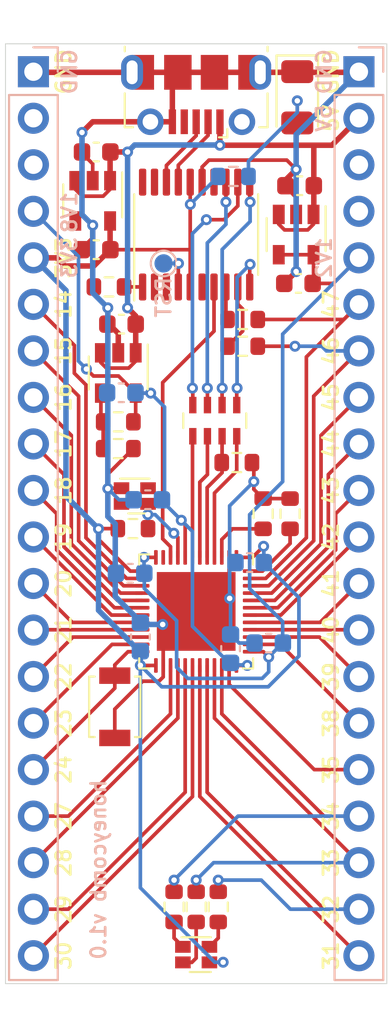
<source format=kicad_pcb>
(kicad_pcb (version 20171130) (host pcbnew 5.1.9)

  (general
    (thickness 1.6)
    (drawings 46)
    (tracks 450)
    (zones 0)
    (modules 39)
    (nets 74)
  )

  (page A4)
  (layers
    (0 F.Cu signal)
    (31 B.Cu signal)
    (32 B.Adhes user)
    (33 F.Adhes user)
    (34 B.Paste user)
    (35 F.Paste user)
    (36 B.SilkS user)
    (37 F.SilkS user)
    (38 B.Mask user)
    (39 F.Mask user)
    (40 Dwgs.User user)
    (41 Cmts.User user)
    (42 Eco1.User user)
    (43 Eco2.User user)
    (44 Edge.Cuts user)
    (45 Margin user)
    (46 B.CrtYd user)
    (47 F.CrtYd user)
    (48 B.Fab user hide)
    (49 F.Fab user)
  )

  (setup
    (last_trace_width 0.2)
    (trace_clearance 0.2)
    (zone_clearance 0.508)
    (zone_45_only no)
    (trace_min 0.2)
    (via_size 0.6)
    (via_drill 0.3)
    (via_min_size 0.6)
    (via_min_drill 0.3)
    (uvia_size 0.3)
    (uvia_drill 0.1)
    (uvias_allowed no)
    (uvia_min_size 0.2)
    (uvia_min_drill 0.1)
    (edge_width 0.05)
    (segment_width 0.2)
    (pcb_text_width 0.3)
    (pcb_text_size 1.5 1.5)
    (mod_edge_width 0.12)
    (mod_text_size 1 1)
    (mod_text_width 0.15)
    (pad_size 1.524 1.524)
    (pad_drill 0.762)
    (pad_to_mask_clearance 0.05)
    (solder_mask_min_width 0.15)
    (aux_axis_origin 0 0)
    (visible_elements FFFDFF7F)
    (pcbplotparams
      (layerselection 0x010f0_ffffffff)
      (usegerberextensions true)
      (usegerberattributes true)
      (usegerberadvancedattributes true)
      (creategerberjobfile true)
      (excludeedgelayer true)
      (linewidth 0.100000)
      (plotframeref false)
      (viasonmask false)
      (mode 1)
      (useauxorigin false)
      (hpglpennumber 1)
      (hpglpenspeed 20)
      (hpglpendiameter 15.000000)
      (psnegative false)
      (psa4output false)
      (plotreference true)
      (plotvalue true)
      (plotinvisibletext false)
      (padsonsilk false)
      (subtractmaskfromsilk false)
      (outputformat 1)
      (mirror false)
      (drillshape 0)
      (scaleselection 1)
      (outputdirectory "gerber"))
  )

  (net 0 "")
  (net 1 GND)
  (net 2 +1V2)
  (net 3 +1V8)
  (net 4 VBUS)
  (net 5 +3V3)
  (net 6 /DONE)
  (net 7 "Net-(D2-Pad3)")
  (net 8 "Net-(D2-Pad2)")
  (net 9 "Net-(D2-Pad1)")
  (net 10 /USB_DP)
  (net 11 "Net-(J1-Pad4)")
  (net 12 /USB_DM)
  (net 13 "Net-(J2-Pad3)")
  (net 14 "Net-(J2-Pad2)")
  (net 15 "Net-(J3-Pad4)")
  (net 16 "Net-(R1-Pad2)")
  (net 17 "Net-(R2-Pad1)")
  (net 18 "Net-(R4-Pad2)")
  (net 19 "Net-(R10-Pad2)")
  (net 20 /JTMS)
  (net 21 /JTDI)
  (net 22 /JTCK)
  (net 23 /JTDO)
  (net 24 "Net-(U1-Pad20)")
  (net 25 "Net-(U1-Pad19)")
  (net 26 "Net-(U1-Pad14)")
  (net 27 /CLK12)
  (net 28 "Net-(U1-Pad6)")
  (net 29 "Net-(U1-Pad3)")
  (net 30 "Net-(U1-Pad2)")
  (net 31 "Net-(U4-Pad4)")
  (net 32 /IO27)
  (net 33 /IO31)
  (net 34 /IO30)
  (net 35 /IO29)
  (net 36 /IO28)
  (net 37 /IO24)
  (net 38 /IO23)
  (net 39 /IO22)
  (net 40 /IO21)
  (net 41 /IO20)
  (net 42 /IO19)
  (net 43 /IO18)
  (net 44 /IO17)
  (net 45 /IO16)
  (net 46 /IO15)
  (net 47 /IO14)
  (net 48 /IO45)
  (net 49 /IO44)
  (net 50 /IO43)
  (net 51 /IO42)
  (net 52 /IO41)
  (net 53 /IO40)
  (net 54 /IO39)
  (net 55 /IO38)
  (net 56 /IO35)
  (net 57 /J_TCK)
  (net 58 /J_TMS)
  (net 59 /J_TDI)
  (net 60 /J_TDO)
  (net 61 "Net-(D1-Pad3)")
  (net 62 "Net-(D1-Pad1)")
  (net 63 /IO33)
  (net 64 /IO32)
  (net 65 /IO34)
  (net 66 "Net-(J3-Pad3)")
  (net 67 /IO46)
  (net 68 /IO47)
  (net 69 /HOST_TX)
  (net 70 /HOST_RX)
  (net 71 "Net-(U2-Pad11)")
  (net 72 /RST)
  (net 73 "Net-(D3-Pad2)")

  (net_class Default "This is the default net class."
    (clearance 0.2)
    (trace_width 0.2)
    (via_dia 0.6)
    (via_drill 0.3)
    (uvia_dia 0.3)
    (uvia_drill 0.1)
    (add_net +1V2)
    (add_net +1V8)
    (add_net +3V3)
    (add_net /CLK12)
    (add_net /DONE)
    (add_net /HOST_RX)
    (add_net /HOST_TX)
    (add_net /IO14)
    (add_net /IO15)
    (add_net /IO16)
    (add_net /IO17)
    (add_net /IO18)
    (add_net /IO19)
    (add_net /IO20)
    (add_net /IO21)
    (add_net /IO22)
    (add_net /IO23)
    (add_net /IO24)
    (add_net /IO27)
    (add_net /IO28)
    (add_net /IO29)
    (add_net /IO30)
    (add_net /IO31)
    (add_net /IO32)
    (add_net /IO33)
    (add_net /IO34)
    (add_net /IO35)
    (add_net /IO38)
    (add_net /IO39)
    (add_net /IO40)
    (add_net /IO41)
    (add_net /IO42)
    (add_net /IO43)
    (add_net /IO44)
    (add_net /IO45)
    (add_net /IO46)
    (add_net /IO47)
    (add_net /JTCK)
    (add_net /JTDI)
    (add_net /JTDO)
    (add_net /JTMS)
    (add_net /J_TCK)
    (add_net /J_TDI)
    (add_net /J_TDO)
    (add_net /J_TMS)
    (add_net /RST)
    (add_net /USB_DM)
    (add_net /USB_DP)
    (add_net GND)
    (add_net "Net-(D1-Pad1)")
    (add_net "Net-(D1-Pad3)")
    (add_net "Net-(D2-Pad1)")
    (add_net "Net-(D2-Pad2)")
    (add_net "Net-(D2-Pad3)")
    (add_net "Net-(D3-Pad2)")
    (add_net "Net-(J1-Pad4)")
    (add_net "Net-(J2-Pad2)")
    (add_net "Net-(J2-Pad3)")
    (add_net "Net-(J3-Pad3)")
    (add_net "Net-(J3-Pad4)")
    (add_net "Net-(R1-Pad2)")
    (add_net "Net-(R10-Pad2)")
    (add_net "Net-(R2-Pad1)")
    (add_net "Net-(R4-Pad2)")
    (add_net "Net-(U1-Pad14)")
    (add_net "Net-(U1-Pad19)")
    (add_net "Net-(U1-Pad2)")
    (add_net "Net-(U1-Pad20)")
    (add_net "Net-(U1-Pad3)")
    (add_net "Net-(U1-Pad6)")
    (add_net "Net-(U2-Pad11)")
    (add_net "Net-(U4-Pad4)")
  )

  (net_class Power ""
    (clearance 0.2)
    (trace_width 0.3)
    (via_dia 0.6)
    (via_drill 0.3)
    (uvia_dia 0.3)
    (uvia_drill 0.1)
    (add_net VBUS)
  )

  (module Resistor_SMD:R_0603_1608Metric (layer B.Cu) (tedit 5F68FEEE) (tstamp 60287606)
    (at 36.322 31.115)
    (descr "Resistor SMD 0603 (1608 Metric), square (rectangular) end terminal, IPC_7351 nominal, (Body size source: IPC-SM-782 page 72, https://www.pcb-3d.com/wordpress/wp-content/uploads/ipc-sm-782a_amendment_1_and_2.pdf), generated with kicad-footprint-generator")
    (tags resistor)
    (path /6032AB1B)
    (attr smd)
    (fp_text reference R13 (at 0 1.43) (layer B.SilkS) hide
      (effects (font (size 1 1) (thickness 0.15)) (justify mirror))
    )
    (fp_text value 1k (at 0 -1.43) (layer B.Fab)
      (effects (font (size 1 1) (thickness 0.15)) (justify mirror))
    )
    (fp_line (start -0.8 -0.4125) (end -0.8 0.4125) (layer B.Fab) (width 0.1))
    (fp_line (start -0.8 0.4125) (end 0.8 0.4125) (layer B.Fab) (width 0.1))
    (fp_line (start 0.8 0.4125) (end 0.8 -0.4125) (layer B.Fab) (width 0.1))
    (fp_line (start 0.8 -0.4125) (end -0.8 -0.4125) (layer B.Fab) (width 0.1))
    (fp_line (start -0.237258 0.5225) (end 0.237258 0.5225) (layer B.SilkS) (width 0.12))
    (fp_line (start -0.237258 -0.5225) (end 0.237258 -0.5225) (layer B.SilkS) (width 0.12))
    (fp_line (start -1.48 -0.73) (end -1.48 0.73) (layer B.CrtYd) (width 0.05))
    (fp_line (start -1.48 0.73) (end 1.48 0.73) (layer B.CrtYd) (width 0.05))
    (fp_line (start 1.48 0.73) (end 1.48 -0.73) (layer B.CrtYd) (width 0.05))
    (fp_line (start 1.48 -0.73) (end -1.48 -0.73) (layer B.CrtYd) (width 0.05))
    (fp_text user %R (at 0 0) (layer B.Fab)
      (effects (font (size 0.4 0.4) (thickness 0.06)) (justify mirror))
    )
    (pad 2 smd roundrect (at 0.825 0) (size 0.8 0.95) (layers B.Cu B.Paste B.Mask) (roundrect_rratio 0.25)
      (net 73 "Net-(D3-Pad2)"))
    (pad 1 smd roundrect (at -0.825 0) (size 0.8 0.95) (layers B.Cu B.Paste B.Mask) (roundrect_rratio 0.25)
      (net 5 +3V3))
    (model ${KISYS3DMOD}/Resistor_SMD.3dshapes/R_0603_1608Metric.wrl
      (at (xyz 0 0 0))
      (scale (xyz 1 1 1))
      (rotate (xyz 0 0 0))
    )
  )

  (module LED_SMD:LED_1206_3216Metric (layer F.Cu) (tedit 5F68FEF1) (tstamp 60287389)
    (at 39.8145 26.797 270)
    (descr "LED SMD 1206 (3216 Metric), square (rectangular) end terminal, IPC_7351 nominal, (Body size source: http://www.tortai-tech.com/upload/download/2011102023233369053.pdf), generated with kicad-footprint-generator")
    (tags LED)
    (path /60329B90)
    (attr smd)
    (fp_text reference D3 (at 0 -1.82 90) (layer F.SilkS) hide
      (effects (font (size 1 1) (thickness 0.15)))
    )
    (fp_text value LED_Small (at 0 1.82 90) (layer F.Fab)
      (effects (font (size 1 1) (thickness 0.15)))
    )
    (fp_line (start 1.6 -0.8) (end -1.2 -0.8) (layer F.Fab) (width 0.1))
    (fp_line (start -1.2 -0.8) (end -1.6 -0.4) (layer F.Fab) (width 0.1))
    (fp_line (start -1.6 -0.4) (end -1.6 0.8) (layer F.Fab) (width 0.1))
    (fp_line (start -1.6 0.8) (end 1.6 0.8) (layer F.Fab) (width 0.1))
    (fp_line (start 1.6 0.8) (end 1.6 -0.8) (layer F.Fab) (width 0.1))
    (fp_line (start 1.6 -1.135) (end -2.285 -1.135) (layer F.SilkS) (width 0.12))
    (fp_line (start -2.285 -1.135) (end -2.285 1.135) (layer F.SilkS) (width 0.12))
    (fp_line (start -2.285 1.135) (end 1.6 1.135) (layer F.SilkS) (width 0.12))
    (fp_line (start -2.28 1.12) (end -2.28 -1.12) (layer F.CrtYd) (width 0.05))
    (fp_line (start -2.28 -1.12) (end 2.28 -1.12) (layer F.CrtYd) (width 0.05))
    (fp_line (start 2.28 -1.12) (end 2.28 1.12) (layer F.CrtYd) (width 0.05))
    (fp_line (start 2.28 1.12) (end -2.28 1.12) (layer F.CrtYd) (width 0.05))
    (fp_text user %R (at 0 0 90) (layer F.Fab)
      (effects (font (size 0.8 0.8) (thickness 0.12)))
    )
    (pad 2 smd roundrect (at 1.4 0 270) (size 1.25 1.75) (layers F.Cu F.Paste F.Mask) (roundrect_rratio 0.2)
      (net 73 "Net-(D3-Pad2)"))
    (pad 1 smd roundrect (at -1.4 0 270) (size 1.25 1.75) (layers F.Cu F.Paste F.Mask) (roundrect_rratio 0.2)
      (net 1 GND))
    (model ${KISYS3DMOD}/LED_SMD.3dshapes/LED_1206_3216Metric.wrl
      (at (xyz 0 0 0))
      (scale (xyz 1 1 1))
      (rotate (xyz 0 0 0))
    )
  )

  (module Capacitor_SMD:C_0603_1608Metric (layer B.Cu) (tedit 5F68FEEE) (tstamp 6027FCC9)
    (at 31.242 56.261 90)
    (descr "Capacitor SMD 0603 (1608 Metric), square (rectangular) end terminal, IPC_7351 nominal, (Body size source: IPC-SM-782 page 76, https://www.pcb-3d.com/wordpress/wp-content/uploads/ipc-sm-782a_amendment_1_and_2.pdf), generated with kicad-footprint-generator")
    (tags capacitor)
    (path /602EFAAC)
    (attr smd)
    (fp_text reference C12 (at 0 1.43 90) (layer B.SilkS) hide
      (effects (font (size 0.8 0.8) (thickness 0.15)) (justify mirror))
    )
    (fp_text value 100nF (at 0 -1.43 90) (layer B.Fab)
      (effects (font (size 1 1) (thickness 0.15)) (justify mirror))
    )
    (fp_line (start -0.8 -0.4) (end -0.8 0.4) (layer B.Fab) (width 0.1))
    (fp_line (start -0.8 0.4) (end 0.8 0.4) (layer B.Fab) (width 0.1))
    (fp_line (start 0.8 0.4) (end 0.8 -0.4) (layer B.Fab) (width 0.1))
    (fp_line (start 0.8 -0.4) (end -0.8 -0.4) (layer B.Fab) (width 0.1))
    (fp_line (start -0.14058 0.51) (end 0.14058 0.51) (layer B.SilkS) (width 0.12))
    (fp_line (start -0.14058 -0.51) (end 0.14058 -0.51) (layer B.SilkS) (width 0.12))
    (fp_line (start -1.48 -0.73) (end -1.48 0.73) (layer B.CrtYd) (width 0.05))
    (fp_line (start -1.48 0.73) (end 1.48 0.73) (layer B.CrtYd) (width 0.05))
    (fp_line (start 1.48 0.73) (end 1.48 -0.73) (layer B.CrtYd) (width 0.05))
    (fp_line (start 1.48 -0.73) (end -1.48 -0.73) (layer B.CrtYd) (width 0.05))
    (fp_text user %R (at 0 0 90) (layer B.Fab)
      (effects (font (size 0.8 0.8) (thickness 0.06)) (justify mirror))
    )
    (pad 2 smd roundrect (at 0.775 0 90) (size 0.9 0.95) (layers B.Cu B.Paste B.Mask) (roundrect_rratio 0.25)
      (net 1 GND))
    (pad 1 smd roundrect (at -0.775 0 90) (size 0.9 0.95) (layers B.Cu B.Paste B.Mask) (roundrect_rratio 0.25)
      (net 5 +3V3))
    (model ${KISYS3DMOD}/Capacitor_SMD.3dshapes/C_0603_1608Metric.wrl
      (at (xyz 0 0 0))
      (scale (xyz 1 1 1))
      (rotate (xyz 0 0 0))
    )
  )

  (module Capacitor_SMD:C_0603_1608Metric (layer B.Cu) (tedit 5F68FEEE) (tstamp 6027FCB8)
    (at 37.211 52.197 180)
    (descr "Capacitor SMD 0603 (1608 Metric), square (rectangular) end terminal, IPC_7351 nominal, (Body size source: IPC-SM-782 page 76, https://www.pcb-3d.com/wordpress/wp-content/uploads/ipc-sm-782a_amendment_1_and_2.pdf), generated with kicad-footprint-generator")
    (tags capacitor)
    (path /602EFA94)
    (attr smd)
    (fp_text reference C11 (at 0 1.43) (layer B.SilkS) hide
      (effects (font (size 0.8 0.8) (thickness 0.15)) (justify mirror))
    )
    (fp_text value 100nF (at 0 -1.43) (layer B.Fab)
      (effects (font (size 1 1) (thickness 0.15)) (justify mirror))
    )
    (fp_line (start -0.8 -0.4) (end -0.8 0.4) (layer B.Fab) (width 0.1))
    (fp_line (start -0.8 0.4) (end 0.8 0.4) (layer B.Fab) (width 0.1))
    (fp_line (start 0.8 0.4) (end 0.8 -0.4) (layer B.Fab) (width 0.1))
    (fp_line (start 0.8 -0.4) (end -0.8 -0.4) (layer B.Fab) (width 0.1))
    (fp_line (start -0.14058 0.51) (end 0.14058 0.51) (layer B.SilkS) (width 0.12))
    (fp_line (start -0.14058 -0.51) (end 0.14058 -0.51) (layer B.SilkS) (width 0.12))
    (fp_line (start -1.48 -0.73) (end -1.48 0.73) (layer B.CrtYd) (width 0.05))
    (fp_line (start -1.48 0.73) (end 1.48 0.73) (layer B.CrtYd) (width 0.05))
    (fp_line (start 1.48 0.73) (end 1.48 -0.73) (layer B.CrtYd) (width 0.05))
    (fp_line (start 1.48 -0.73) (end -1.48 -0.73) (layer B.CrtYd) (width 0.05))
    (fp_text user %R (at 0 0) (layer B.Fab)
      (effects (font (size 0.8 0.8) (thickness 0.06)) (justify mirror))
    )
    (pad 2 smd roundrect (at 0.775 0 180) (size 0.9 0.95) (layers B.Cu B.Paste B.Mask) (roundrect_rratio 0.25)
      (net 1 GND))
    (pad 1 smd roundrect (at -0.775 0 180) (size 0.9 0.95) (layers B.Cu B.Paste B.Mask) (roundrect_rratio 0.25)
      (net 5 +3V3))
    (model ${KISYS3DMOD}/Capacitor_SMD.3dshapes/C_0603_1608Metric.wrl
      (at (xyz 0 0 0))
      (scale (xyz 1 1 1))
      (rotate (xyz 0 0 0))
    )
  )

  (module Button_Switch_SMD:SW_SPST_B3U-1000P (layer F.Cu) (tedit 5A02FC95) (tstamp 6027D55C)
    (at 29.845 60.071 270)
    (descr "Ultra-small-sized Tactile Switch with High Contact Reliability, Top-actuated Model, without Ground Terminal, without Boss")
    (tags "Tactile Switch")
    (path /602E1BF1)
    (attr smd)
    (fp_text reference SW1 (at 0 -2.5 90) (layer F.SilkS) hide
      (effects (font (size 0.8 0.8) (thickness 0.15)))
    )
    (fp_text value SW_Push (at 0 2.5 90) (layer F.Fab)
      (effects (font (size 1 1) (thickness 0.15)))
    )
    (fp_line (start -2.4 1.65) (end 2.4 1.65) (layer F.CrtYd) (width 0.05))
    (fp_line (start 2.4 1.65) (end 2.4 -1.65) (layer F.CrtYd) (width 0.05))
    (fp_line (start 2.4 -1.65) (end -2.4 -1.65) (layer F.CrtYd) (width 0.05))
    (fp_line (start -2.4 -1.65) (end -2.4 1.65) (layer F.CrtYd) (width 0.05))
    (fp_line (start -1.65 1.1) (end -1.65 1.4) (layer F.SilkS) (width 0.12))
    (fp_line (start -1.65 1.4) (end 1.65 1.4) (layer F.SilkS) (width 0.12))
    (fp_line (start 1.65 1.4) (end 1.65 1.1) (layer F.SilkS) (width 0.12))
    (fp_line (start -1.65 -1.1) (end -1.65 -1.4) (layer F.SilkS) (width 0.12))
    (fp_line (start -1.65 -1.4) (end 1.65 -1.4) (layer F.SilkS) (width 0.12))
    (fp_line (start 1.65 -1.4) (end 1.65 -1.1) (layer F.SilkS) (width 0.12))
    (fp_line (start -1.5 -1.25) (end 1.5 -1.25) (layer F.Fab) (width 0.1))
    (fp_line (start 1.5 -1.25) (end 1.5 1.25) (layer F.Fab) (width 0.1))
    (fp_line (start 1.5 1.25) (end -1.5 1.25) (layer F.Fab) (width 0.1))
    (fp_line (start -1.5 1.25) (end -1.5 -1.25) (layer F.Fab) (width 0.1))
    (fp_circle (center 0 0) (end 0.75 0) (layer F.Fab) (width 0.1))
    (fp_text user %R (at 0 -2.5 90) (layer F.Fab)
      (effects (font (size 0.8 0.8) (thickness 0.15)))
    )
    (pad 2 smd rect (at 1.7 0 270) (size 0.9 1.7) (layers F.Cu F.Paste F.Mask)
      (net 1 GND))
    (pad 1 smd rect (at -1.7 0 270) (size 0.9 1.7) (layers F.Cu F.Paste F.Mask)
      (net 37 /IO24))
    (model ${KISYS3DMOD}/Button_Switch_SMD.3dshapes/SW_SPST_B3U-1000P.wrl
      (at (xyz 0 0 0))
      (scale (xyz 1 1 1))
      (rotate (xyz 0 0 0))
    )
  )

  (module TestPoint:TestPoint_Pad_D1.0mm (layer B.Cu) (tedit 5A0F774F) (tstamp 60275AED)
    (at 32.512 35.8648)
    (descr "SMD pad as test Point, diameter 1.0mm")
    (tags "test point SMD pad")
    (path /6027D669)
    (attr virtual)
    (fp_text reference TP1 (at 0 1.448) (layer B.SilkS) hide
      (effects (font (size 0.8 0.8) (thickness 0.15)) (justify mirror))
    )
    (fp_text value TestPoint (at 0 -1.55) (layer B.Fab)
      (effects (font (size 1 1) (thickness 0.15)) (justify mirror))
    )
    (fp_circle (center 0 0) (end 1 0) (layer B.CrtYd) (width 0.05))
    (fp_circle (center 0 0) (end 0 -0.7) (layer B.SilkS) (width 0.12))
    (fp_text user %R (at 0 1.45) (layer B.Fab) hide
      (effects (font (size 0.8 0.8) (thickness 0.15)) (justify mirror))
    )
    (pad 1 smd circle (at 0 0) (size 1 1) (layers B.Cu B.Mask)
      (net 72 /RST))
  )

  (module Resistor_SMD:R_0603_1608Metric (layer F.Cu) (tedit 5F68FEEE) (tstamp 60194203)
    (at 36.83 40.386 180)
    (descr "Resistor SMD 0603 (1608 Metric), square (rectangular) end terminal, IPC_7351 nominal, (Body size source: IPC-SM-782 page 72, https://www.pcb-3d.com/wordpress/wp-content/uploads/ipc-sm-782a_amendment_1_and_2.pdf), generated with kicad-footprint-generator")
    (tags resistor)
    (path /60299A69)
    (attr smd)
    (fp_text reference R12 (at 0 -1.43) (layer F.SilkS) hide
      (effects (font (size 0.8 0.8) (thickness 0.15)))
    )
    (fp_text value 33 (at 0 1.43) (layer F.Fab)
      (effects (font (size 1 1) (thickness 0.15)))
    )
    (fp_line (start 1.48 0.73) (end -1.48 0.73) (layer F.CrtYd) (width 0.05))
    (fp_line (start 1.48 -0.73) (end 1.48 0.73) (layer F.CrtYd) (width 0.05))
    (fp_line (start -1.48 -0.73) (end 1.48 -0.73) (layer F.CrtYd) (width 0.05))
    (fp_line (start -1.48 0.73) (end -1.48 -0.73) (layer F.CrtYd) (width 0.05))
    (fp_line (start -0.237258 0.5225) (end 0.237258 0.5225) (layer F.SilkS) (width 0.12))
    (fp_line (start -0.237258 -0.5225) (end 0.237258 -0.5225) (layer F.SilkS) (width 0.12))
    (fp_line (start 0.8 0.4125) (end -0.8 0.4125) (layer F.Fab) (width 0.1))
    (fp_line (start 0.8 -0.4125) (end 0.8 0.4125) (layer F.Fab) (width 0.1))
    (fp_line (start -0.8 -0.4125) (end 0.8 -0.4125) (layer F.Fab) (width 0.1))
    (fp_line (start -0.8 0.4125) (end -0.8 -0.4125) (layer F.Fab) (width 0.1))
    (fp_text user %R (at 0 0) (layer F.Fab) hide
      (effects (font (size 0.8 0.8) (thickness 0.06)))
    )
    (pad 2 smd roundrect (at 0.825 0 180) (size 0.8 0.95) (layers F.Cu F.Paste F.Mask) (roundrect_rratio 0.25)
      (net 70 /HOST_RX))
    (pad 1 smd roundrect (at -0.825 0 180) (size 0.8 0.95) (layers F.Cu F.Paste F.Mask) (roundrect_rratio 0.25)
      (net 67 /IO46))
    (model ${KISYS3DMOD}/Resistor_SMD.3dshapes/R_0603_1608Metric.wrl
      (at (xyz 0 0 0))
      (scale (xyz 1 1 1))
      (rotate (xyz 0 0 0))
    )
  )

  (module Resistor_SMD:R_0603_1608Metric (layer F.Cu) (tedit 5F68FEEE) (tstamp 601941F2)
    (at 36.83 38.9255 180)
    (descr "Resistor SMD 0603 (1608 Metric), square (rectangular) end terminal, IPC_7351 nominal, (Body size source: IPC-SM-782 page 72, https://www.pcb-3d.com/wordpress/wp-content/uploads/ipc-sm-782a_amendment_1_and_2.pdf), generated with kicad-footprint-generator")
    (tags resistor)
    (path /60298A7D)
    (attr smd)
    (fp_text reference R11 (at 0 -1.43) (layer F.SilkS) hide
      (effects (font (size 0.8 0.8) (thickness 0.15)))
    )
    (fp_text value 33 (at 0 1.43) (layer F.Fab)
      (effects (font (size 1 1) (thickness 0.15)))
    )
    (fp_line (start 1.48 0.73) (end -1.48 0.73) (layer F.CrtYd) (width 0.05))
    (fp_line (start 1.48 -0.73) (end 1.48 0.73) (layer F.CrtYd) (width 0.05))
    (fp_line (start -1.48 -0.73) (end 1.48 -0.73) (layer F.CrtYd) (width 0.05))
    (fp_line (start -1.48 0.73) (end -1.48 -0.73) (layer F.CrtYd) (width 0.05))
    (fp_line (start -0.237258 0.5225) (end 0.237258 0.5225) (layer F.SilkS) (width 0.12))
    (fp_line (start -0.237258 -0.5225) (end 0.237258 -0.5225) (layer F.SilkS) (width 0.12))
    (fp_line (start 0.8 0.4125) (end -0.8 0.4125) (layer F.Fab) (width 0.1))
    (fp_line (start 0.8 -0.4125) (end 0.8 0.4125) (layer F.Fab) (width 0.1))
    (fp_line (start -0.8 -0.4125) (end 0.8 -0.4125) (layer F.Fab) (width 0.1))
    (fp_line (start -0.8 0.4125) (end -0.8 -0.4125) (layer F.Fab) (width 0.1))
    (fp_text user %R (at 0 0) (layer F.Fab) hide
      (effects (font (size 0.8 0.8) (thickness 0.06)))
    )
    (pad 2 smd roundrect (at 0.825 0 180) (size 0.8 0.95) (layers F.Cu F.Paste F.Mask) (roundrect_rratio 0.25)
      (net 69 /HOST_TX))
    (pad 1 smd roundrect (at -0.825 0 180) (size 0.8 0.95) (layers F.Cu F.Paste F.Mask) (roundrect_rratio 0.25)
      (net 68 /IO47))
    (model ${KISYS3DMOD}/Resistor_SMD.3dshapes/R_0603_1608Metric.wrl
      (at (xyz 0 0 0))
      (scale (xyz 1 1 1))
      (rotate (xyz 0 0 0))
    )
  )

  (module Package_DFN_QFN:QFN-48-1EP_6x6mm_P0.4mm_EP4.3x4.3mm (layer F.Cu) (tedit 5DC5F6A5) (tstamp 60124DBB)
    (at 34.29 54.864 270)
    (descr "QFN, 48 Pin (https://www.espressif.com/sites/default/files/documentation/esp32_datasheet_en.pdf#page=38), generated with kicad-footprint-generator ipc_noLead_generator.py")
    (tags "QFN NoLead")
    (path /5FB918CA)
    (attr smd)
    (fp_text reference U2 (at -4.445 0 90) (layer F.SilkS) hide
      (effects (font (size 0.8 0.8) (thickness 0.15)))
    )
    (fp_text value GW1NS-2CQN48 (at 0 4.3 90) (layer F.Fab)
      (effects (font (size 1 1) (thickness 0.15)))
    )
    (fp_line (start 3.6 -3.6) (end -3.6 -3.6) (layer F.CrtYd) (width 0.05))
    (fp_line (start 3.6 3.6) (end 3.6 -3.6) (layer F.CrtYd) (width 0.05))
    (fp_line (start -3.6 3.6) (end 3.6 3.6) (layer F.CrtYd) (width 0.05))
    (fp_line (start -3.6 -3.6) (end -3.6 3.6) (layer F.CrtYd) (width 0.05))
    (fp_line (start -3 -2) (end -2 -3) (layer F.Fab) (width 0.1))
    (fp_line (start -3 3) (end -3 -2) (layer F.Fab) (width 0.1))
    (fp_line (start 3 3) (end -3 3) (layer F.Fab) (width 0.1))
    (fp_line (start 3 -3) (end 3 3) (layer F.Fab) (width 0.1))
    (fp_line (start -2 -3) (end 3 -3) (layer F.Fab) (width 0.1))
    (fp_line (start -2.56 -3.11) (end -3.11 -3.11) (layer F.SilkS) (width 0.12))
    (fp_line (start 3.11 3.11) (end 3.11 2.56) (layer F.SilkS) (width 0.12))
    (fp_line (start 2.56 3.11) (end 3.11 3.11) (layer F.SilkS) (width 0.12))
    (fp_line (start -3.11 3.11) (end -3.11 2.56) (layer F.SilkS) (width 0.12))
    (fp_line (start -2.56 3.11) (end -3.11 3.11) (layer F.SilkS) (width 0.12))
    (fp_line (start 3.11 -3.11) (end 3.11 -2.56) (layer F.SilkS) (width 0.12))
    (fp_line (start 2.56 -3.11) (end 3.11 -3.11) (layer F.SilkS) (width 0.12))
    (fp_text user %R (at 0 0 90) (layer F.Fab) hide
      (effects (font (size 0.8 0.8) (thickness 0.15)))
    )
    (pad "" smd roundrect (at 1.43 1.43 270) (size 1.16 1.16) (layers F.Paste) (roundrect_rratio 0.215517))
    (pad "" smd roundrect (at 1.43 0 270) (size 1.16 1.16) (layers F.Paste) (roundrect_rratio 0.215517))
    (pad "" smd roundrect (at 1.43 -1.43 270) (size 1.16 1.16) (layers F.Paste) (roundrect_rratio 0.215517))
    (pad "" smd roundrect (at 0 1.43 270) (size 1.16 1.16) (layers F.Paste) (roundrect_rratio 0.215517))
    (pad "" smd roundrect (at 0 0 270) (size 1.16 1.16) (layers F.Paste) (roundrect_rratio 0.215517))
    (pad "" smd roundrect (at 0 -1.43 270) (size 1.16 1.16) (layers F.Paste) (roundrect_rratio 0.215517))
    (pad "" smd roundrect (at -1.43 1.43 270) (size 1.16 1.16) (layers F.Paste) (roundrect_rratio 0.215517))
    (pad "" smd roundrect (at -1.43 0 270) (size 1.16 1.16) (layers F.Paste) (roundrect_rratio 0.215517))
    (pad "" smd roundrect (at -1.43 -1.43 270) (size 1.16 1.16) (layers F.Paste) (roundrect_rratio 0.215517))
    (pad 49 smd rect (at 0 0 270) (size 4.3 4.3) (layers F.Cu F.Mask)
      (net 1 GND))
    (pad 48 smd roundrect (at -2.2 -2.95 270) (size 0.2 0.8) (layers F.Cu F.Paste F.Mask) (roundrect_rratio 0.25)
      (net 16 "Net-(R1-Pad2)"))
    (pad 47 smd roundrect (at -1.8 -2.95 270) (size 0.2 0.8) (layers F.Cu F.Paste F.Mask) (roundrect_rratio 0.25)
      (net 68 /IO47))
    (pad 46 smd roundrect (at -1.4 -2.95 270) (size 0.2 0.8) (layers F.Cu F.Paste F.Mask) (roundrect_rratio 0.25)
      (net 67 /IO46))
    (pad 45 smd roundrect (at -1 -2.95 270) (size 0.2 0.8) (layers F.Cu F.Paste F.Mask) (roundrect_rratio 0.25)
      (net 48 /IO45))
    (pad 44 smd roundrect (at -0.6 -2.95 270) (size 0.2 0.8) (layers F.Cu F.Paste F.Mask) (roundrect_rratio 0.25)
      (net 49 /IO44))
    (pad 43 smd roundrect (at -0.2 -2.95 270) (size 0.2 0.8) (layers F.Cu F.Paste F.Mask) (roundrect_rratio 0.25)
      (net 50 /IO43))
    (pad 42 smd roundrect (at 0.2 -2.95 270) (size 0.2 0.8) (layers F.Cu F.Paste F.Mask) (roundrect_rratio 0.25)
      (net 51 /IO42))
    (pad 41 smd roundrect (at 0.6 -2.95 270) (size 0.2 0.8) (layers F.Cu F.Paste F.Mask) (roundrect_rratio 0.25)
      (net 52 /IO41))
    (pad 40 smd roundrect (at 1 -2.95 270) (size 0.2 0.8) (layers F.Cu F.Paste F.Mask) (roundrect_rratio 0.25)
      (net 53 /IO40))
    (pad 39 smd roundrect (at 1.4 -2.95 270) (size 0.2 0.8) (layers F.Cu F.Paste F.Mask) (roundrect_rratio 0.25)
      (net 54 /IO39))
    (pad 38 smd roundrect (at 1.8 -2.95 270) (size 0.2 0.8) (layers F.Cu F.Paste F.Mask) (roundrect_rratio 0.25)
      (net 55 /IO38))
    (pad 37 smd roundrect (at 2.2 -2.95 270) (size 0.2 0.8) (layers F.Cu F.Paste F.Mask) (roundrect_rratio 0.25)
      (net 2 +1V2))
    (pad 36 smd roundrect (at 2.95 -2.2 270) (size 0.8 0.2) (layers F.Cu F.Paste F.Mask) (roundrect_rratio 0.25)
      (net 3 +1V8))
    (pad 35 smd roundrect (at 2.95 -1.8 270) (size 0.8 0.2) (layers F.Cu F.Paste F.Mask) (roundrect_rratio 0.25)
      (net 56 /IO35))
    (pad 34 smd roundrect (at 2.95 -1.4 270) (size 0.8 0.2) (layers F.Cu F.Paste F.Mask) (roundrect_rratio 0.25)
      (net 65 /IO34))
    (pad 33 smd roundrect (at 2.95 -1 270) (size 0.8 0.2) (layers F.Cu F.Paste F.Mask) (roundrect_rratio 0.25)
      (net 63 /IO33))
    (pad 32 smd roundrect (at 2.95 -0.6 270) (size 0.8 0.2) (layers F.Cu F.Paste F.Mask) (roundrect_rratio 0.25)
      (net 64 /IO32))
    (pad 31 smd roundrect (at 2.95 -0.2 270) (size 0.8 0.2) (layers F.Cu F.Paste F.Mask) (roundrect_rratio 0.25)
      (net 33 /IO31))
    (pad 30 smd roundrect (at 2.95 0.2 270) (size 0.8 0.2) (layers F.Cu F.Paste F.Mask) (roundrect_rratio 0.25)
      (net 34 /IO30))
    (pad 29 smd roundrect (at 2.95 0.6 270) (size 0.8 0.2) (layers F.Cu F.Paste F.Mask) (roundrect_rratio 0.25)
      (net 35 /IO29))
    (pad 28 smd roundrect (at 2.95 1 270) (size 0.8 0.2) (layers F.Cu F.Paste F.Mask) (roundrect_rratio 0.25)
      (net 36 /IO28))
    (pad 27 smd roundrect (at 2.95 1.4 270) (size 0.8 0.2) (layers F.Cu F.Paste F.Mask) (roundrect_rratio 0.25)
      (net 32 /IO27))
    (pad 26 smd roundrect (at 2.95 1.8 270) (size 0.8 0.2) (layers F.Cu F.Paste F.Mask) (roundrect_rratio 0.25)
      (net 1 GND))
    (pad 25 smd roundrect (at 2.95 2.2 270) (size 0.8 0.2) (layers F.Cu F.Paste F.Mask) (roundrect_rratio 0.25)
      (net 5 +3V3))
    (pad 24 smd roundrect (at 2.2 2.95 270) (size 0.2 0.8) (layers F.Cu F.Paste F.Mask) (roundrect_rratio 0.25)
      (net 37 /IO24))
    (pad 23 smd roundrect (at 1.8 2.95 270) (size 0.2 0.8) (layers F.Cu F.Paste F.Mask) (roundrect_rratio 0.25)
      (net 38 /IO23))
    (pad 22 smd roundrect (at 1.4 2.95 270) (size 0.2 0.8) (layers F.Cu F.Paste F.Mask) (roundrect_rratio 0.25)
      (net 39 /IO22))
    (pad 21 smd roundrect (at 1 2.95 270) (size 0.2 0.8) (layers F.Cu F.Paste F.Mask) (roundrect_rratio 0.25)
      (net 40 /IO21))
    (pad 20 smd roundrect (at 0.6 2.95 270) (size 0.2 0.8) (layers F.Cu F.Paste F.Mask) (roundrect_rratio 0.25)
      (net 41 /IO20))
    (pad 19 smd roundrect (at 0.2 2.95 270) (size 0.2 0.8) (layers F.Cu F.Paste F.Mask) (roundrect_rratio 0.25)
      (net 42 /IO19))
    (pad 18 smd roundrect (at -0.2 2.95 270) (size 0.2 0.8) (layers F.Cu F.Paste F.Mask) (roundrect_rratio 0.25)
      (net 43 /IO18))
    (pad 17 smd roundrect (at -0.6 2.95 270) (size 0.2 0.8) (layers F.Cu F.Paste F.Mask) (roundrect_rratio 0.25)
      (net 44 /IO17))
    (pad 16 smd roundrect (at -1 2.95 270) (size 0.2 0.8) (layers F.Cu F.Paste F.Mask) (roundrect_rratio 0.25)
      (net 45 /IO16))
    (pad 15 smd roundrect (at -1.4 2.95 270) (size 0.2 0.8) (layers F.Cu F.Paste F.Mask) (roundrect_rratio 0.25)
      (net 46 /IO15))
    (pad 14 smd roundrect (at -1.8 2.95 270) (size 0.2 0.8) (layers F.Cu F.Paste F.Mask) (roundrect_rratio 0.25)
      (net 47 /IO14))
    (pad 13 smd roundrect (at -2.2 2.95 270) (size 0.2 0.8) (layers F.Cu F.Paste F.Mask) (roundrect_rratio 0.25)
      (net 5 +3V3))
    (pad 12 smd roundrect (at -2.95 2.2 270) (size 0.8 0.2) (layers F.Cu F.Paste F.Mask) (roundrect_rratio 0.25)
      (net 2 +1V2))
    (pad 11 smd roundrect (at -2.95 1.8 270) (size 0.8 0.2) (layers F.Cu F.Paste F.Mask) (roundrect_rratio 0.25)
      (net 71 "Net-(U2-Pad11)"))
    (pad 10 smd roundrect (at -2.95 1.4 270) (size 0.8 0.2) (layers F.Cu F.Paste F.Mask) (roundrect_rratio 0.25)
      (net 27 /CLK12))
    (pad 9 smd roundrect (at -2.95 1 270) (size 0.8 0.2) (layers F.Cu F.Paste F.Mask) (roundrect_rratio 0.25)
      (net 6 /DONE))
    (pad 8 smd roundrect (at -2.95 0.6 270) (size 0.8 0.2) (layers F.Cu F.Paste F.Mask) (roundrect_rratio 0.25)
      (net 3 +1V8))
    (pad 7 smd roundrect (at -2.95 0.2 270) (size 0.8 0.2) (layers F.Cu F.Paste F.Mask) (roundrect_rratio 0.25)
      (net 60 /J_TDO))
    (pad 6 smd roundrect (at -2.95 -0.2 270) (size 0.8 0.2) (layers F.Cu F.Paste F.Mask) (roundrect_rratio 0.25)
      (net 59 /J_TDI))
    (pad 5 smd roundrect (at -2.95 -0.6 270) (size 0.8 0.2) (layers F.Cu F.Paste F.Mask) (roundrect_rratio 0.25)
      (net 57 /J_TCK))
    (pad 4 smd roundrect (at -2.95 -1 270) (size 0.8 0.2) (layers F.Cu F.Paste F.Mask) (roundrect_rratio 0.25)
      (net 58 /J_TMS))
    (pad 3 smd roundrect (at -2.95 -1.4 270) (size 0.8 0.2) (layers F.Cu F.Paste F.Mask) (roundrect_rratio 0.25)
      (net 18 "Net-(R4-Pad2)"))
    (pad 2 smd roundrect (at -2.95 -1.8 270) (size 0.8 0.2) (layers F.Cu F.Paste F.Mask) (roundrect_rratio 0.25)
      (net 1 GND))
    (pad 1 smd roundrect (at -2.95 -2.2 270) (size 0.8 0.2) (layers F.Cu F.Paste F.Mask) (roundrect_rratio 0.25)
      (net 5 +3V3))
    (model ${KISYS3DMOD}/Package_DFN_QFN.3dshapes/QFN-48-1EP_6x6mm_P0.4mm_EP4.3x4.3mm.wrl
      (at (xyz 0 0 0))
      (scale (xyz 1 1 1))
      (rotate (xyz 0 0 0))
    )
  )

  (module LED_SMD:LED_LiteOn_LTST-C19HE1WT (layer F.Cu) (tedit 5D6C700E) (tstamp 60124BFB)
    (at 34.29 73.6 90)
    (descr "LiteOn RGB LED; https://optoelectronics.liteon.com/upload/download/DS22-2008-0044/LTST-C19HE1WT.pdf")
    (tags "LED RGB Chip SMD")
    (path /60128EA8)
    (attr smd)
    (fp_text reference D2 (at 0 -1.8 90) (layer F.SilkS) hide
      (effects (font (size 0.8 0.8) (thickness 0.15)))
    )
    (fp_text value LED_RGBA (at 0 1.6 90) (layer F.Fab)
      (effects (font (size 1 1) (thickness 0.15)))
    )
    (fp_line (start -1.05 -1.4) (end 1.05 -1.4) (layer F.CrtYd) (width 0.05))
    (fp_line (start -1.05 1.4) (end -1.05 -1.4) (layer F.CrtYd) (width 0.05))
    (fp_line (start 1.05 1.4) (end -1.05 1.4) (layer F.CrtYd) (width 0.05))
    (fp_line (start 1.05 -1.4) (end 1.05 1.4) (layer F.CrtYd) (width 0.05))
    (fp_line (start -0.95 -0.35) (end -0.95 0.8) (layer F.SilkS) (width 0.12))
    (fp_line (start 0.95 -0.8) (end 0.95 0.8) (layer F.SilkS) (width 0.12))
    (fp_line (start -0.4 -0.8) (end -0.8 -0.4) (layer F.Fab) (width 0.1))
    (fp_line (start 0.8 -0.8) (end -0.4 -0.8) (layer F.Fab) (width 0.1))
    (fp_line (start 0.8 0.8) (end 0.8 -0.8) (layer F.Fab) (width 0.1))
    (fp_line (start -0.8 0.8) (end 0.8 0.8) (layer F.Fab) (width 0.1))
    (fp_line (start -0.8 -0.4) (end -0.8 0.8) (layer F.Fab) (width 0.1))
    (fp_text user %R (at 0 0 90) (layer F.Fab) hide
      (effects (font (size 0.8 0.8) (thickness 0.05)))
    )
    (pad 4 smd rect (at -0.425 0.725 90) (size 0.65 0.85) (layers F.Cu F.Paste F.Mask)
      (net 5 +3V3))
    (pad 3 smd rect (at 0.425 0.725 90) (size 0.65 0.85) (layers F.Cu F.Paste F.Mask)
      (net 7 "Net-(D2-Pad3)"))
    (pad 2 smd rect (at 0.425 -0.725 90) (size 0.65 0.85) (layers F.Cu F.Paste F.Mask)
      (net 8 "Net-(D2-Pad2)"))
    (pad 1 smd rect (at -0.425 -0.725 90) (size 0.65 0.85) (layers F.Cu F.Paste F.Mask)
      (net 9 "Net-(D2-Pad1)"))
    (model ${KISYS3DMOD}/LED_SMD.3dshapes/LED_LiteOn_LTST-C19HE1WT.wrl
      (at (xyz 0 0 0))
      (scale (xyz 1 1 1))
      (rotate (xyz 0 0 0))
    )
  )

  (module LED_SMD:LED_LiteOn_LTST-C19HE1WT (layer F.Cu) (tedit 5D6C700E) (tstamp 6013027D)
    (at 30.9372 48.5648 90)
    (descr "LiteOn RGB LED; https://optoelectronics.liteon.com/upload/download/DS22-2008-0044/LTST-C19HE1WT.pdf")
    (tags "LED RGB Chip SMD")
    (path /60206507)
    (attr smd)
    (fp_text reference D1 (at 0 -1.8 90) (layer F.SilkS) hide
      (effects (font (size 0.8 0.8) (thickness 0.15)))
    )
    (fp_text value LED_RGBA (at 0 1.6 90) (layer F.Fab)
      (effects (font (size 1 1) (thickness 0.15)))
    )
    (fp_line (start -1.05 -1.4) (end 1.05 -1.4) (layer F.CrtYd) (width 0.05))
    (fp_line (start -1.05 1.4) (end -1.05 -1.4) (layer F.CrtYd) (width 0.05))
    (fp_line (start 1.05 1.4) (end -1.05 1.4) (layer F.CrtYd) (width 0.05))
    (fp_line (start 1.05 -1.4) (end 1.05 1.4) (layer F.CrtYd) (width 0.05))
    (fp_line (start -0.95 -0.35) (end -0.95 0.8) (layer F.SilkS) (width 0.12))
    (fp_line (start 0.95 -0.8) (end 0.95 0.8) (layer F.SilkS) (width 0.12))
    (fp_line (start -0.4 -0.8) (end -0.8 -0.4) (layer F.Fab) (width 0.1))
    (fp_line (start 0.8 -0.8) (end -0.4 -0.8) (layer F.Fab) (width 0.1))
    (fp_line (start 0.8 0.8) (end 0.8 -0.8) (layer F.Fab) (width 0.1))
    (fp_line (start -0.8 0.8) (end 0.8 0.8) (layer F.Fab) (width 0.1))
    (fp_line (start -0.8 -0.4) (end -0.8 0.8) (layer F.Fab) (width 0.1))
    (fp_text user %R (at 0 0 90) (layer F.Fab) hide
      (effects (font (size 0.8 0.8) (thickness 0.05)))
    )
    (pad 4 smd rect (at -0.425 0.725 90) (size 0.65 0.85) (layers F.Cu F.Paste F.Mask)
      (net 6 /DONE))
    (pad 3 smd rect (at 0.425 0.725 90) (size 0.65 0.85) (layers F.Cu F.Paste F.Mask)
      (net 61 "Net-(D1-Pad3)"))
    (pad 2 smd rect (at 0.425 -0.725 90) (size 0.65 0.85) (layers F.Cu F.Paste F.Mask)
      (net 1 GND))
    (pad 1 smd rect (at -0.425 -0.725 90) (size 0.65 0.85) (layers F.Cu F.Paste F.Mask)
      (net 62 "Net-(D1-Pad1)"))
    (model ${KISYS3DMOD}/LED_SMD.3dshapes/LED_LiteOn_LTST-C19HE1WT.wrl
      (at (xyz 0 0 0))
      (scale (xyz 1 1 1))
      (rotate (xyz 0 0 0))
    )
  )

  (module Resistor_SMD:R_Array_Concave_4x0603 (layer F.Cu) (tedit 58E0A85E) (tstamp 60124D35)
    (at 35.306 44.45 270)
    (descr "Thick Film Chip Resistor Array, Wave soldering, Vishay CRA06P (see cra06p.pdf)")
    (tags "resistor array")
    (path /60127AFC)
    (attr smd)
    (fp_text reference RN1 (at 0 -2.6 90) (layer F.SilkS) hide
      (effects (font (size 0.8 0.8) (thickness 0.15)))
    )
    (fp_text value 33 (at 0 2.6 90) (layer F.Fab)
      (effects (font (size 1 1) (thickness 0.15)))
    )
    (fp_line (start 1.55 1.87) (end -1.55 1.87) (layer F.CrtYd) (width 0.05))
    (fp_line (start 1.55 1.87) (end 1.55 -1.88) (layer F.CrtYd) (width 0.05))
    (fp_line (start -1.55 -1.88) (end -1.55 1.87) (layer F.CrtYd) (width 0.05))
    (fp_line (start -1.55 -1.88) (end 1.55 -1.88) (layer F.CrtYd) (width 0.05))
    (fp_line (start 0.4 -1.72) (end -0.4 -1.72) (layer F.SilkS) (width 0.12))
    (fp_line (start 0.4 1.72) (end -0.4 1.72) (layer F.SilkS) (width 0.12))
    (fp_line (start -0.8 1.6) (end -0.8 -1.6) (layer F.Fab) (width 0.1))
    (fp_line (start 0.8 1.6) (end -0.8 1.6) (layer F.Fab) (width 0.1))
    (fp_line (start 0.8 -1.6) (end 0.8 1.6) (layer F.Fab) (width 0.1))
    (fp_line (start -0.8 -1.6) (end 0.8 -1.6) (layer F.Fab) (width 0.1))
    (fp_text user %R (at 0 0) (layer F.Fab) hide
      (effects (font (size 0.8 0.8) (thickness 0.075)))
    )
    (pad 5 smd rect (at 0.85 1.2 270) (size 0.9 0.4) (layers F.Cu F.Paste F.Mask)
      (net 60 /J_TDO))
    (pad 6 smd rect (at 0.85 0.4 270) (size 0.9 0.4) (layers F.Cu F.Paste F.Mask)
      (net 59 /J_TDI))
    (pad 7 smd rect (at 0.85 -0.4 270) (size 0.9 0.4) (layers F.Cu F.Paste F.Mask)
      (net 57 /J_TCK))
    (pad 8 smd rect (at 0.85 -1.2 270) (size 0.9 0.4) (layers F.Cu F.Paste F.Mask)
      (net 58 /J_TMS))
    (pad 4 smd rect (at -0.85 1.2 270) (size 0.9 0.4) (layers F.Cu F.Paste F.Mask)
      (net 23 /JTDO))
    (pad 1 smd rect (at -0.85 -1.2 270) (size 0.9 0.4) (layers F.Cu F.Paste F.Mask)
      (net 20 /JTMS))
    (pad 3 smd rect (at -0.85 0.4 270) (size 0.9 0.4) (layers F.Cu F.Paste F.Mask)
      (net 21 /JTDI))
    (pad 2 smd rect (at -0.85 -0.4 270) (size 0.9 0.4) (layers F.Cu F.Paste F.Mask)
      (net 22 /JTCK))
    (model ${KISYS3DMOD}/Resistor_SMD.3dshapes/R_Array_Concave_4x0603.wrl
      (at (xyz 0 0 0))
      (scale (xyz 1 1 1))
      (rotate (xyz 0 0 0))
    )
  )

  (module Package_TO_SOT_SMD:SOT-23-5 (layer F.Cu) (tedit 5A02FF57) (tstamp 60124DFA)
    (at 30.0355 41.8465 270)
    (descr "5-pin SOT23 package")
    (tags SOT-23-5)
    (path /6014F2EB)
    (attr smd)
    (fp_text reference U5 (at 0 2.3495 90) (layer F.SilkS) hide
      (effects (font (size 0.8 0.8) (thickness 0.15)))
    )
    (fp_text value TPS73101DBV (at 0 2.9 90) (layer F.Fab)
      (effects (font (size 1 1) (thickness 0.15)))
    )
    (fp_line (start -0.9 1.61) (end 0.9 1.61) (layer F.SilkS) (width 0.12))
    (fp_line (start 0.9 -1.61) (end -1.55 -1.61) (layer F.SilkS) (width 0.12))
    (fp_line (start -1.9 -1.8) (end 1.9 -1.8) (layer F.CrtYd) (width 0.05))
    (fp_line (start 1.9 -1.8) (end 1.9 1.8) (layer F.CrtYd) (width 0.05))
    (fp_line (start 1.9 1.8) (end -1.9 1.8) (layer F.CrtYd) (width 0.05))
    (fp_line (start -1.9 1.8) (end -1.9 -1.8) (layer F.CrtYd) (width 0.05))
    (fp_line (start -0.9 -0.9) (end -0.25 -1.55) (layer F.Fab) (width 0.1))
    (fp_line (start 0.9 -1.55) (end -0.25 -1.55) (layer F.Fab) (width 0.1))
    (fp_line (start -0.9 -0.9) (end -0.9 1.55) (layer F.Fab) (width 0.1))
    (fp_line (start 0.9 1.55) (end -0.9 1.55) (layer F.Fab) (width 0.1))
    (fp_line (start 0.9 -1.55) (end 0.9 1.55) (layer F.Fab) (width 0.1))
    (fp_text user %R (at 0 0) (layer F.Fab) hide
      (effects (font (size 0.8 0.8) (thickness 0.075)))
    )
    (pad 5 smd rect (at 1.1 -0.95 270) (size 1.06 0.65) (layers F.Cu F.Paste F.Mask)
      (net 3 +1V8))
    (pad 4 smd rect (at 1.1 0.95 270) (size 1.06 0.65) (layers F.Cu F.Paste F.Mask)
      (net 19 "Net-(R10-Pad2)"))
    (pad 3 smd rect (at -1.1 0.95 270) (size 1.06 0.65) (layers F.Cu F.Paste F.Mask)
      (net 4 VBUS))
    (pad 2 smd rect (at -1.1 0 270) (size 1.06 0.65) (layers F.Cu F.Paste F.Mask)
      (net 1 GND))
    (pad 1 smd rect (at -1.1 -0.95 270) (size 1.06 0.65) (layers F.Cu F.Paste F.Mask)
      (net 4 VBUS))
    (model ${KISYS3DMOD}/Package_TO_SOT_SMD.3dshapes/SOT-23-5.wrl
      (at (xyz 0 0 0))
      (scale (xyz 1 1 1))
      (rotate (xyz 0 0 0))
    )
  )

  (module Package_TO_SOT_SMD:SOT-23-5 (layer F.Cu) (tedit 5A02FF57) (tstamp 60124DE5)
    (at 28.6385 32.4485 270)
    (descr "5-pin SOT23 package")
    (tags SOT-23-5)
    (path /60157A47)
    (attr smd)
    (fp_text reference U4 (at 0 -2.9 90) (layer F.SilkS) hide
      (effects (font (size 0.8 0.8) (thickness 0.15)))
    )
    (fp_text value MIC5504-3.3YM5 (at 0 2.9 90) (layer F.Fab)
      (effects (font (size 1 1) (thickness 0.15)))
    )
    (fp_line (start -0.9 1.61) (end 0.9 1.61) (layer F.SilkS) (width 0.12))
    (fp_line (start 0.9 -1.61) (end -1.55 -1.61) (layer F.SilkS) (width 0.12))
    (fp_line (start -1.9 -1.8) (end 1.9 -1.8) (layer F.CrtYd) (width 0.05))
    (fp_line (start 1.9 -1.8) (end 1.9 1.8) (layer F.CrtYd) (width 0.05))
    (fp_line (start 1.9 1.8) (end -1.9 1.8) (layer F.CrtYd) (width 0.05))
    (fp_line (start -1.9 1.8) (end -1.9 -1.8) (layer F.CrtYd) (width 0.05))
    (fp_line (start -0.9 -0.9) (end -0.25 -1.55) (layer F.Fab) (width 0.1))
    (fp_line (start 0.9 -1.55) (end -0.25 -1.55) (layer F.Fab) (width 0.1))
    (fp_line (start -0.9 -0.9) (end -0.9 1.55) (layer F.Fab) (width 0.1))
    (fp_line (start 0.9 1.55) (end -0.9 1.55) (layer F.Fab) (width 0.1))
    (fp_line (start 0.9 -1.55) (end 0.9 1.55) (layer F.Fab) (width 0.1))
    (fp_text user %R (at 0 0) (layer F.Fab) hide
      (effects (font (size 0.8 0.8) (thickness 0.075)))
    )
    (pad 5 smd rect (at 1.1 -0.95 270) (size 1.06 0.65) (layers F.Cu F.Paste F.Mask)
      (net 5 +3V3))
    (pad 4 smd rect (at 1.1 0.95 270) (size 1.06 0.65) (layers F.Cu F.Paste F.Mask)
      (net 31 "Net-(U4-Pad4)"))
    (pad 3 smd rect (at -1.1 0.95 270) (size 1.06 0.65) (layers F.Cu F.Paste F.Mask)
      (net 4 VBUS))
    (pad 2 smd rect (at -1.1 0 270) (size 1.06 0.65) (layers F.Cu F.Paste F.Mask)
      (net 1 GND))
    (pad 1 smd rect (at -1.1 -0.95 270) (size 1.06 0.65) (layers F.Cu F.Paste F.Mask)
      (net 4 VBUS))
    (model ${KISYS3DMOD}/Package_TO_SOT_SMD.3dshapes/SOT-23-5.wrl
      (at (xyz 0 0 0))
      (scale (xyz 1 1 1))
      (rotate (xyz 0 0 0))
    )
  )

  (module Package_TO_SOT_SMD:SOT-23-5 (layer F.Cu) (tedit 5A02FF57) (tstamp 60124DD0)
    (at 39.751 34.29 270)
    (descr "5-pin SOT23 package")
    (tags SOT-23-5)
    (path /60141A52)
    (attr smd)
    (fp_text reference U3 (at 0 -2.9 90) (layer F.SilkS) hide
      (effects (font (size 0.8 0.8) (thickness 0.15)))
    )
    (fp_text value TPS73101DBV (at 0 2.9 90) (layer F.Fab)
      (effects (font (size 1 1) (thickness 0.15)))
    )
    (fp_line (start -0.9 1.61) (end 0.9 1.61) (layer F.SilkS) (width 0.12))
    (fp_line (start 0.9 -1.61) (end -1.55 -1.61) (layer F.SilkS) (width 0.12))
    (fp_line (start -1.9 -1.8) (end 1.9 -1.8) (layer F.CrtYd) (width 0.05))
    (fp_line (start 1.9 -1.8) (end 1.9 1.8) (layer F.CrtYd) (width 0.05))
    (fp_line (start 1.9 1.8) (end -1.9 1.8) (layer F.CrtYd) (width 0.05))
    (fp_line (start -1.9 1.8) (end -1.9 -1.8) (layer F.CrtYd) (width 0.05))
    (fp_line (start -0.9 -0.9) (end -0.25 -1.55) (layer F.Fab) (width 0.1))
    (fp_line (start 0.9 -1.55) (end -0.25 -1.55) (layer F.Fab) (width 0.1))
    (fp_line (start -0.9 -0.9) (end -0.9 1.55) (layer F.Fab) (width 0.1))
    (fp_line (start 0.9 1.55) (end -0.9 1.55) (layer F.Fab) (width 0.1))
    (fp_line (start 0.9 -1.55) (end 0.9 1.55) (layer F.Fab) (width 0.1))
    (fp_text user %R (at 0 0) (layer F.Fab) hide
      (effects (font (size 0.8 0.8) (thickness 0.075)))
    )
    (pad 5 smd rect (at 1.1 -0.95 270) (size 1.06 0.65) (layers F.Cu F.Paste F.Mask)
      (net 2 +1V2))
    (pad 4 smd rect (at 1.1 0.95 270) (size 1.06 0.65) (layers F.Cu F.Paste F.Mask)
      (net 2 +1V2))
    (pad 3 smd rect (at -1.1 0.95 270) (size 1.06 0.65) (layers F.Cu F.Paste F.Mask)
      (net 4 VBUS))
    (pad 2 smd rect (at -1.1 0 270) (size 1.06 0.65) (layers F.Cu F.Paste F.Mask)
      (net 1 GND))
    (pad 1 smd rect (at -1.1 -0.95 270) (size 1.06 0.65) (layers F.Cu F.Paste F.Mask)
      (net 4 VBUS))
    (model ${KISYS3DMOD}/Package_TO_SOT_SMD.3dshapes/SOT-23-5.wrl
      (at (xyz 0 0 0))
      (scale (xyz 1 1 1))
      (rotate (xyz 0 0 0))
    )
  )

  (module Package_SO:TSSOP-20_4.4x6.5mm_P0.65mm (layer F.Cu) (tedit 5E476F32) (tstamp 60124D5B)
    (at 34.29 34.29 90)
    (descr "TSSOP, 20 Pin (JEDEC MO-153 Var AC https://www.jedec.org/document_search?search_api_views_fulltext=MO-153), generated with kicad-footprint-generator ipc_gullwing_generator.py")
    (tags "TSSOP SO")
    (path /60117834)
    (attr smd)
    (fp_text reference U1 (at 0 -4.2 90) (layer F.SilkS) hide
      (effects (font (size 0.8 0.8) (thickness 0.15)))
    )
    (fp_text value STM32F042F6Px (at 0 4.2 90) (layer F.Fab)
      (effects (font (size 1 1) (thickness 0.15)))
    )
    (fp_line (start 0 3.385) (end 2.2 3.385) (layer F.SilkS) (width 0.12))
    (fp_line (start 0 3.385) (end -2.2 3.385) (layer F.SilkS) (width 0.12))
    (fp_line (start 0 -3.385) (end 2.2 -3.385) (layer F.SilkS) (width 0.12))
    (fp_line (start 0 -3.385) (end -3.6 -3.385) (layer F.SilkS) (width 0.12))
    (fp_line (start -1.2 -3.25) (end 2.2 -3.25) (layer F.Fab) (width 0.1))
    (fp_line (start 2.2 -3.25) (end 2.2 3.25) (layer F.Fab) (width 0.1))
    (fp_line (start 2.2 3.25) (end -2.2 3.25) (layer F.Fab) (width 0.1))
    (fp_line (start -2.2 3.25) (end -2.2 -2.25) (layer F.Fab) (width 0.1))
    (fp_line (start -2.2 -2.25) (end -1.2 -3.25) (layer F.Fab) (width 0.1))
    (fp_line (start -3.85 -3.5) (end -3.85 3.5) (layer F.CrtYd) (width 0.05))
    (fp_line (start -3.85 3.5) (end 3.85 3.5) (layer F.CrtYd) (width 0.05))
    (fp_line (start 3.85 3.5) (end 3.85 -3.5) (layer F.CrtYd) (width 0.05))
    (fp_line (start 3.85 -3.5) (end -3.85 -3.5) (layer F.CrtYd) (width 0.05))
    (fp_text user %R (at 0 0 90) (layer F.Fab) hide
      (effects (font (size 0.8 0.8) (thickness 0.15)))
    )
    (pad 20 smd roundrect (at 2.8625 -2.925 90) (size 1.475 0.4) (layers F.Cu F.Paste F.Mask) (roundrect_rratio 0.25)
      (net 24 "Net-(U1-Pad20)"))
    (pad 19 smd roundrect (at 2.8625 -2.275 90) (size 1.475 0.4) (layers F.Cu F.Paste F.Mask) (roundrect_rratio 0.25)
      (net 25 "Net-(U1-Pad19)"))
    (pad 18 smd roundrect (at 2.8625 -1.625 90) (size 1.475 0.4) (layers F.Cu F.Paste F.Mask) (roundrect_rratio 0.25)
      (net 10 /USB_DP))
    (pad 17 smd roundrect (at 2.8625 -0.975 90) (size 1.475 0.4) (layers F.Cu F.Paste F.Mask) (roundrect_rratio 0.25)
      (net 12 /USB_DM))
    (pad 16 smd roundrect (at 2.8625 -0.325 90) (size 1.475 0.4) (layers F.Cu F.Paste F.Mask) (roundrect_rratio 0.25)
      (net 5 +3V3))
    (pad 15 smd roundrect (at 2.8625 0.325 90) (size 1.475 0.4) (layers F.Cu F.Paste F.Mask) (roundrect_rratio 0.25)
      (net 1 GND))
    (pad 14 smd roundrect (at 2.8625 0.975 90) (size 1.475 0.4) (layers F.Cu F.Paste F.Mask) (roundrect_rratio 0.25)
      (net 26 "Net-(U1-Pad14)"))
    (pad 13 smd roundrect (at 2.8625 1.625 90) (size 1.475 0.4) (layers F.Cu F.Paste F.Mask) (roundrect_rratio 0.25)
      (net 21 /JTDI))
    (pad 12 smd roundrect (at 2.8625 2.275 90) (size 1.475 0.4) (layers F.Cu F.Paste F.Mask) (roundrect_rratio 0.25)
      (net 23 /JTDO))
    (pad 11 smd roundrect (at 2.8625 2.925 90) (size 1.475 0.4) (layers F.Cu F.Paste F.Mask) (roundrect_rratio 0.25)
      (net 22 /JTCK))
    (pad 10 smd roundrect (at -2.8625 2.925 90) (size 1.475 0.4) (layers F.Cu F.Paste F.Mask) (roundrect_rratio 0.25)
      (net 20 /JTMS))
    (pad 9 smd roundrect (at -2.8625 2.275 90) (size 1.475 0.4) (layers F.Cu F.Paste F.Mask) (roundrect_rratio 0.25)
      (net 70 /HOST_RX))
    (pad 8 smd roundrect (at -2.8625 1.625 90) (size 1.475 0.4) (layers F.Cu F.Paste F.Mask) (roundrect_rratio 0.25)
      (net 69 /HOST_TX))
    (pad 7 smd roundrect (at -2.8625 0.975 90) (size 1.475 0.4) (layers F.Cu F.Paste F.Mask) (roundrect_rratio 0.25)
      (net 27 /CLK12))
    (pad 6 smd roundrect (at -2.8625 0.325 90) (size 1.475 0.4) (layers F.Cu F.Paste F.Mask) (roundrect_rratio 0.25)
      (net 28 "Net-(U1-Pad6)"))
    (pad 5 smd roundrect (at -2.8625 -0.325 90) (size 1.475 0.4) (layers F.Cu F.Paste F.Mask) (roundrect_rratio 0.25)
      (net 5 +3V3))
    (pad 4 smd roundrect (at -2.8625 -0.975 90) (size 1.475 0.4) (layers F.Cu F.Paste F.Mask) (roundrect_rratio 0.25)
      (net 72 /RST))
    (pad 3 smd roundrect (at -2.8625 -1.625 90) (size 1.475 0.4) (layers F.Cu F.Paste F.Mask) (roundrect_rratio 0.25)
      (net 29 "Net-(U1-Pad3)"))
    (pad 2 smd roundrect (at -2.8625 -2.275 90) (size 1.475 0.4) (layers F.Cu F.Paste F.Mask) (roundrect_rratio 0.25)
      (net 30 "Net-(U1-Pad2)"))
    (pad 1 smd roundrect (at -2.8625 -2.925 90) (size 1.475 0.4) (layers F.Cu F.Paste F.Mask) (roundrect_rratio 0.25)
      (net 17 "Net-(R2-Pad1)"))
    (model ${KISYS3DMOD}/Package_SO.3dshapes/TSSOP-20_4.4x6.5mm_P0.65mm.wrl
      (at (xyz 0 0 0))
      (scale (xyz 1 1 1))
      (rotate (xyz 0 0 0))
    )
  )

  (module Resistor_SMD:R_0603_1608Metric (layer F.Cu) (tedit 5F68FEEE) (tstamp 60124D1E)
    (at 30.0355 45.974 180)
    (descr "Resistor SMD 0603 (1608 Metric), square (rectangular) end terminal, IPC_7351 nominal, (Body size source: IPC-SM-782 page 72, https://www.pcb-3d.com/wordpress/wp-content/uploads/ipc-sm-782a_amendment_1_and_2.pdf), generated with kicad-footprint-generator")
    (tags resistor)
    (path /60159F68)
    (attr smd)
    (fp_text reference R10 (at 2.0955 0 90) (layer F.SilkS) hide
      (effects (font (size 0.8 0.8) (thickness 0.15)))
    )
    (fp_text value 56.2k (at 0 1.43) (layer F.Fab)
      (effects (font (size 1 1) (thickness 0.15)))
    )
    (fp_line (start -0.8 0.4125) (end -0.8 -0.4125) (layer F.Fab) (width 0.1))
    (fp_line (start -0.8 -0.4125) (end 0.8 -0.4125) (layer F.Fab) (width 0.1))
    (fp_line (start 0.8 -0.4125) (end 0.8 0.4125) (layer F.Fab) (width 0.1))
    (fp_line (start 0.8 0.4125) (end -0.8 0.4125) (layer F.Fab) (width 0.1))
    (fp_line (start -0.237258 -0.5225) (end 0.237258 -0.5225) (layer F.SilkS) (width 0.12))
    (fp_line (start -0.237258 0.5225) (end 0.237258 0.5225) (layer F.SilkS) (width 0.12))
    (fp_line (start -1.48 0.73) (end -1.48 -0.73) (layer F.CrtYd) (width 0.05))
    (fp_line (start -1.48 -0.73) (end 1.48 -0.73) (layer F.CrtYd) (width 0.05))
    (fp_line (start 1.48 -0.73) (end 1.48 0.73) (layer F.CrtYd) (width 0.05))
    (fp_line (start 1.48 0.73) (end -1.48 0.73) (layer F.CrtYd) (width 0.05))
    (fp_text user %R (at 0 0) (layer F.Fab) hide
      (effects (font (size 0.8 0.8) (thickness 0.06)))
    )
    (pad 2 smd roundrect (at 0.825 0 180) (size 0.8 0.95) (layers F.Cu F.Paste F.Mask) (roundrect_rratio 0.25)
      (net 19 "Net-(R10-Pad2)"))
    (pad 1 smd roundrect (at -0.825 0 180) (size 0.8 0.95) (layers F.Cu F.Paste F.Mask) (roundrect_rratio 0.25)
      (net 1 GND))
    (model ${KISYS3DMOD}/Resistor_SMD.3dshapes/R_0603_1608Metric.wrl
      (at (xyz 0 0 0))
      (scale (xyz 1 1 1))
      (rotate (xyz 0 0 0))
    )
  )

  (module Resistor_SMD:R_0603_1608Metric (layer F.Cu) (tedit 5F68FEEE) (tstamp 60124D0D)
    (at 30.0355 44.5135)
    (descr "Resistor SMD 0603 (1608 Metric), square (rectangular) end terminal, IPC_7351 nominal, (Body size source: IPC-SM-782 page 72, https://www.pcb-3d.com/wordpress/wp-content/uploads/ipc-sm-782a_amendment_1_and_2.pdf), generated with kicad-footprint-generator")
    (tags resistor)
    (path /6015961B)
    (attr smd)
    (fp_text reference R9 (at -2.0955 -0.5715 90) (layer F.SilkS) hide
      (effects (font (size 0.8 0.8) (thickness 0.15)))
    )
    (fp_text value 28k (at 0 1.43) (layer F.Fab)
      (effects (font (size 1 1) (thickness 0.15)))
    )
    (fp_line (start -0.8 0.4125) (end -0.8 -0.4125) (layer F.Fab) (width 0.1))
    (fp_line (start -0.8 -0.4125) (end 0.8 -0.4125) (layer F.Fab) (width 0.1))
    (fp_line (start 0.8 -0.4125) (end 0.8 0.4125) (layer F.Fab) (width 0.1))
    (fp_line (start 0.8 0.4125) (end -0.8 0.4125) (layer F.Fab) (width 0.1))
    (fp_line (start -0.237258 -0.5225) (end 0.237258 -0.5225) (layer F.SilkS) (width 0.12))
    (fp_line (start -0.237258 0.5225) (end 0.237258 0.5225) (layer F.SilkS) (width 0.12))
    (fp_line (start -1.48 0.73) (end -1.48 -0.73) (layer F.CrtYd) (width 0.05))
    (fp_line (start -1.48 -0.73) (end 1.48 -0.73) (layer F.CrtYd) (width 0.05))
    (fp_line (start 1.48 -0.73) (end 1.48 0.73) (layer F.CrtYd) (width 0.05))
    (fp_line (start 1.48 0.73) (end -1.48 0.73) (layer F.CrtYd) (width 0.05))
    (fp_text user %R (at 0 0) (layer F.Fab) hide
      (effects (font (size 0.8 0.8) (thickness 0.06)))
    )
    (pad 2 smd roundrect (at 0.825 0) (size 0.8 0.95) (layers F.Cu F.Paste F.Mask) (roundrect_rratio 0.25)
      (net 3 +1V8))
    (pad 1 smd roundrect (at -0.825 0) (size 0.8 0.95) (layers F.Cu F.Paste F.Mask) (roundrect_rratio 0.25)
      (net 19 "Net-(R10-Pad2)"))
    (model ${KISYS3DMOD}/Resistor_SMD.3dshapes/R_0603_1608Metric.wrl
      (at (xyz 0 0 0))
      (scale (xyz 1 1 1))
      (rotate (xyz 0 0 0))
    )
  )

  (module Resistor_SMD:R_0603_1608Metric (layer F.Cu) (tedit 5F68FEEE) (tstamp 60124CFC)
    (at 35.4965 70.993 90)
    (descr "Resistor SMD 0603 (1608 Metric), square (rectangular) end terminal, IPC_7351 nominal, (Body size source: IPC-SM-782 page 72, https://www.pcb-3d.com/wordpress/wp-content/uploads/ipc-sm-782a_amendment_1_and_2.pdf), generated with kicad-footprint-generator")
    (tags resistor)
    (path /6012CB27)
    (attr smd)
    (fp_text reference R8 (at 2.286 0 90) (layer F.SilkS) hide
      (effects (font (size 0.8 0.8) (thickness 0.15)))
    )
    (fp_text value 1k (at 0 1.43 90) (layer F.Fab)
      (effects (font (size 1 1) (thickness 0.15)))
    )
    (fp_line (start -0.8 0.4125) (end -0.8 -0.4125) (layer F.Fab) (width 0.1))
    (fp_line (start -0.8 -0.4125) (end 0.8 -0.4125) (layer F.Fab) (width 0.1))
    (fp_line (start 0.8 -0.4125) (end 0.8 0.4125) (layer F.Fab) (width 0.1))
    (fp_line (start 0.8 0.4125) (end -0.8 0.4125) (layer F.Fab) (width 0.1))
    (fp_line (start -0.237258 -0.5225) (end 0.237258 -0.5225) (layer F.SilkS) (width 0.12))
    (fp_line (start -0.237258 0.5225) (end 0.237258 0.5225) (layer F.SilkS) (width 0.12))
    (fp_line (start -1.48 0.73) (end -1.48 -0.73) (layer F.CrtYd) (width 0.05))
    (fp_line (start -1.48 -0.73) (end 1.48 -0.73) (layer F.CrtYd) (width 0.05))
    (fp_line (start 1.48 -0.73) (end 1.48 0.73) (layer F.CrtYd) (width 0.05))
    (fp_line (start 1.48 0.73) (end -1.48 0.73) (layer F.CrtYd) (width 0.05))
    (fp_text user %R (at 0 0 90) (layer F.Fab) hide
      (effects (font (size 0.8 0.8) (thickness 0.06)))
    )
    (pad 2 smd roundrect (at 0.825 0 90) (size 0.8 0.95) (layers F.Cu F.Paste F.Mask) (roundrect_rratio 0.25)
      (net 64 /IO32))
    (pad 1 smd roundrect (at -0.825 0 90) (size 0.8 0.95) (layers F.Cu F.Paste F.Mask) (roundrect_rratio 0.25)
      (net 7 "Net-(D2-Pad3)"))
    (model ${KISYS3DMOD}/Resistor_SMD.3dshapes/R_0603_1608Metric.wrl
      (at (xyz 0 0 0))
      (scale (xyz 1 1 1))
      (rotate (xyz 0 0 0))
    )
  )

  (module Resistor_SMD:R_0603_1608Metric (layer F.Cu) (tedit 5F68FEEE) (tstamp 60124CEB)
    (at 33.0835 70.993 90)
    (descr "Resistor SMD 0603 (1608 Metric), square (rectangular) end terminal, IPC_7351 nominal, (Body size source: IPC-SM-782 page 72, https://www.pcb-3d.com/wordpress/wp-content/uploads/ipc-sm-782a_amendment_1_and_2.pdf), generated with kicad-footprint-generator")
    (tags resistor)
    (path /6012C823)
    (attr smd)
    (fp_text reference R7 (at 2.286 0 90) (layer F.SilkS) hide
      (effects (font (size 0.8 0.8) (thickness 0.15)))
    )
    (fp_text value 1k (at 0 1.43 90) (layer F.Fab)
      (effects (font (size 1 1) (thickness 0.15)))
    )
    (fp_line (start -0.8 0.4125) (end -0.8 -0.4125) (layer F.Fab) (width 0.1))
    (fp_line (start -0.8 -0.4125) (end 0.8 -0.4125) (layer F.Fab) (width 0.1))
    (fp_line (start 0.8 -0.4125) (end 0.8 0.4125) (layer F.Fab) (width 0.1))
    (fp_line (start 0.8 0.4125) (end -0.8 0.4125) (layer F.Fab) (width 0.1))
    (fp_line (start -0.237258 -0.5225) (end 0.237258 -0.5225) (layer F.SilkS) (width 0.12))
    (fp_line (start -0.237258 0.5225) (end 0.237258 0.5225) (layer F.SilkS) (width 0.12))
    (fp_line (start -1.48 0.73) (end -1.48 -0.73) (layer F.CrtYd) (width 0.05))
    (fp_line (start -1.48 -0.73) (end 1.48 -0.73) (layer F.CrtYd) (width 0.05))
    (fp_line (start 1.48 -0.73) (end 1.48 0.73) (layer F.CrtYd) (width 0.05))
    (fp_line (start 1.48 0.73) (end -1.48 0.73) (layer F.CrtYd) (width 0.05))
    (fp_text user %R (at 0 0 90) (layer F.Fab) hide
      (effects (font (size 0.8 0.8) (thickness 0.06)))
    )
    (pad 2 smd roundrect (at 0.825 0 90) (size 0.8 0.95) (layers F.Cu F.Paste F.Mask) (roundrect_rratio 0.25)
      (net 65 /IO34))
    (pad 1 smd roundrect (at -0.825 0 90) (size 0.8 0.95) (layers F.Cu F.Paste F.Mask) (roundrect_rratio 0.25)
      (net 8 "Net-(D2-Pad2)"))
    (model ${KISYS3DMOD}/Resistor_SMD.3dshapes/R_0603_1608Metric.wrl
      (at (xyz 0 0 0))
      (scale (xyz 1 1 1))
      (rotate (xyz 0 0 0))
    )
  )

  (module Resistor_SMD:R_0603_1608Metric (layer F.Cu) (tedit 5F68FEEE) (tstamp 60124CDA)
    (at 34.29 70.993 90)
    (descr "Resistor SMD 0603 (1608 Metric), square (rectangular) end terminal, IPC_7351 nominal, (Body size source: IPC-SM-782 page 72, https://www.pcb-3d.com/wordpress/wp-content/uploads/ipc-sm-782a_amendment_1_and_2.pdf), generated with kicad-footprint-generator")
    (tags resistor)
    (path /6012C670)
    (attr smd)
    (fp_text reference R6 (at 2.286 0 90) (layer F.SilkS) hide
      (effects (font (size 0.8 0.8) (thickness 0.15)))
    )
    (fp_text value 1k (at 0 1.43 90) (layer F.Fab)
      (effects (font (size 1 1) (thickness 0.15)))
    )
    (fp_line (start -0.8 0.4125) (end -0.8 -0.4125) (layer F.Fab) (width 0.1))
    (fp_line (start -0.8 -0.4125) (end 0.8 -0.4125) (layer F.Fab) (width 0.1))
    (fp_line (start 0.8 -0.4125) (end 0.8 0.4125) (layer F.Fab) (width 0.1))
    (fp_line (start 0.8 0.4125) (end -0.8 0.4125) (layer F.Fab) (width 0.1))
    (fp_line (start -0.237258 -0.5225) (end 0.237258 -0.5225) (layer F.SilkS) (width 0.12))
    (fp_line (start -0.237258 0.5225) (end 0.237258 0.5225) (layer F.SilkS) (width 0.12))
    (fp_line (start -1.48 0.73) (end -1.48 -0.73) (layer F.CrtYd) (width 0.05))
    (fp_line (start -1.48 -0.73) (end 1.48 -0.73) (layer F.CrtYd) (width 0.05))
    (fp_line (start 1.48 -0.73) (end 1.48 0.73) (layer F.CrtYd) (width 0.05))
    (fp_line (start 1.48 0.73) (end -1.48 0.73) (layer F.CrtYd) (width 0.05))
    (fp_text user %R (at 0 0 90) (layer F.Fab) hide
      (effects (font (size 0.8 0.8) (thickness 0.06)))
    )
    (pad 2 smd roundrect (at 0.825 0 90) (size 0.8 0.95) (layers F.Cu F.Paste F.Mask) (roundrect_rratio 0.25)
      (net 63 /IO33))
    (pad 1 smd roundrect (at -0.825 0 90) (size 0.8 0.95) (layers F.Cu F.Paste F.Mask) (roundrect_rratio 0.25)
      (net 9 "Net-(D2-Pad1)"))
    (model ${KISYS3DMOD}/Resistor_SMD.3dshapes/R_0603_1608Metric.wrl
      (at (xyz 0 0 0))
      (scale (xyz 1 1 1))
      (rotate (xyz 0 0 0))
    )
  )

  (module Resistor_SMD:R_0603_1608Metric (layer F.Cu) (tedit 5F68FEEE) (tstamp 60124CC9)
    (at 30.8356 50.3428)
    (descr "Resistor SMD 0603 (1608 Metric), square (rectangular) end terminal, IPC_7351 nominal, (Body size source: IPC-SM-782 page 72, https://www.pcb-3d.com/wordpress/wp-content/uploads/ipc-sm-782a_amendment_1_and_2.pdf), generated with kicad-footprint-generator")
    (tags resistor)
    (path /6017E811)
    (attr smd)
    (fp_text reference R5 (at -0.9906 1.4732 90) (layer F.SilkS) hide
      (effects (font (size 0.8 0.8) (thickness 0.15)))
    )
    (fp_text value 4.7k (at 0 1.43) (layer F.Fab)
      (effects (font (size 1 1) (thickness 0.15)))
    )
    (fp_line (start -0.8 0.4125) (end -0.8 -0.4125) (layer F.Fab) (width 0.1))
    (fp_line (start -0.8 -0.4125) (end 0.8 -0.4125) (layer F.Fab) (width 0.1))
    (fp_line (start 0.8 -0.4125) (end 0.8 0.4125) (layer F.Fab) (width 0.1))
    (fp_line (start 0.8 0.4125) (end -0.8 0.4125) (layer F.Fab) (width 0.1))
    (fp_line (start -0.237258 -0.5225) (end 0.237258 -0.5225) (layer F.SilkS) (width 0.12))
    (fp_line (start -0.237258 0.5225) (end 0.237258 0.5225) (layer F.SilkS) (width 0.12))
    (fp_line (start -1.48 0.73) (end -1.48 -0.73) (layer F.CrtYd) (width 0.05))
    (fp_line (start -1.48 -0.73) (end 1.48 -0.73) (layer F.CrtYd) (width 0.05))
    (fp_line (start 1.48 -0.73) (end 1.48 0.73) (layer F.CrtYd) (width 0.05))
    (fp_line (start 1.48 0.73) (end -1.48 0.73) (layer F.CrtYd) (width 0.05))
    (fp_text user %R (at 0 0) (layer F.Fab) hide
      (effects (font (size 0.8 0.8) (thickness 0.06)))
    )
    (pad 2 smd roundrect (at 0.825 0) (size 0.8 0.95) (layers F.Cu F.Paste F.Mask) (roundrect_rratio 0.25)
      (net 6 /DONE))
    (pad 1 smd roundrect (at -0.825 0) (size 0.8 0.95) (layers F.Cu F.Paste F.Mask) (roundrect_rratio 0.25)
      (net 5 +3V3))
    (model ${KISYS3DMOD}/Resistor_SMD.3dshapes/R_0603_1608Metric.wrl
      (at (xyz 0 0 0))
      (scale (xyz 1 1 1))
      (rotate (xyz 0 0 0))
    )
  )

  (module Resistor_SMD:R_0603_1608Metric (layer F.Cu) (tedit 5F68FEEE) (tstamp 6018BC55)
    (at 37.9476 49.53 270)
    (descr "Resistor SMD 0603 (1608 Metric), square (rectangular) end terminal, IPC_7351 nominal, (Body size source: IPC-SM-782 page 72, https://www.pcb-3d.com/wordpress/wp-content/uploads/ipc-sm-782a_amendment_1_and_2.pdf), generated with kicad-footprint-generator")
    (tags resistor)
    (path /6012DFE0)
    (attr smd)
    (fp_text reference R4 (at 0 1.2446 90) (layer F.SilkS) hide
      (effects (font (size 0.8 0.8) (thickness 0.15)))
    )
    (fp_text value 33 (at 0 1.43 90) (layer F.Fab)
      (effects (font (size 1 1) (thickness 0.15)))
    )
    (fp_line (start -0.8 0.4125) (end -0.8 -0.4125) (layer F.Fab) (width 0.1))
    (fp_line (start -0.8 -0.4125) (end 0.8 -0.4125) (layer F.Fab) (width 0.1))
    (fp_line (start 0.8 -0.4125) (end 0.8 0.4125) (layer F.Fab) (width 0.1))
    (fp_line (start 0.8 0.4125) (end -0.8 0.4125) (layer F.Fab) (width 0.1))
    (fp_line (start -0.237258 -0.5225) (end 0.237258 -0.5225) (layer F.SilkS) (width 0.12))
    (fp_line (start -0.237258 0.5225) (end 0.237258 0.5225) (layer F.SilkS) (width 0.12))
    (fp_line (start -1.48 0.73) (end -1.48 -0.73) (layer F.CrtYd) (width 0.05))
    (fp_line (start -1.48 -0.73) (end 1.48 -0.73) (layer F.CrtYd) (width 0.05))
    (fp_line (start 1.48 -0.73) (end 1.48 0.73) (layer F.CrtYd) (width 0.05))
    (fp_line (start 1.48 0.73) (end -1.48 0.73) (layer F.CrtYd) (width 0.05))
    (fp_text user %R (at 0 0 90) (layer F.Fab) hide
      (effects (font (size 0.8 0.8) (thickness 0.06)))
    )
    (pad 2 smd roundrect (at 0.825 0 270) (size 0.8 0.95) (layers F.Cu F.Paste F.Mask) (roundrect_rratio 0.25)
      (net 18 "Net-(R4-Pad2)"))
    (pad 1 smd roundrect (at -0.825 0 270) (size 0.8 0.95) (layers F.Cu F.Paste F.Mask) (roundrect_rratio 0.25)
      (net 1 GND))
    (model ${KISYS3DMOD}/Resistor_SMD.3dshapes/R_0603_1608Metric.wrl
      (at (xyz 0 0 0))
      (scale (xyz 1 1 1))
      (rotate (xyz 0 0 0))
    )
  )

  (module Resistor_SMD:R_0603_1608Metric (layer F.Cu) (tedit 5F68FEEE) (tstamp 60124CA7)
    (at 36.5125 46.736)
    (descr "Resistor SMD 0603 (1608 Metric), square (rectangular) end terminal, IPC_7351 nominal, (Body size source: IPC-SM-782 page 72, https://www.pcb-3d.com/wordpress/wp-content/uploads/ipc-sm-782a_amendment_1_and_2.pdf), generated with kicad-footprint-generator")
    (tags resistor)
    (path /60123AC9)
    (attr smd)
    (fp_text reference R3 (at 0 -1.43) (layer F.SilkS) hide
      (effects (font (size 0.8 0.8) (thickness 0.15)))
    )
    (fp_text value 1k (at 0 1.43) (layer F.Fab)
      (effects (font (size 1 1) (thickness 0.15)))
    )
    (fp_line (start -0.8 0.4125) (end -0.8 -0.4125) (layer F.Fab) (width 0.1))
    (fp_line (start -0.8 -0.4125) (end 0.8 -0.4125) (layer F.Fab) (width 0.1))
    (fp_line (start 0.8 -0.4125) (end 0.8 0.4125) (layer F.Fab) (width 0.1))
    (fp_line (start 0.8 0.4125) (end -0.8 0.4125) (layer F.Fab) (width 0.1))
    (fp_line (start -0.237258 -0.5225) (end 0.237258 -0.5225) (layer F.SilkS) (width 0.12))
    (fp_line (start -0.237258 0.5225) (end 0.237258 0.5225) (layer F.SilkS) (width 0.12))
    (fp_line (start -1.48 0.73) (end -1.48 -0.73) (layer F.CrtYd) (width 0.05))
    (fp_line (start -1.48 -0.73) (end 1.48 -0.73) (layer F.CrtYd) (width 0.05))
    (fp_line (start 1.48 -0.73) (end 1.48 0.73) (layer F.CrtYd) (width 0.05))
    (fp_line (start 1.48 0.73) (end -1.48 0.73) (layer F.CrtYd) (width 0.05))
    (fp_text user %R (at 0 0) (layer F.Fab) hide
      (effects (font (size 0.8 0.8) (thickness 0.06)))
    )
    (pad 2 smd roundrect (at 0.825 0) (size 0.8 0.95) (layers F.Cu F.Paste F.Mask) (roundrect_rratio 0.25)
      (net 1 GND))
    (pad 1 smd roundrect (at -0.825 0) (size 0.8 0.95) (layers F.Cu F.Paste F.Mask) (roundrect_rratio 0.25)
      (net 57 /J_TCK))
    (model ${KISYS3DMOD}/Resistor_SMD.3dshapes/R_0603_1608Metric.wrl
      (at (xyz 0 0 0))
      (scale (xyz 1 1 1))
      (rotate (xyz 0 0 0))
    )
  )

  (module Resistor_SMD:R_0603_1608Metric (layer F.Cu) (tedit 5F68FEEE) (tstamp 60124C96)
    (at 29.5275 37.1475 180)
    (descr "Resistor SMD 0603 (1608 Metric), square (rectangular) end terminal, IPC_7351 nominal, (Body size source: IPC-SM-782 page 72, https://www.pcb-3d.com/wordpress/wp-content/uploads/ipc-sm-782a_amendment_1_and_2.pdf), generated with kicad-footprint-generator")
    (tags resistor)
    (path /6011CC26)
    (attr smd)
    (fp_text reference R2 (at 0 -1.43) (layer F.SilkS) hide
      (effects (font (size 0.8 0.8) (thickness 0.15)))
    )
    (fp_text value 10k (at 0 1.43) (layer F.Fab)
      (effects (font (size 1 1) (thickness 0.15)))
    )
    (fp_line (start -0.8 0.4125) (end -0.8 -0.4125) (layer F.Fab) (width 0.1))
    (fp_line (start -0.8 -0.4125) (end 0.8 -0.4125) (layer F.Fab) (width 0.1))
    (fp_line (start 0.8 -0.4125) (end 0.8 0.4125) (layer F.Fab) (width 0.1))
    (fp_line (start 0.8 0.4125) (end -0.8 0.4125) (layer F.Fab) (width 0.1))
    (fp_line (start -0.237258 -0.5225) (end 0.237258 -0.5225) (layer F.SilkS) (width 0.12))
    (fp_line (start -0.237258 0.5225) (end 0.237258 0.5225) (layer F.SilkS) (width 0.12))
    (fp_line (start -1.48 0.73) (end -1.48 -0.73) (layer F.CrtYd) (width 0.05))
    (fp_line (start -1.48 -0.73) (end 1.48 -0.73) (layer F.CrtYd) (width 0.05))
    (fp_line (start 1.48 -0.73) (end 1.48 0.73) (layer F.CrtYd) (width 0.05))
    (fp_line (start 1.48 0.73) (end -1.48 0.73) (layer F.CrtYd) (width 0.05))
    (fp_text user %R (at 0 0) (layer F.Fab) hide
      (effects (font (size 0.8 0.8) (thickness 0.06)))
    )
    (pad 2 smd roundrect (at 0.825 0 180) (size 0.8 0.95) (layers F.Cu F.Paste F.Mask) (roundrect_rratio 0.25)
      (net 1 GND))
    (pad 1 smd roundrect (at -0.825 0 180) (size 0.8 0.95) (layers F.Cu F.Paste F.Mask) (roundrect_rratio 0.25)
      (net 17 "Net-(R2-Pad1)"))
    (model ${KISYS3DMOD}/Resistor_SMD.3dshapes/R_0603_1608Metric.wrl
      (at (xyz 0 0 0))
      (scale (xyz 1 1 1))
      (rotate (xyz 0 0 0))
    )
  )

  (module Resistor_SMD:R_0603_1608Metric (layer F.Cu) (tedit 5F68FEEE) (tstamp 60191F5A)
    (at 39.4208 49.53 270)
    (descr "Resistor SMD 0603 (1608 Metric), square (rectangular) end terminal, IPC_7351 nominal, (Body size source: IPC-SM-782 page 72, https://www.pcb-3d.com/wordpress/wp-content/uploads/ipc-sm-782a_amendment_1_and_2.pdf), generated with kicad-footprint-generator")
    (tags resistor)
    (path /6012EA43)
    (attr smd)
    (fp_text reference R1 (at 0 -1.2192 90) (layer F.SilkS) hide
      (effects (font (size 0.8 0.8) (thickness 0.15)))
    )
    (fp_text value 33 (at 0 1.43 90) (layer F.Fab)
      (effects (font (size 1 1) (thickness 0.15)))
    )
    (fp_line (start -0.8 0.4125) (end -0.8 -0.4125) (layer F.Fab) (width 0.1))
    (fp_line (start -0.8 -0.4125) (end 0.8 -0.4125) (layer F.Fab) (width 0.1))
    (fp_line (start 0.8 -0.4125) (end 0.8 0.4125) (layer F.Fab) (width 0.1))
    (fp_line (start 0.8 0.4125) (end -0.8 0.4125) (layer F.Fab) (width 0.1))
    (fp_line (start -0.237258 -0.5225) (end 0.237258 -0.5225) (layer F.SilkS) (width 0.12))
    (fp_line (start -0.237258 0.5225) (end 0.237258 0.5225) (layer F.SilkS) (width 0.12))
    (fp_line (start -1.48 0.73) (end -1.48 -0.73) (layer F.CrtYd) (width 0.05))
    (fp_line (start -1.48 -0.73) (end 1.48 -0.73) (layer F.CrtYd) (width 0.05))
    (fp_line (start 1.48 -0.73) (end 1.48 0.73) (layer F.CrtYd) (width 0.05))
    (fp_line (start 1.48 0.73) (end -1.48 0.73) (layer F.CrtYd) (width 0.05))
    (fp_text user %R (at 0 0 90) (layer F.Fab) hide
      (effects (font (size 0.8 0.8) (thickness 0.06)))
    )
    (pad 2 smd roundrect (at 0.825 0 270) (size 0.8 0.95) (layers F.Cu F.Paste F.Mask) (roundrect_rratio 0.25)
      (net 16 "Net-(R1-Pad2)"))
    (pad 1 smd roundrect (at -0.825 0 270) (size 0.8 0.95) (layers F.Cu F.Paste F.Mask) (roundrect_rratio 0.25)
      (net 1 GND))
    (model ${KISYS3DMOD}/Resistor_SMD.3dshapes/R_0603_1608Metric.wrl
      (at (xyz 0 0 0))
      (scale (xyz 1 1 1))
      (rotate (xyz 0 0 0))
    )
  )

  (module Connector_PinHeader_2.54mm:PinHeader_1x20_P2.54mm_Vertical locked (layer B.Cu) (tedit 59FED5CC) (tstamp 60124C74)
    (at 43.18 25.4 180)
    (descr "Through hole straight pin header, 1x20, 2.54mm pitch, single row")
    (tags "Through hole pin header THT 1x20 2.54mm single row")
    (path /60121292)
    (fp_text reference J3 (at 0 2.33) (layer B.SilkS) hide
      (effects (font (size 0.8 0.8) (thickness 0.15)) (justify mirror))
    )
    (fp_text value Conn_01x20 (at 0 -50.59) (layer B.Fab)
      (effects (font (size 1 1) (thickness 0.15)) (justify mirror))
    )
    (fp_line (start -0.635 1.27) (end 1.27 1.27) (layer B.Fab) (width 0.1))
    (fp_line (start 1.27 1.27) (end 1.27 -49.53) (layer B.Fab) (width 0.1))
    (fp_line (start 1.27 -49.53) (end -1.27 -49.53) (layer B.Fab) (width 0.1))
    (fp_line (start -1.27 -49.53) (end -1.27 0.635) (layer B.Fab) (width 0.1))
    (fp_line (start -1.27 0.635) (end -0.635 1.27) (layer B.Fab) (width 0.1))
    (fp_line (start -1.33 -49.59) (end 1.33 -49.59) (layer B.SilkS) (width 0.12))
    (fp_line (start -1.33 -1.27) (end -1.33 -49.59) (layer B.SilkS) (width 0.12))
    (fp_line (start 1.33 -1.27) (end 1.33 -49.59) (layer B.SilkS) (width 0.12))
    (fp_line (start -1.33 -1.27) (end 1.33 -1.27) (layer B.SilkS) (width 0.12))
    (fp_line (start -1.33 0) (end -1.33 1.33) (layer B.SilkS) (width 0.12))
    (fp_line (start -1.33 1.33) (end 0 1.33) (layer B.SilkS) (width 0.12))
    (fp_line (start -1.8 1.8) (end -1.8 -50.05) (layer B.CrtYd) (width 0.05))
    (fp_line (start -1.8 -50.05) (end 1.8 -50.05) (layer B.CrtYd) (width 0.05))
    (fp_line (start 1.8 -50.05) (end 1.8 1.8) (layer B.CrtYd) (width 0.05))
    (fp_line (start 1.8 1.8) (end -1.8 1.8) (layer B.CrtYd) (width 0.05))
    (fp_text user %R (at 0 -24.13 270) (layer B.Fab) hide
      (effects (font (size 0.8 0.8) (thickness 0.15)) (justify mirror))
    )
    (pad 20 thru_hole oval (at 0 -48.26 180) (size 1.7 1.7) (drill 1) (layers *.Cu *.Mask)
      (net 33 /IO31))
    (pad 19 thru_hole oval (at 0 -45.72 180) (size 1.7 1.7) (drill 1) (layers *.Cu *.Mask)
      (net 64 /IO32))
    (pad 18 thru_hole oval (at 0 -43.18 180) (size 1.7 1.7) (drill 1) (layers *.Cu *.Mask)
      (net 63 /IO33))
    (pad 17 thru_hole oval (at 0 -40.64 180) (size 1.7 1.7) (drill 1) (layers *.Cu *.Mask)
      (net 65 /IO34))
    (pad 16 thru_hole oval (at 0 -38.1 180) (size 1.7 1.7) (drill 1) (layers *.Cu *.Mask)
      (net 56 /IO35))
    (pad 15 thru_hole oval (at 0 -35.56 180) (size 1.7 1.7) (drill 1) (layers *.Cu *.Mask)
      (net 55 /IO38))
    (pad 14 thru_hole oval (at 0 -33.02 180) (size 1.7 1.7) (drill 1) (layers *.Cu *.Mask)
      (net 54 /IO39))
    (pad 13 thru_hole oval (at 0 -30.48 180) (size 1.7 1.7) (drill 1) (layers *.Cu *.Mask)
      (net 53 /IO40))
    (pad 12 thru_hole oval (at 0 -27.94 180) (size 1.7 1.7) (drill 1) (layers *.Cu *.Mask)
      (net 52 /IO41))
    (pad 11 thru_hole oval (at 0 -25.4 180) (size 1.7 1.7) (drill 1) (layers *.Cu *.Mask)
      (net 51 /IO42))
    (pad 10 thru_hole oval (at 0 -22.86 180) (size 1.7 1.7) (drill 1) (layers *.Cu *.Mask)
      (net 50 /IO43))
    (pad 9 thru_hole oval (at 0 -20.32 180) (size 1.7 1.7) (drill 1) (layers *.Cu *.Mask)
      (net 49 /IO44))
    (pad 8 thru_hole oval (at 0 -17.78 180) (size 1.7 1.7) (drill 1) (layers *.Cu *.Mask)
      (net 48 /IO45))
    (pad 7 thru_hole oval (at 0 -15.24 180) (size 1.7 1.7) (drill 1) (layers *.Cu *.Mask)
      (net 67 /IO46))
    (pad 6 thru_hole oval (at 0 -12.7 180) (size 1.7 1.7) (drill 1) (layers *.Cu *.Mask)
      (net 68 /IO47))
    (pad 5 thru_hole oval (at 0 -10.16 180) (size 1.7 1.7) (drill 1) (layers *.Cu *.Mask)
      (net 2 +1V2))
    (pad 4 thru_hole oval (at 0 -7.62 180) (size 1.7 1.7) (drill 1) (layers *.Cu *.Mask)
      (net 15 "Net-(J3-Pad4)"))
    (pad 3 thru_hole oval (at 0 -5.08 180) (size 1.7 1.7) (drill 1) (layers *.Cu *.Mask)
      (net 66 "Net-(J3-Pad3)"))
    (pad 2 thru_hole oval (at 0 -2.54 180) (size 1.7 1.7) (drill 1) (layers *.Cu *.Mask)
      (net 4 VBUS))
    (pad 1 thru_hole rect (at 0 0 180) (size 1.7 1.7) (drill 1) (layers *.Cu *.Mask)
      (net 1 GND))
    (model ${KISYS3DMOD}/Connector_PinHeader_2.54mm.3dshapes/PinHeader_1x20_P2.54mm_Vertical.wrl
      (at (xyz 0 0 0))
      (scale (xyz 1 1 1))
      (rotate (xyz 0 0 0))
    )
  )

  (module Connector_PinHeader_2.54mm:PinHeader_1x20_P2.54mm_Vertical locked (layer B.Cu) (tedit 59FED5CC) (tstamp 60126867)
    (at 25.4 25.4 180)
    (descr "Through hole straight pin header, 1x20, 2.54mm pitch, single row")
    (tags "Through hole pin header THT 1x20 2.54mm single row")
    (path /6011DD56)
    (fp_text reference J2 (at 0 2.33) (layer B.SilkS) hide
      (effects (font (size 0.8 0.8) (thickness 0.15)) (justify mirror))
    )
    (fp_text value Conn_01x20 (at 0 -50.59) (layer B.Fab)
      (effects (font (size 1 1) (thickness 0.15)) (justify mirror))
    )
    (fp_line (start -0.635 1.27) (end 1.27 1.27) (layer B.Fab) (width 0.1))
    (fp_line (start 1.27 1.27) (end 1.27 -49.53) (layer B.Fab) (width 0.1))
    (fp_line (start 1.27 -49.53) (end -1.27 -49.53) (layer B.Fab) (width 0.1))
    (fp_line (start -1.27 -49.53) (end -1.27 0.635) (layer B.Fab) (width 0.1))
    (fp_line (start -1.27 0.635) (end -0.635 1.27) (layer B.Fab) (width 0.1))
    (fp_line (start -1.33 -49.59) (end 1.33 -49.59) (layer B.SilkS) (width 0.12))
    (fp_line (start -1.33 -1.27) (end -1.33 -49.59) (layer B.SilkS) (width 0.12))
    (fp_line (start 1.33 -1.27) (end 1.33 -49.59) (layer B.SilkS) (width 0.12))
    (fp_line (start -1.33 -1.27) (end 1.33 -1.27) (layer B.SilkS) (width 0.12))
    (fp_line (start -1.33 0) (end -1.33 1.33) (layer B.SilkS) (width 0.12))
    (fp_line (start -1.33 1.33) (end 0 1.33) (layer B.SilkS) (width 0.12))
    (fp_line (start -1.8 1.8) (end -1.8 -50.05) (layer B.CrtYd) (width 0.05))
    (fp_line (start -1.8 -50.05) (end 1.8 -50.05) (layer B.CrtYd) (width 0.05))
    (fp_line (start 1.8 -50.05) (end 1.8 1.8) (layer B.CrtYd) (width 0.05))
    (fp_line (start 1.8 1.8) (end -1.8 1.8) (layer B.CrtYd) (width 0.05))
    (fp_text user %R (at 0 -24.13 270) (layer B.Fab) hide
      (effects (font (size 0.8 0.8) (thickness 0.15)) (justify mirror))
    )
    (pad 20 thru_hole oval (at 0 -48.26 180) (size 1.7 1.7) (drill 1) (layers *.Cu *.Mask)
      (net 34 /IO30))
    (pad 19 thru_hole oval (at 0 -45.72 180) (size 1.7 1.7) (drill 1) (layers *.Cu *.Mask)
      (net 35 /IO29))
    (pad 18 thru_hole oval (at 0 -43.18 180) (size 1.7 1.7) (drill 1) (layers *.Cu *.Mask)
      (net 36 /IO28))
    (pad 17 thru_hole oval (at 0 -40.64 180) (size 1.7 1.7) (drill 1) (layers *.Cu *.Mask)
      (net 32 /IO27))
    (pad 16 thru_hole oval (at 0 -38.1 180) (size 1.7 1.7) (drill 1) (layers *.Cu *.Mask)
      (net 37 /IO24))
    (pad 15 thru_hole oval (at 0 -35.56 180) (size 1.7 1.7) (drill 1) (layers *.Cu *.Mask)
      (net 38 /IO23))
    (pad 14 thru_hole oval (at 0 -33.02 180) (size 1.7 1.7) (drill 1) (layers *.Cu *.Mask)
      (net 39 /IO22))
    (pad 13 thru_hole oval (at 0 -30.48 180) (size 1.7 1.7) (drill 1) (layers *.Cu *.Mask)
      (net 40 /IO21))
    (pad 12 thru_hole oval (at 0 -27.94 180) (size 1.7 1.7) (drill 1) (layers *.Cu *.Mask)
      (net 41 /IO20))
    (pad 11 thru_hole oval (at 0 -25.4 180) (size 1.7 1.7) (drill 1) (layers *.Cu *.Mask)
      (net 42 /IO19))
    (pad 10 thru_hole oval (at 0 -22.86 180) (size 1.7 1.7) (drill 1) (layers *.Cu *.Mask)
      (net 43 /IO18))
    (pad 9 thru_hole oval (at 0 -20.32 180) (size 1.7 1.7) (drill 1) (layers *.Cu *.Mask)
      (net 44 /IO17))
    (pad 8 thru_hole oval (at 0 -17.78 180) (size 1.7 1.7) (drill 1) (layers *.Cu *.Mask)
      (net 45 /IO16))
    (pad 7 thru_hole oval (at 0 -15.24 180) (size 1.7 1.7) (drill 1) (layers *.Cu *.Mask)
      (net 46 /IO15))
    (pad 6 thru_hole oval (at 0 -12.7 180) (size 1.7 1.7) (drill 1) (layers *.Cu *.Mask)
      (net 47 /IO14))
    (pad 5 thru_hole oval (at 0 -10.16 180) (size 1.7 1.7) (drill 1) (layers *.Cu *.Mask)
      (net 5 +3V3))
    (pad 4 thru_hole oval (at 0 -7.62 180) (size 1.7 1.7) (drill 1) (layers *.Cu *.Mask)
      (net 3 +1V8))
    (pad 3 thru_hole oval (at 0 -5.08 180) (size 1.7 1.7) (drill 1) (layers *.Cu *.Mask)
      (net 13 "Net-(J2-Pad3)"))
    (pad 2 thru_hole oval (at 0 -2.54 180) (size 1.7 1.7) (drill 1) (layers *.Cu *.Mask)
      (net 14 "Net-(J2-Pad2)"))
    (pad 1 thru_hole rect (at 0 0 180) (size 1.7 1.7) (drill 1) (layers *.Cu *.Mask)
      (net 1 GND))
    (model ${KISYS3DMOD}/Connector_PinHeader_2.54mm.3dshapes/PinHeader_1x20_P2.54mm_Vertical.wrl
      (at (xyz 0 0 0))
      (scale (xyz 1 1 1))
      (rotate (xyz 0 0 0))
    )
  )

  (module Connector_USB:USB_Micro-B_Molex-105017-0001 (layer F.Cu) (tedit 5A1DC0BE) (tstamp 60124C24)
    (at 34.29 26.67 180)
    (descr http://www.molex.com/pdm_docs/sd/1050170001_sd.pdf)
    (tags "Micro-USB SMD Typ-B")
    (path /6011995E)
    (attr smd)
    (fp_text reference J1 (at 0 -3.1125) (layer F.SilkS) hide
      (effects (font (size 0.8 0.8) (thickness 0.15)))
    )
    (fp_text value USB_B_Micro (at 0.3 4.3375) (layer F.Fab)
      (effects (font (size 1 1) (thickness 0.15)))
    )
    (fp_line (start -4.4 3.64) (end 4.4 3.64) (layer F.CrtYd) (width 0.05))
    (fp_line (start 4.4 -2.46) (end 4.4 3.64) (layer F.CrtYd) (width 0.05))
    (fp_line (start -4.4 -2.46) (end 4.4 -2.46) (layer F.CrtYd) (width 0.05))
    (fp_line (start -4.4 3.64) (end -4.4 -2.46) (layer F.CrtYd) (width 0.05))
    (fp_line (start -3.9 -1.7625) (end -3.45 -1.7625) (layer F.SilkS) (width 0.12))
    (fp_line (start -3.9 0.0875) (end -3.9 -1.7625) (layer F.SilkS) (width 0.12))
    (fp_line (start 3.9 2.6375) (end 3.9 2.3875) (layer F.SilkS) (width 0.12))
    (fp_line (start 3.75 3.3875) (end 3.75 -1.6125) (layer F.Fab) (width 0.1))
    (fp_line (start -3 2.689204) (end 3 2.689204) (layer F.Fab) (width 0.1))
    (fp_line (start -3.75 3.389204) (end 3.75 3.389204) (layer F.Fab) (width 0.1))
    (fp_line (start -3.75 -1.6125) (end 3.75 -1.6125) (layer F.Fab) (width 0.1))
    (fp_line (start -3.75 3.3875) (end -3.75 -1.6125) (layer F.Fab) (width 0.1))
    (fp_line (start -3.9 2.6375) (end -3.9 2.3875) (layer F.SilkS) (width 0.12))
    (fp_line (start 3.9 0.0875) (end 3.9 -1.7625) (layer F.SilkS) (width 0.12))
    (fp_line (start 3.9 -1.7625) (end 3.45 -1.7625) (layer F.SilkS) (width 0.12))
    (fp_line (start -1.7 -2.3125) (end -1.25 -2.3125) (layer F.SilkS) (width 0.12))
    (fp_line (start -1.7 -2.3125) (end -1.7 -1.8625) (layer F.SilkS) (width 0.12))
    (fp_line (start -1.3 -1.7125) (end -1.5 -1.9125) (layer F.Fab) (width 0.1))
    (fp_line (start -1.1 -1.9125) (end -1.3 -1.7125) (layer F.Fab) (width 0.1))
    (fp_line (start -1.5 -2.1225) (end -1.1 -2.1225) (layer F.Fab) (width 0.1))
    (fp_line (start -1.5 -2.1225) (end -1.5 -1.9125) (layer F.Fab) (width 0.1))
    (fp_line (start -1.1 -2.1225) (end -1.1 -1.9125) (layer F.Fab) (width 0.1))
    (fp_text user %R (at 0 0.8875) (layer F.Fab) hide
      (effects (font (size 0.8 0.8) (thickness 0.15)))
    )
    (fp_text user "PCB Edge" (at 0 2.6875) (layer Dwgs.User)
      (effects (font (size 0.5 0.5) (thickness 0.08)))
    )
    (pad 6 smd rect (at -2.9 1.2375 180) (size 1.2 1.9) (layers F.Cu F.Mask)
      (net 1 GND))
    (pad 6 smd rect (at 2.9 1.2375 180) (size 1.2 1.9) (layers F.Cu F.Mask)
      (net 1 GND))
    (pad 6 thru_hole oval (at 3.5 1.2375 180) (size 1.2 1.9) (drill oval 0.6 1.3) (layers *.Cu *.Mask)
      (net 1 GND))
    (pad 6 thru_hole oval (at -3.5 1.2375) (size 1.2 1.9) (drill oval 0.6 1.3) (layers *.Cu *.Mask)
      (net 1 GND))
    (pad 6 smd rect (at -1 1.2375 180) (size 1.5 1.9) (layers F.Cu F.Paste F.Mask)
      (net 1 GND))
    (pad 6 thru_hole circle (at 2.5 -1.4625 180) (size 1.45 1.45) (drill 0.85) (layers *.Cu *.Mask)
      (net 1 GND))
    (pad 3 smd rect (at 0 -1.4625 180) (size 0.4 1.35) (layers F.Cu F.Paste F.Mask)
      (net 10 /USB_DP))
    (pad 4 smd rect (at 0.65 -1.4625 180) (size 0.4 1.35) (layers F.Cu F.Paste F.Mask)
      (net 11 "Net-(J1-Pad4)"))
    (pad 5 smd rect (at 1.3 -1.4625 180) (size 0.4 1.35) (layers F.Cu F.Paste F.Mask)
      (net 1 GND))
    (pad 1 smd rect (at -1.3 -1.4625 180) (size 0.4 1.35) (layers F.Cu F.Paste F.Mask)
      (net 4 VBUS))
    (pad 2 smd rect (at -0.65 -1.4625 180) (size 0.4 1.35) (layers F.Cu F.Paste F.Mask)
      (net 12 /USB_DM))
    (pad 6 thru_hole circle (at -2.5 -1.4625 180) (size 1.45 1.45) (drill 0.85) (layers *.Cu *.Mask)
      (net 1 GND))
    (pad 6 smd rect (at 1 1.2375 180) (size 1.5 1.9) (layers F.Cu F.Paste F.Mask)
      (net 1 GND))
    (model ${KISYS3DMOD}/Connector_USB.3dshapes/USB_Micro-B_Molex-105017-0001.wrl
      (at (xyz 0 0 0))
      (scale (xyz 1 1 1))
      (rotate (xyz 0 0 0))
    )
  )

  (module Capacitor_SMD:C_0603_1608Metric (layer F.Cu) (tedit 5F68FEEE) (tstamp 60124BD3)
    (at 28.829 35.1155 180)
    (descr "Capacitor SMD 0603 (1608 Metric), square (rectangular) end terminal, IPC_7351 nominal, (Body size source: IPC-SM-782 page 76, https://www.pcb-3d.com/wordpress/wp-content/uploads/ipc-sm-782a_amendment_1_and_2.pdf), generated with kicad-footprint-generator")
    (tags capacitor)
    (path /60174722)
    (attr smd)
    (fp_text reference C10 (at 0 -1.43) (layer F.SilkS) hide
      (effects (font (size 0.8 0.8) (thickness 0.15)))
    )
    (fp_text value 1uF (at 0 1.43) (layer F.Fab)
      (effects (font (size 1 1) (thickness 0.15)))
    )
    (fp_line (start -0.8 0.4) (end -0.8 -0.4) (layer F.Fab) (width 0.1))
    (fp_line (start -0.8 -0.4) (end 0.8 -0.4) (layer F.Fab) (width 0.1))
    (fp_line (start 0.8 -0.4) (end 0.8 0.4) (layer F.Fab) (width 0.1))
    (fp_line (start 0.8 0.4) (end -0.8 0.4) (layer F.Fab) (width 0.1))
    (fp_line (start -0.14058 -0.51) (end 0.14058 -0.51) (layer F.SilkS) (width 0.12))
    (fp_line (start -0.14058 0.51) (end 0.14058 0.51) (layer F.SilkS) (width 0.12))
    (fp_line (start -1.48 0.73) (end -1.48 -0.73) (layer F.CrtYd) (width 0.05))
    (fp_line (start -1.48 -0.73) (end 1.48 -0.73) (layer F.CrtYd) (width 0.05))
    (fp_line (start 1.48 -0.73) (end 1.48 0.73) (layer F.CrtYd) (width 0.05))
    (fp_line (start 1.48 0.73) (end -1.48 0.73) (layer F.CrtYd) (width 0.05))
    (fp_text user %R (at 0 0) (layer F.Fab) hide
      (effects (font (size 0.8 0.8) (thickness 0.06)))
    )
    (pad 2 smd roundrect (at 0.775 0 180) (size 0.9 0.95) (layers F.Cu F.Paste F.Mask) (roundrect_rratio 0.25)
      (net 1 GND))
    (pad 1 smd roundrect (at -0.775 0 180) (size 0.9 0.95) (layers F.Cu F.Paste F.Mask) (roundrect_rratio 0.25)
      (net 5 +3V3))
    (model ${KISYS3DMOD}/Capacitor_SMD.3dshapes/C_0603_1608Metric.wrl
      (at (xyz 0 0 0))
      (scale (xyz 1 1 1))
      (rotate (xyz 0 0 0))
    )
  )

  (module Capacitor_SMD:C_0603_1608Metric (layer F.Cu) (tedit 5F68FEEE) (tstamp 60124BC2)
    (at 28.829 29.7815 180)
    (descr "Capacitor SMD 0603 (1608 Metric), square (rectangular) end terminal, IPC_7351 nominal, (Body size source: IPC-SM-782 page 76, https://www.pcb-3d.com/wordpress/wp-content/uploads/ipc-sm-782a_amendment_1_and_2.pdf), generated with kicad-footprint-generator")
    (tags capacitor)
    (path /60164AAF)
    (attr smd)
    (fp_text reference C9 (at 0 -1.43) (layer F.SilkS) hide
      (effects (font (size 0.8 0.8) (thickness 0.15)))
    )
    (fp_text value 1uF (at 0 1.43) (layer F.Fab)
      (effects (font (size 1 1) (thickness 0.15)))
    )
    (fp_line (start -0.8 0.4) (end -0.8 -0.4) (layer F.Fab) (width 0.1))
    (fp_line (start -0.8 -0.4) (end 0.8 -0.4) (layer F.Fab) (width 0.1))
    (fp_line (start 0.8 -0.4) (end 0.8 0.4) (layer F.Fab) (width 0.1))
    (fp_line (start 0.8 0.4) (end -0.8 0.4) (layer F.Fab) (width 0.1))
    (fp_line (start -0.14058 -0.51) (end 0.14058 -0.51) (layer F.SilkS) (width 0.12))
    (fp_line (start -0.14058 0.51) (end 0.14058 0.51) (layer F.SilkS) (width 0.12))
    (fp_line (start -1.48 0.73) (end -1.48 -0.73) (layer F.CrtYd) (width 0.05))
    (fp_line (start -1.48 -0.73) (end 1.48 -0.73) (layer F.CrtYd) (width 0.05))
    (fp_line (start 1.48 -0.73) (end 1.48 0.73) (layer F.CrtYd) (width 0.05))
    (fp_line (start 1.48 0.73) (end -1.48 0.73) (layer F.CrtYd) (width 0.05))
    (fp_text user %R (at 0 0) (layer F.Fab) hide
      (effects (font (size 0.8 0.8) (thickness 0.06)))
    )
    (pad 2 smd roundrect (at 0.775 0 180) (size 0.9 0.95) (layers F.Cu F.Paste F.Mask) (roundrect_rratio 0.25)
      (net 1 GND))
    (pad 1 smd roundrect (at -0.775 0 180) (size 0.9 0.95) (layers F.Cu F.Paste F.Mask) (roundrect_rratio 0.25)
      (net 4 VBUS))
    (model ${KISYS3DMOD}/Capacitor_SMD.3dshapes/C_0603_1608Metric.wrl
      (at (xyz 0 0 0))
      (scale (xyz 1 1 1))
      (rotate (xyz 0 0 0))
    )
  )

  (module Capacitor_SMD:C_0603_1608Metric (layer F.Cu) (tedit 5F68FEEE) (tstamp 60124BB1)
    (at 30.213 39.1795 180)
    (descr "Capacitor SMD 0603 (1608 Metric), square (rectangular) end terminal, IPC_7351 nominal, (Body size source: IPC-SM-782 page 76, https://www.pcb-3d.com/wordpress/wp-content/uploads/ipc-sm-782a_amendment_1_and_2.pdf), generated with kicad-footprint-generator")
    (tags capacitor)
    (path /6014F309)
    (attr smd)
    (fp_text reference C8 (at 0 -1.43) (layer F.SilkS) hide
      (effects (font (size 0.8 0.8) (thickness 0.15)))
    )
    (fp_text value 1uF (at 0 1.43) (layer F.Fab)
      (effects (font (size 1 1) (thickness 0.15)))
    )
    (fp_line (start -0.8 0.4) (end -0.8 -0.4) (layer F.Fab) (width 0.1))
    (fp_line (start -0.8 -0.4) (end 0.8 -0.4) (layer F.Fab) (width 0.1))
    (fp_line (start 0.8 -0.4) (end 0.8 0.4) (layer F.Fab) (width 0.1))
    (fp_line (start 0.8 0.4) (end -0.8 0.4) (layer F.Fab) (width 0.1))
    (fp_line (start -0.14058 -0.51) (end 0.14058 -0.51) (layer F.SilkS) (width 0.12))
    (fp_line (start -0.14058 0.51) (end 0.14058 0.51) (layer F.SilkS) (width 0.12))
    (fp_line (start -1.48 0.73) (end -1.48 -0.73) (layer F.CrtYd) (width 0.05))
    (fp_line (start -1.48 -0.73) (end 1.48 -0.73) (layer F.CrtYd) (width 0.05))
    (fp_line (start 1.48 -0.73) (end 1.48 0.73) (layer F.CrtYd) (width 0.05))
    (fp_line (start 1.48 0.73) (end -1.48 0.73) (layer F.CrtYd) (width 0.05))
    (fp_text user %R (at 0 0) (layer F.Fab) hide
      (effects (font (size 0.8 0.8) (thickness 0.06)))
    )
    (pad 2 smd roundrect (at 0.775 0 180) (size 0.9 0.95) (layers F.Cu F.Paste F.Mask) (roundrect_rratio 0.25)
      (net 1 GND))
    (pad 1 smd roundrect (at -0.775 0 180) (size 0.9 0.95) (layers F.Cu F.Paste F.Mask) (roundrect_rratio 0.25)
      (net 4 VBUS))
    (model ${KISYS3DMOD}/Capacitor_SMD.3dshapes/C_0603_1608Metric.wrl
      (at (xyz 0 0 0))
      (scale (xyz 1 1 1))
      (rotate (xyz 0 0 0))
    )
  )

  (module Capacitor_SMD:C_0603_1608Metric (layer B.Cu) (tedit 5F68FEEE) (tstamp 60124BA0)
    (at 30.2006 42.926 180)
    (descr "Capacitor SMD 0603 (1608 Metric), square (rectangular) end terminal, IPC_7351 nominal, (Body size source: IPC-SM-782 page 76, https://www.pcb-3d.com/wordpress/wp-content/uploads/ipc-sm-782a_amendment_1_and_2.pdf), generated with kicad-footprint-generator")
    (tags capacitor)
    (path /6014F333)
    (attr smd)
    (fp_text reference C7 (at 0 1.43 180) (layer B.SilkS) hide
      (effects (font (size 0.8 0.8) (thickness 0.15)) (justify mirror))
    )
    (fp_text value 1uF (at 0 -1.43 180) (layer B.Fab)
      (effects (font (size 1 1) (thickness 0.15)) (justify mirror))
    )
    (fp_line (start -0.8 -0.4) (end -0.8 0.4) (layer B.Fab) (width 0.1))
    (fp_line (start -0.8 0.4) (end 0.8 0.4) (layer B.Fab) (width 0.1))
    (fp_line (start 0.8 0.4) (end 0.8 -0.4) (layer B.Fab) (width 0.1))
    (fp_line (start 0.8 -0.4) (end -0.8 -0.4) (layer B.Fab) (width 0.1))
    (fp_line (start -0.14058 0.51) (end 0.14058 0.51) (layer B.SilkS) (width 0.12))
    (fp_line (start -0.14058 -0.51) (end 0.14058 -0.51) (layer B.SilkS) (width 0.12))
    (fp_line (start -1.48 -0.73) (end -1.48 0.73) (layer B.CrtYd) (width 0.05))
    (fp_line (start -1.48 0.73) (end 1.48 0.73) (layer B.CrtYd) (width 0.05))
    (fp_line (start 1.48 0.73) (end 1.48 -0.73) (layer B.CrtYd) (width 0.05))
    (fp_line (start 1.48 -0.73) (end -1.48 -0.73) (layer B.CrtYd) (width 0.05))
    (fp_text user %R (at 0 0 180) (layer B.Fab) hide
      (effects (font (size 0.8 0.8) (thickness 0.06)) (justify mirror))
    )
    (pad 2 smd roundrect (at 0.775 0 180) (size 0.9 0.95) (layers B.Cu B.Paste B.Mask) (roundrect_rratio 0.25)
      (net 1 GND))
    (pad 1 smd roundrect (at -0.775 0 180) (size 0.9 0.95) (layers B.Cu B.Paste B.Mask) (roundrect_rratio 0.25)
      (net 3 +1V8))
    (model ${KISYS3DMOD}/Capacitor_SMD.3dshapes/C_0603_1608Metric.wrl
      (at (xyz 0 0 0))
      (scale (xyz 1 1 1))
      (rotate (xyz 0 0 0))
    )
  )

  (module Capacitor_SMD:C_0603_1608Metric (layer F.Cu) (tedit 5F68FEEE) (tstamp 60124B8F)
    (at 39.878 36.957 180)
    (descr "Capacitor SMD 0603 (1608 Metric), square (rectangular) end terminal, IPC_7351 nominal, (Body size source: IPC-SM-782 page 76, https://www.pcb-3d.com/wordpress/wp-content/uploads/ipc-sm-782a_amendment_1_and_2.pdf), generated with kicad-footprint-generator")
    (tags capacitor)
    (path /60149133)
    (attr smd)
    (fp_text reference C6 (at 0 -1.43) (layer F.SilkS) hide
      (effects (font (size 0.8 0.8) (thickness 0.15)))
    )
    (fp_text value 1uF (at 0 1.43) (layer F.Fab)
      (effects (font (size 1 1) (thickness 0.15)))
    )
    (fp_line (start -0.8 0.4) (end -0.8 -0.4) (layer F.Fab) (width 0.1))
    (fp_line (start -0.8 -0.4) (end 0.8 -0.4) (layer F.Fab) (width 0.1))
    (fp_line (start 0.8 -0.4) (end 0.8 0.4) (layer F.Fab) (width 0.1))
    (fp_line (start 0.8 0.4) (end -0.8 0.4) (layer F.Fab) (width 0.1))
    (fp_line (start -0.14058 -0.51) (end 0.14058 -0.51) (layer F.SilkS) (width 0.12))
    (fp_line (start -0.14058 0.51) (end 0.14058 0.51) (layer F.SilkS) (width 0.12))
    (fp_line (start -1.48 0.73) (end -1.48 -0.73) (layer F.CrtYd) (width 0.05))
    (fp_line (start -1.48 -0.73) (end 1.48 -0.73) (layer F.CrtYd) (width 0.05))
    (fp_line (start 1.48 -0.73) (end 1.48 0.73) (layer F.CrtYd) (width 0.05))
    (fp_line (start 1.48 0.73) (end -1.48 0.73) (layer F.CrtYd) (width 0.05))
    (fp_text user %R (at 0 0) (layer F.Fab) hide
      (effects (font (size 0.8 0.8) (thickness 0.06)))
    )
    (pad 2 smd roundrect (at 0.775 0 180) (size 0.9 0.95) (layers F.Cu F.Paste F.Mask) (roundrect_rratio 0.25)
      (net 1 GND))
    (pad 1 smd roundrect (at -0.775 0 180) (size 0.9 0.95) (layers F.Cu F.Paste F.Mask) (roundrect_rratio 0.25)
      (net 2 +1V2))
    (model ${KISYS3DMOD}/Capacitor_SMD.3dshapes/C_0603_1608Metric.wrl
      (at (xyz 0 0 0))
      (scale (xyz 1 1 1))
      (rotate (xyz 0 0 0))
    )
  )

  (module Capacitor_SMD:C_0603_1608Metric (layer F.Cu) (tedit 5F68FEEE) (tstamp 60124B7E)
    (at 39.9415 31.623 180)
    (descr "Capacitor SMD 0603 (1608 Metric), square (rectangular) end terminal, IPC_7351 nominal, (Body size source: IPC-SM-782 page 76, https://www.pcb-3d.com/wordpress/wp-content/uploads/ipc-sm-782a_amendment_1_and_2.pdf), generated with kicad-footprint-generator")
    (tags capacitor)
    (path /60142F05)
    (attr smd)
    (fp_text reference C5 (at 0 -1.43) (layer F.SilkS) hide
      (effects (font (size 0.8 0.8) (thickness 0.15)))
    )
    (fp_text value 1uF (at 0 1.43) (layer F.Fab)
      (effects (font (size 1 1) (thickness 0.15)))
    )
    (fp_line (start -0.8 0.4) (end -0.8 -0.4) (layer F.Fab) (width 0.1))
    (fp_line (start -0.8 -0.4) (end 0.8 -0.4) (layer F.Fab) (width 0.1))
    (fp_line (start 0.8 -0.4) (end 0.8 0.4) (layer F.Fab) (width 0.1))
    (fp_line (start 0.8 0.4) (end -0.8 0.4) (layer F.Fab) (width 0.1))
    (fp_line (start -0.14058 -0.51) (end 0.14058 -0.51) (layer F.SilkS) (width 0.12))
    (fp_line (start -0.14058 0.51) (end 0.14058 0.51) (layer F.SilkS) (width 0.12))
    (fp_line (start -1.48 0.73) (end -1.48 -0.73) (layer F.CrtYd) (width 0.05))
    (fp_line (start -1.48 -0.73) (end 1.48 -0.73) (layer F.CrtYd) (width 0.05))
    (fp_line (start 1.48 -0.73) (end 1.48 0.73) (layer F.CrtYd) (width 0.05))
    (fp_line (start 1.48 0.73) (end -1.48 0.73) (layer F.CrtYd) (width 0.05))
    (fp_text user %R (at 0 0) (layer F.Fab) hide
      (effects (font (size 0.8 0.8) (thickness 0.06)))
    )
    (pad 2 smd roundrect (at 0.775 0 180) (size 0.9 0.95) (layers F.Cu F.Paste F.Mask) (roundrect_rratio 0.25)
      (net 1 GND))
    (pad 1 smd roundrect (at -0.775 0 180) (size 0.9 0.95) (layers F.Cu F.Paste F.Mask) (roundrect_rratio 0.25)
      (net 4 VBUS))
    (model ${KISYS3DMOD}/Capacitor_SMD.3dshapes/C_0603_1608Metric.wrl
      (at (xyz 0 0 0))
      (scale (xyz 1 1 1))
      (rotate (xyz 0 0 0))
    )
  )

  (module Capacitor_SMD:C_0603_1608Metric (layer B.Cu) (tedit 5F68FEEE) (tstamp 60124B6D)
    (at 36.1696 56.896 90)
    (descr "Capacitor SMD 0603 (1608 Metric), square (rectangular) end terminal, IPC_7351 nominal, (Body size source: IPC-SM-782 page 76, https://www.pcb-3d.com/wordpress/wp-content/uploads/ipc-sm-782a_amendment_1_and_2.pdf), generated with kicad-footprint-generator")
    (tags capacitor)
    (path /6013A391)
    (attr smd)
    (fp_text reference C4 (at 0 1.43 270) (layer B.SilkS) hide
      (effects (font (size 0.8 0.8) (thickness 0.15)) (justify mirror))
    )
    (fp_text value 100nF (at 0 -1.43 270) (layer B.Fab)
      (effects (font (size 1 1) (thickness 0.15)) (justify mirror))
    )
    (fp_line (start -0.8 -0.4) (end -0.8 0.4) (layer B.Fab) (width 0.1))
    (fp_line (start -0.8 0.4) (end 0.8 0.4) (layer B.Fab) (width 0.1))
    (fp_line (start 0.8 0.4) (end 0.8 -0.4) (layer B.Fab) (width 0.1))
    (fp_line (start 0.8 -0.4) (end -0.8 -0.4) (layer B.Fab) (width 0.1))
    (fp_line (start -0.14058 0.51) (end 0.14058 0.51) (layer B.SilkS) (width 0.12))
    (fp_line (start -0.14058 -0.51) (end 0.14058 -0.51) (layer B.SilkS) (width 0.12))
    (fp_line (start -1.48 -0.73) (end -1.48 0.73) (layer B.CrtYd) (width 0.05))
    (fp_line (start -1.48 0.73) (end 1.48 0.73) (layer B.CrtYd) (width 0.05))
    (fp_line (start 1.48 0.73) (end 1.48 -0.73) (layer B.CrtYd) (width 0.05))
    (fp_line (start 1.48 -0.73) (end -1.48 -0.73) (layer B.CrtYd) (width 0.05))
    (fp_text user %R (at 0 0 270) (layer B.Fab) hide
      (effects (font (size 0.8 0.8) (thickness 0.06)) (justify mirror))
    )
    (pad 2 smd roundrect (at 0.775 0 90) (size 0.9 0.95) (layers B.Cu B.Paste B.Mask) (roundrect_rratio 0.25)
      (net 1 GND))
    (pad 1 smd roundrect (at -0.775 0 90) (size 0.9 0.95) (layers B.Cu B.Paste B.Mask) (roundrect_rratio 0.25)
      (net 3 +1V8))
    (model ${KISYS3DMOD}/Capacitor_SMD.3dshapes/C_0603_1608Metric.wrl
      (at (xyz 0 0 0))
      (scale (xyz 1 1 1))
      (rotate (xyz 0 0 0))
    )
  )

  (module Capacitor_SMD:C_0603_1608Metric (layer B.Cu) (tedit 5F68FEEE) (tstamp 60124B5C)
    (at 31.6484 48.768 180)
    (descr "Capacitor SMD 0603 (1608 Metric), square (rectangular) end terminal, IPC_7351 nominal, (Body size source: IPC-SM-782 page 76, https://www.pcb-3d.com/wordpress/wp-content/uploads/ipc-sm-782a_amendment_1_and_2.pdf), generated with kicad-footprint-generator")
    (tags capacitor)
    (path /6013A387)
    (attr smd)
    (fp_text reference C3 (at 0 1.43 180) (layer B.SilkS) hide
      (effects (font (size 0.8 0.8) (thickness 0.15)) (justify mirror))
    )
    (fp_text value 100nF (at 0 -1.43 180) (layer B.Fab)
      (effects (font (size 1 1) (thickness 0.15)) (justify mirror))
    )
    (fp_line (start -0.8 -0.4) (end -0.8 0.4) (layer B.Fab) (width 0.1))
    (fp_line (start -0.8 0.4) (end 0.8 0.4) (layer B.Fab) (width 0.1))
    (fp_line (start 0.8 0.4) (end 0.8 -0.4) (layer B.Fab) (width 0.1))
    (fp_line (start 0.8 -0.4) (end -0.8 -0.4) (layer B.Fab) (width 0.1))
    (fp_line (start -0.14058 0.51) (end 0.14058 0.51) (layer B.SilkS) (width 0.12))
    (fp_line (start -0.14058 -0.51) (end 0.14058 -0.51) (layer B.SilkS) (width 0.12))
    (fp_line (start -1.48 -0.73) (end -1.48 0.73) (layer B.CrtYd) (width 0.05))
    (fp_line (start -1.48 0.73) (end 1.48 0.73) (layer B.CrtYd) (width 0.05))
    (fp_line (start 1.48 0.73) (end 1.48 -0.73) (layer B.CrtYd) (width 0.05))
    (fp_line (start 1.48 -0.73) (end -1.48 -0.73) (layer B.CrtYd) (width 0.05))
    (fp_text user %R (at 0 0 180) (layer B.Fab) hide
      (effects (font (size 0.8 0.8) (thickness 0.06)) (justify mirror))
    )
    (pad 2 smd roundrect (at 0.775 0 180) (size 0.9 0.95) (layers B.Cu B.Paste B.Mask) (roundrect_rratio 0.25)
      (net 1 GND))
    (pad 1 smd roundrect (at -0.775 0 180) (size 0.9 0.95) (layers B.Cu B.Paste B.Mask) (roundrect_rratio 0.25)
      (net 3 +1V8))
    (model ${KISYS3DMOD}/Capacitor_SMD.3dshapes/C_0603_1608Metric.wrl
      (at (xyz 0 0 0))
      (scale (xyz 1 1 1))
      (rotate (xyz 0 0 0))
    )
  )

  (module Capacitor_SMD:C_0603_1608Metric (layer B.Cu) (tedit 5F68FEEE) (tstamp 60124B4B)
    (at 38.2524 56.5912 180)
    (descr "Capacitor SMD 0603 (1608 Metric), square (rectangular) end terminal, IPC_7351 nominal, (Body size source: IPC-SM-782 page 76, https://www.pcb-3d.com/wordpress/wp-content/uploads/ipc-sm-782a_amendment_1_and_2.pdf), generated with kicad-footprint-generator")
    (tags capacitor)
    (path /60137D60)
    (attr smd)
    (fp_text reference C2 (at 0 1.43 180) (layer B.SilkS) hide
      (effects (font (size 0.8 0.8) (thickness 0.15)) (justify mirror))
    )
    (fp_text value 100nF (at 0 -1.43 180) (layer B.Fab)
      (effects (font (size 1 1) (thickness 0.15)) (justify mirror))
    )
    (fp_line (start -0.8 -0.4) (end -0.8 0.4) (layer B.Fab) (width 0.1))
    (fp_line (start -0.8 0.4) (end 0.8 0.4) (layer B.Fab) (width 0.1))
    (fp_line (start 0.8 0.4) (end 0.8 -0.4) (layer B.Fab) (width 0.1))
    (fp_line (start 0.8 -0.4) (end -0.8 -0.4) (layer B.Fab) (width 0.1))
    (fp_line (start -0.14058 0.51) (end 0.14058 0.51) (layer B.SilkS) (width 0.12))
    (fp_line (start -0.14058 -0.51) (end 0.14058 -0.51) (layer B.SilkS) (width 0.12))
    (fp_line (start -1.48 -0.73) (end -1.48 0.73) (layer B.CrtYd) (width 0.05))
    (fp_line (start -1.48 0.73) (end 1.48 0.73) (layer B.CrtYd) (width 0.05))
    (fp_line (start 1.48 0.73) (end 1.48 -0.73) (layer B.CrtYd) (width 0.05))
    (fp_line (start 1.48 -0.73) (end -1.48 -0.73) (layer B.CrtYd) (width 0.05))
    (fp_text user %R (at 0 0 180) (layer B.Fab) hide
      (effects (font (size 0.8 0.8) (thickness 0.06)) (justify mirror))
    )
    (pad 2 smd roundrect (at 0.775 0 180) (size 0.9 0.95) (layers B.Cu B.Paste B.Mask) (roundrect_rratio 0.25)
      (net 1 GND))
    (pad 1 smd roundrect (at -0.775 0 180) (size 0.9 0.95) (layers B.Cu B.Paste B.Mask) (roundrect_rratio 0.25)
      (net 2 +1V2))
    (model ${KISYS3DMOD}/Capacitor_SMD.3dshapes/C_0603_1608Metric.wrl
      (at (xyz 0 0 0))
      (scale (xyz 1 1 1))
      (rotate (xyz 0 0 0))
    )
  )

  (module Capacitor_SMD:C_0603_1608Metric (layer B.Cu) (tedit 5F68FEEE) (tstamp 60124B3A)
    (at 30.6832 52.7812 180)
    (descr "Capacitor SMD 0603 (1608 Metric), square (rectangular) end terminal, IPC_7351 nominal, (Body size source: IPC-SM-782 page 76, https://www.pcb-3d.com/wordpress/wp-content/uploads/ipc-sm-782a_amendment_1_and_2.pdf), generated with kicad-footprint-generator")
    (tags capacitor)
    (path /60137A58)
    (attr smd)
    (fp_text reference C1 (at 0 1.43) (layer B.SilkS) hide
      (effects (font (size 0.8 0.8) (thickness 0.15)) (justify mirror))
    )
    (fp_text value 100nF (at 0 -1.43) (layer B.Fab)
      (effects (font (size 1 1) (thickness 0.15)) (justify mirror))
    )
    (fp_line (start -0.8 -0.4) (end -0.8 0.4) (layer B.Fab) (width 0.1))
    (fp_line (start -0.8 0.4) (end 0.8 0.4) (layer B.Fab) (width 0.1))
    (fp_line (start 0.8 0.4) (end 0.8 -0.4) (layer B.Fab) (width 0.1))
    (fp_line (start 0.8 -0.4) (end -0.8 -0.4) (layer B.Fab) (width 0.1))
    (fp_line (start -0.14058 0.51) (end 0.14058 0.51) (layer B.SilkS) (width 0.12))
    (fp_line (start -0.14058 -0.51) (end 0.14058 -0.51) (layer B.SilkS) (width 0.12))
    (fp_line (start -1.48 -0.73) (end -1.48 0.73) (layer B.CrtYd) (width 0.05))
    (fp_line (start -1.48 0.73) (end 1.48 0.73) (layer B.CrtYd) (width 0.05))
    (fp_line (start 1.48 0.73) (end 1.48 -0.73) (layer B.CrtYd) (width 0.05))
    (fp_line (start 1.48 -0.73) (end -1.48 -0.73) (layer B.CrtYd) (width 0.05))
    (fp_text user %R (at 0 0) (layer B.Fab) hide
      (effects (font (size 0.8 0.8) (thickness 0.06)) (justify mirror))
    )
    (pad 2 smd roundrect (at 0.775 0 180) (size 0.9 0.95) (layers B.Cu B.Paste B.Mask) (roundrect_rratio 0.25)
      (net 1 GND))
    (pad 1 smd roundrect (at -0.775 0 180) (size 0.9 0.95) (layers B.Cu B.Paste B.Mask) (roundrect_rratio 0.25)
      (net 2 +1V2))
    (model ${KISYS3DMOD}/Capacitor_SMD.3dshapes/C_0603_1608Metric.wrl
      (at (xyz 0 0 0))
      (scale (xyz 1 1 1))
      (rotate (xyz 0 0 0))
    )
  )

  (gr_text "honeycomb v1.0" (at 28.956 68.961 90) (layer B.SilkS) (tstamp 60285C9C)
    (effects (font (size 0.8 0.8) (thickness 0.15)) (justify mirror))
  )
  (gr_text 5V (at 41.275 27.94 90) (layer B.SilkS) (tstamp 60285429)
    (effects (font (size 0.8 0.8) (thickness 0.15)) (justify mirror))
  )
  (gr_text GND (at 41.275 25.4 90) (layer B.SilkS) (tstamp 602853FE)
    (effects (font (size 0.8 0.8) (thickness 0.15)) (justify mirror))
  )
  (gr_text GND (at 27.3685 25.4 90) (layer B.SilkS) (tstamp 602853F9)
    (effects (font (size 0.8 0.8) (thickness 0.15)) (justify mirror))
  )
  (gr_text 3V3 (at 27.3685 35.56 90) (layer B.SilkS) (tstamp 602843DF)
    (effects (font (size 0.8 0.8) (thickness 0.15)) (justify mirror))
  )
  (gr_text 1V8 (at 27.3685 33.0835 90) (layer B.SilkS) (tstamp 60283D50)
    (effects (font (size 0.8 0.8) (thickness 0.15)) (justify mirror))
  )
  (gr_text RST (at 32.512 37.719 90) (layer B.SilkS) (tstamp 6027F086)
    (effects (font (size 0.8 0.8) (thickness 0.15)) (justify mirror))
  )
  (gr_text 3V3 (at 27.051 35.56 90) (layer F.SilkS) (tstamp 6027C37E)
    (effects (font (size 0.8 0.8) (thickness 0.15)))
  )
  (gr_text 14 (at 27.051 38.1 90) (layer F.SilkS) (tstamp 6027C37B)
    (effects (font (size 0.8 0.8) (thickness 0.15)))
  )
  (gr_text 15 (at 27.051 40.64 90) (layer F.SilkS) (tstamp 6027C378)
    (effects (font (size 0.8 0.8) (thickness 0.15)))
  )
  (gr_text 16 (at 27.051 43.18 90) (layer F.SilkS) (tstamp 6027C375)
    (effects (font (size 0.8 0.8) (thickness 0.15)))
  )
  (gr_text 17 (at 27.051 45.72 90) (layer F.SilkS) (tstamp 6027C372)
    (effects (font (size 0.8 0.8) (thickness 0.15)))
  )
  (gr_text 18 (at 27.051 48.26 90) (layer F.SilkS) (tstamp 6027C36F)
    (effects (font (size 0.8 0.8) (thickness 0.15)))
  )
  (gr_text 19 (at 27.051 50.8 90) (layer F.SilkS) (tstamp 6027C36C)
    (effects (font (size 0.8 0.8) (thickness 0.15)))
  )
  (gr_text 20 (at 27.051 53.34 90) (layer F.SilkS) (tstamp 6027C369)
    (effects (font (size 0.8 0.8) (thickness 0.15)))
  )
  (gr_text 21 (at 27.051 55.88 90) (layer F.SilkS) (tstamp 6027C366)
    (effects (font (size 0.8 0.8) (thickness 0.15)))
  )
  (gr_text 22 (at 27.051 58.42 90) (layer F.SilkS) (tstamp 6027C363)
    (effects (font (size 0.8 0.8) (thickness 0.15)))
  )
  (gr_text 23 (at 27.051 60.96 90) (layer F.SilkS) (tstamp 6027C360)
    (effects (font (size 0.8 0.8) (thickness 0.15)))
  )
  (gr_text 24 (at 27.051 63.5 90) (layer F.SilkS) (tstamp 6027C35D)
    (effects (font (size 0.8 0.8) (thickness 0.15)))
  )
  (gr_text 1V2 (at 41.275 35.56 90) (layer B.SilkS) (tstamp 6027BE7F)
    (effects (font (size 0.8 0.8) (thickness 0.15)) (justify mirror))
  )
  (gr_text 27 (at 27.051 66.04 90) (layer F.SilkS) (tstamp 6027B7A0)
    (effects (font (size 0.8 0.8) (thickness 0.15)))
  )
  (gr_text 28 (at 27.051 68.58 90) (layer F.SilkS) (tstamp 6027B79A)
    (effects (font (size 0.8 0.8) (thickness 0.15)))
  )
  (gr_text 29 (at 27.051 71.12 90) (layer F.SilkS) (tstamp 6027B798)
    (effects (font (size 0.8 0.8) (thickness 0.15)))
  )
  (gr_text 30 (at 27.051 73.66 90) (layer F.SilkS) (tstamp 6027B58F)
    (effects (font (size 0.8 0.8) (thickness 0.15)))
  )
  (gr_text GND (at 27.051 25.4 90) (layer F.SilkS) (tstamp 6027B386)
    (effects (font (size 0.8 0.8) (thickness 0.15)))
  )
  (gr_text GND (at 41.656 25.4 90) (layer F.SilkS) (tstamp 6027B17A)
    (effects (font (size 0.8 0.8) (thickness 0.15)))
  )
  (gr_text 5V (at 41.656 27.94 90) (layer F.SilkS) (tstamp 6027B175)
    (effects (font (size 0.8 0.8) (thickness 0.15)))
  )
  (gr_text 47 (at 41.656 38.1 90) (layer F.SilkS) (tstamp 6027AD5D)
    (effects (font (size 0.8 0.8) (thickness 0.15)))
  )
  (gr_text 46 (at 41.656 40.64 90) (layer F.SilkS) (tstamp 6027AD57)
    (effects (font (size 0.8 0.8) (thickness 0.15)))
  )
  (gr_text 45 (at 41.656 43.18 90) (layer F.SilkS) (tstamp 6027AD55)
    (effects (font (size 0.8 0.8) (thickness 0.15)))
  )
  (gr_text 44 (at 41.656 45.72 90) (layer F.SilkS) (tstamp 6027AD3E)
    (effects (font (size 0.8 0.8) (thickness 0.15)))
  )
  (gr_text 43 (at 41.656 48.26 90) (layer F.SilkS) (tstamp 6027AD3C)
    (effects (font (size 0.8 0.8) (thickness 0.15)))
  )
  (gr_text 42 (at 41.656 50.8 90) (layer F.SilkS) (tstamp 6027AD3A)
    (effects (font (size 0.8 0.8) (thickness 0.15)))
  )
  (gr_text 41 (at 41.656 53.34 90) (layer F.SilkS) (tstamp 6027AD38)
    (effects (font (size 0.8 0.8) (thickness 0.15)))
  )
  (gr_text 40 (at 41.656 55.88 90) (layer F.SilkS) (tstamp 6027AD36)
    (effects (font (size 0.8 0.8) (thickness 0.15)))
  )
  (gr_text 39 (at 41.656 58.42 90) (layer F.SilkS) (tstamp 6027AD34)
    (effects (font (size 0.8 0.8) (thickness 0.15)))
  )
  (gr_text 38 (at 41.656 60.96 90) (layer F.SilkS) (tstamp 6027AD32)
    (effects (font (size 0.8 0.8) (thickness 0.15)))
  )
  (gr_text 35 (at 41.656 63.5 90) (layer F.SilkS) (tstamp 6027AD30)
    (effects (font (size 0.8 0.8) (thickness 0.15)))
  )
  (gr_text 34 (at 41.656 66.04 90) (layer F.SilkS) (tstamp 6027AD2E)
    (effects (font (size 0.8 0.8) (thickness 0.15)))
  )
  (gr_text 33 (at 41.656 68.58 90) (layer F.SilkS) (tstamp 6027AD2B)
    (effects (font (size 0.8 0.8) (thickness 0.15)))
  )
  (gr_text 32 (at 41.656 71.12 90) (layer F.SilkS) (tstamp 6027AB20)
    (effects (font (size 0.8 0.8) (thickness 0.15)))
  )
  (gr_text 31 (at 41.656 73.66 90) (layer F.SilkS)
    (effects (font (size 0.8 0.8) (thickness 0.15)))
  )
  (gr_line (start 23.876 75.184) (end 23.876 23.876) (layer Edge.Cuts) (width 0.05) (tstamp 601267F0))
  (gr_line (start 44.704 75.184) (end 23.876 75.184) (layer Edge.Cuts) (width 0.05))
  (gr_line (start 44.704 23.876) (end 44.704 75.184) (layer Edge.Cuts) (width 0.05))
  (gr_line (start 23.876 23.876) (end 44.704 23.876) (layer Edge.Cuts) (width 0.05))

  (via (at 36.1188 54.1528) (size 0.6) (drill 0.3) (layers F.Cu B.Cu) (net 1))
  (via (at 32.4612 55.5752) (size 0.6) (drill 0.3) (layers F.Cu B.Cu) (net 1))
  (segment (start 32.4612 55.5752) (end 31.3944 55.5752) (width 0.3) (layer B.Cu) (net 1))
  (segment (start 29.8704 50.0888) (end 29.8704 54.0512) (width 0.3) (layer B.Cu) (net 1))
  (segment (start 29.464 49.6824) (end 29.8704 50.0888) (width 0.3) (layer B.Cu) (net 1))
  (segment (start 43.1475 25.4325) (end 43.18 25.4) (width 0.2) (layer F.Cu) (net 1))
  (segment (start 37.19 25.4325) (end 43.1475 25.4325) (width 0.3) (layer F.Cu) (net 1))
  (segment (start 32.99 28.1325) (end 31.79 28.1325) (width 0.3) (layer F.Cu) (net 1))
  (segment (start 28.6385 30.4295) (end 28.054 29.845) (width 0.2) (layer F.Cu) (net 1))
  (segment (start 28.6385 31.3485) (end 28.6385 30.4295) (width 0.2) (layer F.Cu) (net 1))
  (segment (start 36.09 53.064) (end 34.29 54.864) (width 0.2) (layer F.Cu) (net 1))
  (segment (start 36.09 51.914) (end 36.09 53.064) (width 0.2) (layer F.Cu) (net 1))
  (segment (start 32.49 57.814) (end 32.49 56.664) (width 0.2) (layer F.Cu) (net 1))
  (segment (start 25.4325 25.4325) (end 25.4 25.4) (width 0.2) (layer F.Cu) (net 1))
  (segment (start 31.39 25.4325) (end 25.4325 25.4325) (width 0.3) (layer F.Cu) (net 1))
  (segment (start 36.79 28.1325) (end 36.79 28.154) (width 0.3) (layer B.Cu) (net 1))
  (segment (start 39.1665 31.623) (end 39.1795 31.623) (width 0.3) (layer F.Cu) (net 1))
  (segment (start 39.1795 31.623) (end 39.751 32.1945) (width 0.3) (layer F.Cu) (net 1))
  (segment (start 39.751 32.1945) (end 39.751 33.19) (width 0.3) (layer F.Cu) (net 1))
  (segment (start 28.6365 28.1325) (end 31.79 28.1325) (width 0.3) (layer F.Cu) (net 1))
  (segment (start 28.054 28.715) (end 28.6365 28.1325) (width 0.3) (layer F.Cu) (net 1))
  (segment (start 28.054 29.7815) (end 28.054 28.715) (width 0.3) (layer F.Cu) (net 1))
  (via (at 28.054 28.715) (size 0.6) (drill 0.3) (layers F.Cu B.Cu) (net 1))
  (segment (start 28.6385 33.782) (end 28.6385 34.531) (width 0.3) (layer F.Cu) (net 1))
  (segment (start 28.6385 34.531) (end 28.054 35.1155) (width 0.3) (layer F.Cu) (net 1))
  (segment (start 28.054 28.715) (end 28.054 33.1975) (width 0.3) (layer B.Cu) (net 1))
  (segment (start 28.054 33.1975) (end 28.6385 33.782) (width 0.3) (layer B.Cu) (net 1))
  (via (at 28.6385 33.782) (size 0.6) (drill 0.3) (layers F.Cu B.Cu) (net 1))
  (segment (start 29.438 39.1795) (end 29.5275 39.1795) (width 0.3) (layer F.Cu) (net 1))
  (segment (start 29.5275 39.1795) (end 30.0355 39.6875) (width 0.3) (layer F.Cu) (net 1))
  (segment (start 30.0355 39.6875) (end 30.0355 40.7465) (width 0.3) (layer F.Cu) (net 1))
  (via (at 29.464 38.2905) (size 0.6) (drill 0.3) (layers F.Cu B.Cu) (net 1))
  (segment (start 28.6385 33.782) (end 28.6385 37.465) (width 0.3) (layer B.Cu) (net 1))
  (segment (start 28.6385 37.465) (end 29.1465 37.973) (width 0.3) (layer B.Cu) (net 1))
  (segment (start 29.1465 37.973) (end 29.464 38.2905) (width 0.3) (layer B.Cu) (net 1))
  (segment (start 29.464 38.2905) (end 29.464 39.1535) (width 0.3) (layer F.Cu) (net 1))
  (segment (start 29.464 39.1535) (end 29.438 39.1795) (width 0.3) (layer F.Cu) (net 1))
  (segment (start 28.7025 37.529) (end 29.464 38.2905) (width 0.2) (layer F.Cu) (net 1))
  (segment (start 28.7025 37.1475) (end 28.7025 37.529) (width 0.2) (layer F.Cu) (net 1))
  (segment (start 39.751 36.309) (end 39.103 36.957) (width 0.3) (layer F.Cu) (net 1))
  (via (at 39.751 36.309) (size 0.6) (drill 0.3) (layers F.Cu B.Cu) (net 1))
  (segment (start 33.29 25.4325) (end 31.39 25.4325) (width 0.3) (layer F.Cu) (net 1))
  (segment (start 33.29 25.4325) (end 35.29 25.4325) (width 0.3) (layer F.Cu) (net 1))
  (segment (start 35.29 25.4325) (end 37.19 25.4325) (width 0.3) (layer F.Cu) (net 1))
  (segment (start 32.99 25.7325) (end 33.29 25.4325) (width 0.3) (layer F.Cu) (net 1))
  (segment (start 32.99 28.1325) (end 32.99 25.7325) (width 0.3) (layer F.Cu) (net 1))
  (segment (start 39.751 28.829) (end 43.18 25.4) (width 0.3) (layer B.Cu) (net 1))
  (via (at 39.751 30.734) (size 0.6) (drill 0.3) (layers F.Cu B.Cu) (net 1))
  (segment (start 39.1665 31.623) (end 39.1665 31.3185) (width 0.3) (layer F.Cu) (net 1))
  (segment (start 39.1665 31.3185) (end 39.751 30.734) (width 0.3) (layer F.Cu) (net 1))
  (segment (start 39.751 30.734) (end 39.751 28.829) (width 0.3) (layer B.Cu) (net 1))
  (segment (start 39.751 36.309) (end 39.751 30.734) (width 0.3) (layer B.Cu) (net 1))
  (segment (start 34.615 31.4275) (end 34.615 30.5995) (width 0.2) (layer F.Cu) (net 1))
  (segment (start 34.615 30.5995) (end 34.9885 30.226) (width 0.2) (layer F.Cu) (net 1))
  (segment (start 39.243 30.226) (end 39.751 30.734) (width 0.2) (layer F.Cu) (net 1))
  (segment (start 34.9885 30.226) (end 39.243 30.226) (width 0.2) (layer F.Cu) (net 1))
  (segment (start 31.3944 55.5752) (end 31.2674 55.4482) (width 0.3) (layer B.Cu) (net 1))
  (segment (start 31.3944 55.5752) (end 30.988 55.1688) (width 0.2) (layer B.Cu) (net 1))
  (segment (start 30.988 55.1688) (end 29.8704 54.0512) (width 0.3) (layer B.Cu) (net 1))
  (segment (start 31.2674 55.4482) (end 30.988 55.1688) (width 0.3) (layer B.Cu) (net 1))
  (via (at 29.464 48.1584) (size 0.6) (drill 0.3) (layers F.Cu B.Cu) (net 1))
  (segment (start 29.4826 48.1398) (end 29.464 48.1584) (width 0.2) (layer F.Cu) (net 1))
  (segment (start 30.2122 48.1398) (end 29.4826 48.1398) (width 0.2) (layer F.Cu) (net 1))
  (segment (start 29.464 48.1584) (end 29.464 49.6824) (width 0.3) (layer B.Cu) (net 1))
  (segment (start 30.0736 48.768) (end 29.464 48.1584) (width 0.2) (layer B.Cu) (net 1))
  (segment (start 30.8734 48.768) (end 30.0736 48.768) (width 0.2) (layer B.Cu) (net 1))
  (segment (start 36.1696 54.2036) (end 36.1188 54.1528) (width 0.2) (layer B.Cu) (net 1))
  (segment (start 36.1696 56.121) (end 36.1696 54.2036) (width 0.2) (layer B.Cu) (net 1))
  (segment (start 36.6398 56.5912) (end 36.1696 56.121) (width 0.2) (layer B.Cu) (net 1))
  (segment (start 37.4774 56.5912) (end 36.6398 56.5912) (width 0.2) (layer B.Cu) (net 1))
  (segment (start 29.464 42.291) (end 29.464 48.1584) (width 0.3) (layer B.Cu) (net 1))
  (segment (start 29.464 38.2905) (end 29.464 42.291) (width 0.3) (layer B.Cu) (net 1))
  (segment (start 29.464 47.3705) (end 30.8605 45.974) (width 0.2) (layer F.Cu) (net 1))
  (segment (start 29.464 48.1584) (end 29.464 47.3705) (width 0.2) (layer F.Cu) (net 1))
  (segment (start 39.4208 48.705) (end 37.9476 48.705) (width 0.2) (layer F.Cu) (net 1))
  (segment (start 37.4396 48.197) (end 37.9476 48.705) (width 0.2) (layer F.Cu) (net 1))
  (segment (start 37.4396 47.7774) (end 37.4396 48.197) (width 0.2) (layer F.Cu) (net 1))
  (segment (start 37.4396 46.8381) (end 37.3375 46.736) (width 0.2) (layer F.Cu) (net 1))
  (segment (start 37.4396 47.7774) (end 37.4396 47.7398) (width 0.2) (layer F.Cu) (net 1))
  (segment (start 37.4396 47.7774) (end 37.4396 46.8381) (width 0.2) (layer F.Cu) (net 1))
  (segment (start 37.4396 47.7774) (end 36.1188 49.0982) (width 0.2) (layer B.Cu) (net 1))
  (via (at 37.4396 47.7774) (size 0.6) (drill 0.3) (layers F.Cu B.Cu) (net 1))
  (segment (start 32.49 58.442) (end 32.49 57.814) (width 0.2) (layer F.Cu) (net 1))
  (segment (start 32.258 58.674) (end 32.49 58.442) (width 0.2) (layer F.Cu) (net 1))
  (segment (start 31.369 58.674) (end 32.258 58.674) (width 0.2) (layer F.Cu) (net 1))
  (segment (start 29.845 60.198) (end 31.369 58.674) (width 0.2) (layer F.Cu) (net 1))
  (segment (start 29.845 61.771) (end 29.845 60.198) (width 0.2) (layer F.Cu) (net 1))
  (segment (start 36.1315 52.197) (end 36.1188 52.1843) (width 0.2) (layer B.Cu) (net 1))
  (segment (start 36.436 52.197) (end 36.1315 52.197) (width 0.2) (layer B.Cu) (net 1))
  (segment (start 36.1188 52.1843) (end 36.1188 54.1528) (width 0.2) (layer B.Cu) (net 1))
  (segment (start 36.1188 49.0982) (end 36.1188 52.1843) (width 0.2) (layer B.Cu) (net 1))
  (segment (start 40.701 36.909) (end 40.653 36.957) (width 0.2) (layer F.Cu) (net 2))
  (segment (start 40.701 35.39) (end 40.701 36.909) (width 0.2) (layer F.Cu) (net 2))
  (segment (start 40.701 35.39) (end 38.801 35.39) (width 0.2) (layer F.Cu) (net 2))
  (segment (start 41.783 36.957) (end 43.18 35.56) (width 0.2) (layer F.Cu) (net 2))
  (segment (start 40.653 36.957) (end 41.783 36.957) (width 0.2) (layer F.Cu) (net 2))
  (via (at 38.2524 57.3532) (size 0.6) (drill 0.3) (layers F.Cu B.Cu) (net 2))
  (segment (start 37.9632 57.064) (end 38.2524 57.3532) (width 0.2) (layer F.Cu) (net 2))
  (segment (start 37.24 57.064) (end 37.9632 57.064) (width 0.2) (layer F.Cu) (net 2))
  (segment (start 31.4416 51.914) (end 32.09 51.914) (width 0.2) (layer F.Cu) (net 2))
  (via (at 31.4416 51.914) (size 0.6) (drill 0.3) (layers F.Cu B.Cu) (net 2))
  (segment (start 31.4416 52.7646) (end 31.4582 52.7812) (width 0.2) (layer B.Cu) (net 2))
  (segment (start 31.4416 51.914) (end 31.4416 52.7646) (width 0.2) (layer B.Cu) (net 2))
  (segment (start 39.0144 56.5912) (end 38.2524 57.3532) (width 0.2) (layer B.Cu) (net 2))
  (segment (start 38.2524 58.166) (end 38.2524 57.3532) (width 0.2) (layer B.Cu) (net 2))
  (segment (start 37.8968 58.5216) (end 38.2524 58.166) (width 0.2) (layer B.Cu) (net 2))
  (segment (start 33.2232 57.912) (end 33.8328 58.5216) (width 0.2) (layer B.Cu) (net 2))
  (segment (start 33.8328 58.5216) (end 37.8968 58.5216) (width 0.2) (layer B.Cu) (net 2))
  (segment (start 33.2232 55.372) (end 33.2232 57.912) (width 0.2) (layer B.Cu) (net 2))
  (segment (start 31.4582 53.607) (end 33.2232 55.372) (width 0.2) (layer B.Cu) (net 2))
  (segment (start 31.4582 52.7812) (end 31.4582 53.607) (width 0.2) (layer B.Cu) (net 2))
  (segment (start 39.0144 56.5782) (end 39.0274 56.5912) (width 0.2) (layer B.Cu) (net 2))
  (segment (start 39.0144 55.4228) (end 39.0144 56.5782) (width 0.2) (layer B.Cu) (net 2))
  (segment (start 39.0144 47.7774) (end 37.211 49.5808) (width 0.2) (layer B.Cu) (net 2))
  (segment (start 37.211 53.6194) (end 39.0144 55.4228) (width 0.2) (layer B.Cu) (net 2))
  (segment (start 39.0144 39.7256) (end 39.0144 47.7774) (width 0.2) (layer B.Cu) (net 2))
  (segment (start 37.211 49.5808) (end 37.211 53.6194) (width 0.2) (layer B.Cu) (net 2))
  (segment (start 43.18 35.56) (end 39.0144 39.7256) (width 0.2) (layer B.Cu) (net 2))
  (segment (start 30.9855 44.3885) (end 30.8605 44.5135) (width 0.2) (layer F.Cu) (net 3))
  (segment (start 30.9855 42.9465) (end 30.9855 44.3885) (width 0.2) (layer F.Cu) (net 3))
  (segment (start 33.69 50.0984) (end 33.69 51.914) (width 0.2) (layer F.Cu) (net 3))
  (segment (start 33.4772 49.8856) (end 33.69 50.0984) (width 0.2) (layer F.Cu) (net 3))
  (via (at 33.4772 49.8856) (size 0.6) (drill 0.3) (layers F.Cu B.Cu) (net 3))
  (segment (start 32.4234 48.8318) (end 33.4772 49.8856) (width 0.2) (layer B.Cu) (net 3))
  (segment (start 32.4234 48.768) (end 32.4234 48.8318) (width 0.2) (layer B.Cu) (net 3))
  (segment (start 37.0804 57.814) (end 36.49 57.814) (width 0.2) (layer F.Cu) (net 3))
  (segment (start 37.084 57.8104) (end 37.0804 57.814) (width 0.2) (layer F.Cu) (net 3))
  (via (at 37.084 57.8104) (size 0.6) (drill 0.3) (layers F.Cu B.Cu) (net 3))
  (via (at 31.8057 42.9465) (size 0.6) (drill 0.3) (layers F.Cu B.Cu) (net 3))
  (segment (start 30.9855 42.9465) (end 31.8057 42.9465) (width 0.2) (layer F.Cu) (net 3))
  (segment (start 30.9961 42.9465) (end 30.9756 42.926) (width 0.2) (layer B.Cu) (net 3))
  (segment (start 31.8057 42.9465) (end 30.9961 42.9465) (width 0.2) (layer B.Cu) (net 3))
  (segment (start 32.5628 48.6286) (end 32.4234 48.768) (width 0.2) (layer B.Cu) (net 3))
  (segment (start 32.5628 43.7036) (end 32.5628 48.6286) (width 0.2) (layer B.Cu) (net 3))
  (segment (start 31.8057 42.9465) (end 32.5628 43.7036) (width 0.2) (layer B.Cu) (net 3))
  (segment (start 37.0586 57.785) (end 37.084 57.8104) (width 0.2) (layer B.Cu) (net 3))
  (segment (start 36.1445 57.7345) (end 36.1445 57.785) (width 0.2) (layer B.Cu) (net 3))
  (segment (start 34.0868 55.6768) (end 36.1445 57.7345) (width 0.2) (layer B.Cu) (net 3))
  (segment (start 34.0868 50.4952) (end 34.0868 55.6768) (width 0.2) (layer B.Cu) (net 3))
  (segment (start 36.1445 57.785) (end 37.0586 57.785) (width 0.2) (layer B.Cu) (net 3))
  (segment (start 33.4772 49.8856) (end 34.0868 50.4952) (width 0.2) (layer B.Cu) (net 3))
  (segment (start 28.6766 42.0116) (end 30.0506 42.0116) (width 0.2) (layer F.Cu) (net 3))
  (segment (start 28.2956 41.6306) (end 28.6766 42.0116) (width 0.2) (layer F.Cu) (net 3))
  (segment (start 27.8638 41.1988) (end 27.8638 35.4838) (width 0.2) (layer B.Cu) (net 3))
  (segment (start 27.8638 35.4838) (end 25.4 33.02) (width 0.2) (layer B.Cu) (net 3))
  (segment (start 28.2956 41.6306) (end 27.8638 41.1988) (width 0.2) (layer B.Cu) (net 3))
  (segment (start 30.0506 42.0116) (end 30.9855 42.9465) (width 0.2) (layer F.Cu) (net 3))
  (via (at 28.2956 41.6306) (size 0.6) (drill 0.3) (layers F.Cu B.Cu) (net 3))
  (segment (start 29.5885 29.7335) (end 29.604 29.718) (width 0.2) (layer F.Cu) (net 4))
  (segment (start 29.5885 31.3485) (end 29.5885 31.816) (width 0.2) (layer F.Cu) (net 4))
  (segment (start 29.5885 31.816) (end 29.21 32.1945) (width 0.2) (layer F.Cu) (net 4))
  (segment (start 29.21 32.1945) (end 28.067 32.1945) (width 0.2) (layer F.Cu) (net 4))
  (segment (start 27.6885 31.816) (end 27.6885 31.3485) (width 0.2) (layer F.Cu) (net 4))
  (segment (start 28.067 32.1945) (end 27.6885 31.816) (width 0.2) (layer F.Cu) (net 4))
  (segment (start 38.801 33.721) (end 38.801 33.19) (width 0.2) (layer F.Cu) (net 4))
  (segment (start 39.116 34.036) (end 38.801 33.721) (width 0.2) (layer F.Cu) (net 4))
  (segment (start 40.701 33.721) (end 40.386 34.036) (width 0.2) (layer F.Cu) (net 4))
  (segment (start 40.386 34.036) (end 39.116 34.036) (width 0.2) (layer F.Cu) (net 4))
  (segment (start 40.701 33.19) (end 40.701 33.721) (width 0.2) (layer F.Cu) (net 4))
  (segment (start 29.5885 29.8605) (end 29.604 29.845) (width 0.3) (layer F.Cu) (net 4))
  (segment (start 29.5885 31.3485) (end 29.5885 29.8605) (width 0.3) (layer F.Cu) (net 4))
  (segment (start 40.7165 33.1745) (end 40.701 33.19) (width 0.3) (layer F.Cu) (net 4))
  (segment (start 40.7165 31.623) (end 40.7165 33.1745) (width 0.3) (layer F.Cu) (net 4))
  (via (at 35.5854 29.4132) (size 0.6) (drill 0.3) (layers F.Cu B.Cu) (net 4))
  (via (at 30.5435 29.7815) (size 0.6) (drill 0.3) (layers F.Cu B.Cu) (net 4))
  (segment (start 30.5435 29.7815) (end 29.604 29.7815) (width 0.3) (layer F.Cu) (net 4))
  (segment (start 35.5854 28.1371) (end 35.59 28.1325) (width 0.3) (layer F.Cu) (net 4))
  (segment (start 35.5854 29.4132) (end 35.5854 28.1371) (width 0.3) (layer F.Cu) (net 4))
  (segment (start 30.9245 29.4005) (end 30.5435 29.7815) (width 0.3) (layer B.Cu) (net 4))
  (segment (start 35.5727 29.4005) (end 30.9245 29.4005) (width 0.3) (layer B.Cu) (net 4))
  (segment (start 35.5854 29.4132) (end 35.5727 29.4005) (width 0.3) (layer B.Cu) (net 4))
  (segment (start 41.7068 29.4132) (end 43.18 27.94) (width 0.3) (layer F.Cu) (net 4))
  (segment (start 40.7162 31.6227) (end 40.7165 31.623) (width 0.3) (layer F.Cu) (net 4))
  (segment (start 35.5854 29.4132) (end 40.7162 29.4132) (width 0.3) (layer F.Cu) (net 4))
  (segment (start 40.7162 29.4132) (end 40.7162 31.6227) (width 0.3) (layer F.Cu) (net 4))
  (segment (start 40.7162 29.4132) (end 41.7068 29.4132) (width 0.3) (layer F.Cu) (net 4))
  (via (at 30.5435 38.2905) (size 0.6) (drill 0.3) (layers F.Cu B.Cu) (net 4))
  (segment (start 30.988 38.735) (end 30.5435 38.2905) (width 0.3) (layer F.Cu) (net 4))
  (segment (start 30.988 39.1795) (end 30.988 38.735) (width 0.3) (layer F.Cu) (net 4))
  (segment (start 30.5435 36.068) (end 30.5435 29.7815) (width 0.3) (layer B.Cu) (net 4))
  (segment (start 30.5435 38.2905) (end 30.5435 36.068) (width 0.3) (layer B.Cu) (net 4))
  (segment (start 30.988 40.744) (end 30.9855 40.7465) (width 0.3) (layer F.Cu) (net 4))
  (segment (start 30.988 39.1795) (end 30.988 40.744) (width 0.3) (layer F.Cu) (net 4))
  (segment (start 29.0855 41.2775) (end 29.0855 40.7465) (width 0.2) (layer F.Cu) (net 4))
  (segment (start 29.3878 41.5798) (end 29.0855 41.2775) (width 0.2) (layer F.Cu) (net 4))
  (segment (start 30.607 41.5798) (end 29.3878 41.5798) (width 0.2) (layer F.Cu) (net 4))
  (segment (start 30.9855 41.2013) (end 30.607 41.5798) (width 0.2) (layer F.Cu) (net 4))
  (segment (start 30.9855 40.7465) (end 30.9855 41.2013) (width 0.2) (layer F.Cu) (net 4))
  (segment (start 33.965 37.1525) (end 33.965 35.0595) (width 0.2) (layer F.Cu) (net 5))
  (segment (start 29.604 35.052) (end 29.604 35.1155) (width 0.2) (layer F.Cu) (net 5))
  (segment (start 29.5885 35.0365) (end 29.604 35.052) (width 0.2) (layer F.Cu) (net 5))
  (segment (start 29.5885 33.5485) (end 29.5885 35.0365) (width 0.3) (layer F.Cu) (net 5))
  (segment (start 29.604 35.1155) (end 33.909 35.1155) (width 0.2) (layer F.Cu) (net 5))
  (segment (start 26.67 35.56) (end 25.4 35.56) (width 0.3) (layer F.Cu) (net 5))
  (segment (start 27.1145 36.0045) (end 26.67 35.56) (width 0.3) (layer F.Cu) (net 5))
  (segment (start 28.702 36.0045) (end 27.1145 36.0045) (width 0.3) (layer F.Cu) (net 5))
  (segment (start 29.591 35.1155) (end 28.702 36.0045) (width 0.3) (layer F.Cu) (net 5))
  (segment (start 29.604 35.1155) (end 29.591 35.1155) (width 0.3) (layer F.Cu) (net 5))
  (segment (start 30.693 52.664) (end 31.34 52.664) (width 0.2) (layer F.Cu) (net 5))
  (segment (start 28.956 50.927) (end 30.693 52.664) (width 0.2) (layer F.Cu) (net 5))
  (segment (start 28.956 50.3555) (end 28.956 50.927) (width 0.2) (layer F.Cu) (net 5))
  (via (at 28.956 50.3555) (size 0.6) (drill 0.3) (layers F.Cu B.Cu) (net 5))
  (segment (start 27.178 48.5775) (end 27.178 37.338) (width 0.3) (layer B.Cu) (net 5))
  (segment (start 28.956 50.3555) (end 27.178 48.5775) (width 0.3) (layer B.Cu) (net 5))
  (segment (start 27.178 37.338) (end 25.4 35.56) (width 0.3) (layer B.Cu) (net 5))
  (segment (start 31.2456 57.814) (end 32.09 57.814) (width 0.2) (layer F.Cu) (net 5))
  (segment (start 31.242 57.8104) (end 31.2456 57.814) (width 0.2) (layer F.Cu) (net 5))
  (via (at 31.242 57.8104) (size 0.6) (drill 0.3) (layers F.Cu B.Cu) (net 5))
  (segment (start 31.242 57.8104) (end 31.242 69.9516) (width 0.2) (layer B.Cu) (net 5))
  (via (at 35.7632 74.0156) (size 0.6) (drill 0.3) (layers F.Cu B.Cu) (net 5))
  (segment (start 35.306 74.0156) (end 35.7632 74.0156) (width 0.2) (layer B.Cu) (net 5))
  (segment (start 31.242 69.9516) (end 35.306 74.0156) (width 0.2) (layer B.Cu) (net 5))
  (segment (start 35.0244 74.0156) (end 35.015 74.025) (width 0.2) (layer F.Cu) (net 5))
  (segment (start 35.7632 74.0156) (end 35.0244 74.0156) (width 0.2) (layer F.Cu) (net 5))
  (segment (start 28.9687 50.3428) (end 28.956 50.3555) (width 0.2) (layer F.Cu) (net 5))
  (segment (start 30.0106 50.3428) (end 28.9687 50.3428) (width 0.2) (layer F.Cu) (net 5))
  (segment (start 32.4104 58.9788) (end 31.242 57.8104) (width 0.2) (layer B.Cu) (net 5))
  (segment (start 38.227 58.9788) (end 32.4104 58.9788) (width 0.2) (layer B.Cu) (net 5))
  (segment (start 39.9034 57.3024) (end 38.227 58.9788) (width 0.2) (layer B.Cu) (net 5))
  (segment (start 28.956 54.8005) (end 28.956 50.3555) (width 0.3) (layer B.Cu) (net 5))
  (segment (start 31.242 57.0865) (end 28.956 54.8005) (width 0.3) (layer B.Cu) (net 5))
  (segment (start 31.242 57.8104) (end 31.242 57.0865) (width 0.3) (layer B.Cu) (net 5))
  (segment (start 37.986 52.197) (end 39.9034 54.1144) (width 0.2) (layer B.Cu) (net 5))
  (segment (start 39.9034 54.5211) (end 39.9034 57.3024) (width 0.2) (layer B.Cu) (net 5))
  (segment (start 39.9034 54.1144) (end 39.9034 54.5211) (width 0.2) (layer B.Cu) (net 5))
  (segment (start 37.986 51.321) (end 37.986 52.197) (width 0.2) (layer B.Cu) (net 5))
  (segment (start 37.973 51.308) (end 37.986 51.321) (width 0.2) (layer B.Cu) (net 5))
  (segment (start 36.928 51.914) (end 36.49 51.914) (width 0.2) (layer F.Cu) (net 5))
  (segment (start 37.367 51.914) (end 36.928 51.914) (width 0.2) (layer F.Cu) (net 5))
  (segment (start 37.973 51.308) (end 37.367 51.914) (width 0.2) (layer F.Cu) (net 5))
  (via (at 37.973 51.308) (size 0.6) (drill 0.3) (layers F.Cu B.Cu) (net 5))
  (via (at 33.9725 32.639) (size 0.6) (drill 0.3) (layers F.Cu B.Cu) (net 5))
  (segment (start 33.965 32.6315) (end 33.9725 32.639) (width 0.2) (layer F.Cu) (net 5))
  (segment (start 33.965 32.583) (end 33.965 32.6315) (width 0.2) (layer F.Cu) (net 5))
  (segment (start 33.965 35.0595) (end 33.965 32.583) (width 0.2) (layer F.Cu) (net 5))
  (segment (start 33.965 32.583) (end 33.965 31.4275) (width 0.2) (layer F.Cu) (net 5))
  (segment (start 33.973 32.639) (end 35.497 31.115) (width 0.2) (layer B.Cu) (net 5))
  (segment (start 33.9725 32.639) (end 33.973 32.639) (width 0.2) (layer B.Cu) (net 5))
  (via (at 33.0708 50.5968) (size 0.6) (drill 0.3) (layers F.Cu B.Cu) (net 6))
  (segment (start 33.29 50.816) (end 33.0708 50.5968) (width 0.2) (layer F.Cu) (net 6))
  (segment (start 33.29 51.914) (end 33.29 50.816) (width 0.2) (layer F.Cu) (net 6))
  (via (at 31.6484 49.5808) (size 0.6) (drill 0.3) (layers F.Cu B.Cu) (net 6))
  (segment (start 32.0548 49.5808) (end 31.6484 49.5808) (width 0.2) (layer B.Cu) (net 6))
  (segment (start 33.0708 50.5968) (end 32.0548 49.5808) (width 0.2) (layer B.Cu) (net 6))
  (segment (start 31.6484 50.3306) (end 31.6606 50.3428) (width 0.2) (layer F.Cu) (net 6))
  (segment (start 31.6484 49.5808) (end 31.6484 50.3306) (width 0.2) (layer F.Cu) (net 6))
  (segment (start 31.6484 49.0036) (end 31.6622 48.9898) (width 0.2) (layer F.Cu) (net 6))
  (segment (start 31.6484 49.5808) (end 31.6484 49.0036) (width 0.2) (layer F.Cu) (net 6))
  (segment (start 35.4965 72.6935) (end 35.015 73.175) (width 0.2) (layer F.Cu) (net 7))
  (segment (start 35.4965 71.818) (end 35.4965 72.6935) (width 0.2) (layer F.Cu) (net 7))
  (segment (start 33.0835 72.6935) (end 33.565 73.175) (width 0.2) (layer F.Cu) (net 8))
  (segment (start 33.0835 71.818) (end 33.0835 72.6935) (width 0.2) (layer F.Cu) (net 8))
  (segment (start 34.29 71.818) (end 34.29 73.787) (width 0.2) (layer F.Cu) (net 9))
  (segment (start 34.052 74.025) (end 33.565 74.025) (width 0.2) (layer F.Cu) (net 9))
  (segment (start 34.29 73.787) (end 34.052 74.025) (width 0.2) (layer F.Cu) (net 9))
  (segment (start 34.29 28.8925) (end 34.29 28.1325) (width 0.2) (layer F.Cu) (net 10))
  (segment (start 32.665 30.5175) (end 34.29 28.8925) (width 0.2) (layer F.Cu) (net 10))
  (segment (start 32.665 31.4275) (end 32.665 30.5175) (width 0.2) (layer F.Cu) (net 10))
  (segment (start 34.94 28.8775) (end 34.94 28.1325) (width 0.2) (layer F.Cu) (net 12))
  (segment (start 33.315 30.5025) (end 34.94 28.8775) (width 0.2) (layer F.Cu) (net 12))
  (segment (start 33.315 31.4275) (end 33.315 30.5025) (width 0.2) (layer F.Cu) (net 12))
  (segment (start 39.4208 51.1556) (end 39.4208 50.419) (width 0.2) (layer F.Cu) (net 16))
  (segment (start 37.9124 52.664) (end 39.4208 51.1556) (width 0.2) (layer F.Cu) (net 16))
  (segment (start 37.24 52.664) (end 37.9124 52.664) (width 0.2) (layer F.Cu) (net 16))
  (segment (start 31.36 37.1475) (end 31.365 37.1525) (width 0.2) (layer F.Cu) (net 17))
  (segment (start 30.3525 37.1475) (end 31.36 37.1475) (width 0.2) (layer F.Cu) (net 17))
  (segment (start 35.69 51.914) (end 35.69 50.9362) (width 0.2) (layer F.Cu) (net 18))
  (segment (start 36.2712 50.355) (end 37.9476 50.355) (width 0.2) (layer F.Cu) (net 18))
  (segment (start 35.69 50.9362) (end 36.2712 50.355) (width 0.2) (layer F.Cu) (net 18))
  (segment (start 29.0855 44.3885) (end 29.2105 44.5135) (width 0.2) (layer F.Cu) (net 19))
  (segment (start 29.0855 42.9465) (end 29.0855 44.3885) (width 0.2) (layer F.Cu) (net 19))
  (segment (start 29.2105 44.5135) (end 29.2105 46.0375) (width 0.2) (layer F.Cu) (net 19))
  (via (at 37.2364 35.9156) (size 0.6) (drill 0.3) (layers F.Cu B.Cu) (net 20))
  (segment (start 37.215 35.937) (end 37.2364 35.9156) (width 0.2) (layer F.Cu) (net 20))
  (segment (start 37.215 37.1525) (end 37.215 35.937) (width 0.2) (layer F.Cu) (net 20))
  (via (at 36.5252 42.672) (size 0.6) (drill 0.3) (layers F.Cu B.Cu) (net 20))
  (segment (start 36.506 42.6912) (end 36.5252 42.672) (width 0.2) (layer F.Cu) (net 20))
  (segment (start 36.506 43.6) (end 36.506 42.6912) (width 0.2) (layer F.Cu) (net 20))
  (segment (start 36.5252 36.6268) (end 37.2364 35.9156) (width 0.2) (layer B.Cu) (net 20))
  (segment (start 36.5252 42.672) (end 36.5252 36.6268) (width 0.2) (layer B.Cu) (net 20))
  (via (at 35.9156 32.512) (size 0.6) (drill 0.3) (layers F.Cu B.Cu) (net 21))
  (segment (start 35.915 32.5114) (end 35.9156 32.512) (width 0.2) (layer F.Cu) (net 21))
  (segment (start 35.915 31.4275) (end 35.915 32.5114) (width 0.2) (layer F.Cu) (net 21))
  (via (at 34.8996 42.672) (size 0.6) (drill 0.3) (layers F.Cu B.Cu) (net 21))
  (segment (start 34.906 42.6784) (end 34.8996 42.672) (width 0.2) (layer F.Cu) (net 21))
  (segment (start 34.906 43.6) (end 34.906 42.6784) (width 0.2) (layer F.Cu) (net 21))
  (segment (start 35.9156 33.7312) (end 35.9156 32.512) (width 0.2) (layer B.Cu) (net 21))
  (segment (start 34.8996 34.7472) (end 35.9156 33.7312) (width 0.2) (layer B.Cu) (net 21))
  (segment (start 34.8996 42.672) (end 34.8996 34.7472) (width 0.2) (layer B.Cu) (net 21))
  (via (at 37.2364 32.512) (size 0.6) (drill 0.3) (layers F.Cu B.Cu) (net 22))
  (segment (start 37.215 32.4906) (end 37.2364 32.512) (width 0.2) (layer F.Cu) (net 22))
  (segment (start 37.215 31.4275) (end 37.215 32.4906) (width 0.2) (layer F.Cu) (net 22))
  (via (at 35.7124 42.672) (size 0.6) (drill 0.3) (layers F.Cu B.Cu) (net 22))
  (segment (start 35.706 42.6784) (end 35.7124 42.672) (width 0.2) (layer F.Cu) (net 22))
  (segment (start 35.706 43.6) (end 35.706 42.6784) (width 0.2) (layer F.Cu) (net 22))
  (segment (start 35.7124 42.672) (end 35.7124 35.1028) (width 0.2) (layer B.Cu) (net 22))
  (segment (start 37.2364 33.5788) (end 37.2364 32.512) (width 0.2) (layer B.Cu) (net 22))
  (segment (start 35.7124 35.1028) (end 37.2364 33.5788) (width 0.2) (layer B.Cu) (net 22))
  (via (at 34.0868 42.672) (size 0.6) (drill 0.3) (layers F.Cu B.Cu) (net 23))
  (segment (start 34.106 42.6912) (end 34.0868 42.672) (width 0.2) (layer F.Cu) (net 23))
  (segment (start 34.106 43.6) (end 34.106 42.6912) (width 0.2) (layer F.Cu) (net 23))
  (segment (start 34.0868 34.2392) (end 34.0868 42.672) (width 0.2) (layer B.Cu) (net 23))
  (segment (start 34.8488 33.4772) (end 34.0868 34.2392) (width 0.2) (layer B.Cu) (net 23))
  (segment (start 36.565 32.7262) (end 36.565 31.4275) (width 0.2) (layer F.Cu) (net 23))
  (segment (start 35.814 33.4772) (end 36.565 32.7262) (width 0.2) (layer F.Cu) (net 23))
  (segment (start 34.8488 33.4772) (end 35.814 33.4772) (width 0.2) (layer F.Cu) (net 23))
  (via (at 34.8488 33.4772) (size 0.6) (drill 0.3) (layers F.Cu B.Cu) (net 23))
  (segment (start 35.265 39.5634) (end 35.265 37.1525) (width 0.2) (layer F.Cu) (net 27))
  (segment (start 32.4612 50.9016) (end 32.4612 42.3672) (width 0.2) (layer F.Cu) (net 27))
  (segment (start 32.4612 42.3672) (end 35.265 39.5634) (width 0.2) (layer F.Cu) (net 27))
  (segment (start 32.89 51.3304) (end 32.4612 50.9016) (width 0.2) (layer F.Cu) (net 27))
  (segment (start 32.89 51.914) (end 32.89 51.3304) (width 0.2) (layer F.Cu) (net 27))
  (segment (start 27.305 66.04) (end 25.4 66.04) (width 0.2) (layer F.Cu) (net 32))
  (segment (start 32.89 60.455) (end 27.305 66.04) (width 0.2) (layer F.Cu) (net 32))
  (segment (start 32.89 57.814) (end 32.89 60.455) (width 0.2) (layer F.Cu) (net 32))
  (segment (start 34.49 64.97) (end 43.18 73.66) (width 0.2) (layer F.Cu) (net 33))
  (segment (start 34.49 57.814) (end 34.49 64.97) (width 0.2) (layer F.Cu) (net 33))
  (segment (start 34.09 64.97) (end 25.4 73.66) (width 0.2) (layer F.Cu) (net 34))
  (segment (start 34.09 57.814) (end 34.09 64.97) (width 0.2) (layer F.Cu) (net 34))
  (segment (start 27.305 71.12) (end 25.4 71.12) (width 0.2) (layer F.Cu) (net 35))
  (segment (start 33.69 64.735) (end 27.305 71.12) (width 0.2) (layer F.Cu) (net 35))
  (segment (start 33.69 57.814) (end 33.69 64.735) (width 0.2) (layer F.Cu) (net 35))
  (segment (start 33.29 60.69) (end 25.4 68.58) (width 0.2) (layer F.Cu) (net 36))
  (segment (start 33.29 57.814) (end 33.29 60.69) (width 0.2) (layer F.Cu) (net 36))
  (segment (start 30.566 57.064) (end 31.34 57.064) (width 0.2) (layer F.Cu) (net 37))
  (segment (start 29.845 57.785) (end 30.566 57.064) (width 0.2) (layer F.Cu) (net 37))
  (segment (start 29.845 59.055) (end 29.845 57.785) (width 0.2) (layer F.Cu) (net 37))
  (segment (start 25.4 63.5) (end 29.845 59.055) (width 0.2) (layer F.Cu) (net 37))
  (segment (start 29.696 56.664) (end 25.4 60.96) (width 0.2) (layer F.Cu) (net 38))
  (segment (start 31.34 56.664) (end 29.696 56.664) (width 0.2) (layer F.Cu) (net 38))
  (segment (start 27.556 56.264) (end 25.4 58.42) (width 0.2) (layer F.Cu) (net 39))
  (segment (start 31.34 56.264) (end 27.556 56.264) (width 0.2) (layer F.Cu) (net 39))
  (segment (start 25.416 55.864) (end 25.4 55.88) (width 0.2) (layer F.Cu) (net 40))
  (segment (start 31.34 55.864) (end 25.416 55.864) (width 0.2) (layer F.Cu) (net 40))
  (segment (start 27.524 55.464) (end 25.4 53.34) (width 0.2) (layer F.Cu) (net 41))
  (segment (start 31.34 55.464) (end 27.524 55.464) (width 0.2) (layer F.Cu) (net 41))
  (segment (start 29.664 55.064) (end 25.4 50.8) (width 0.2) (layer F.Cu) (net 42))
  (segment (start 31.34 55.064) (end 29.664 55.064) (width 0.2) (layer F.Cu) (net 42))
  (segment (start 31.34 54.664) (end 29.829698 54.664) (width 0.2) (layer F.Cu) (net 43))
  (segment (start 29.829698 54.664) (end 26.67 51.504302) (width 0.2) (layer F.Cu) (net 43))
  (segment (start 26.67 49.53) (end 25.4 48.26) (width 0.2) (layer F.Cu) (net 43))
  (segment (start 26.67 51.504302) (end 26.67 49.53) (width 0.2) (layer F.Cu) (net 43))
  (segment (start 31.34 54.264) (end 29.995396 54.264) (width 0.2) (layer F.Cu) (net 44))
  (segment (start 29.995396 54.264) (end 27.07001 51.338614) (width 0.2) (layer F.Cu) (net 44))
  (segment (start 27.07001 47.39001) (end 25.4 45.72) (width 0.2) (layer F.Cu) (net 44))
  (segment (start 27.07001 51.338614) (end 27.07001 47.39001) (width 0.2) (layer F.Cu) (net 44))
  (segment (start 31.34 53.864) (end 30.161094 53.864) (width 0.2) (layer F.Cu) (net 45))
  (segment (start 30.161094 53.864) (end 27.47002 51.172926) (width 0.2) (layer F.Cu) (net 45))
  (segment (start 27.47002 45.25002) (end 25.4 43.18) (width 0.2) (layer F.Cu) (net 45))
  (segment (start 27.47002 51.172926) (end 27.47002 45.25002) (width 0.2) (layer F.Cu) (net 45))
  (segment (start 31.34 53.464) (end 30.326792 53.464) (width 0.2) (layer F.Cu) (net 46))
  (segment (start 30.326792 53.464) (end 27.87003 51.007238) (width 0.2) (layer F.Cu) (net 46))
  (segment (start 27.87003 43.11003) (end 25.4 40.64) (width 0.2) (layer F.Cu) (net 46))
  (segment (start 27.87003 51.007238) (end 27.87003 43.11003) (width 0.2) (layer F.Cu) (net 46))
  (segment (start 27.6352 41.8592) (end 27.6352 40.3352) (width 0.2) (layer F.Cu) (net 47))
  (segment (start 28.27004 42.49404) (end 27.6352 41.8592) (width 0.2) (layer F.Cu) (net 47))
  (segment (start 27.6352 40.3352) (end 25.4 38.1) (width 0.2) (layer F.Cu) (net 47))
  (segment (start 28.27004 50.84155) (end 28.27004 42.49404) (width 0.2) (layer F.Cu) (net 47))
  (segment (start 30.49249 53.064) (end 28.27004 50.84155) (width 0.2) (layer F.Cu) (net 47))
  (segment (start 31.34 53.064) (end 30.49249 53.064) (width 0.2) (layer F.Cu) (net 47))
  (segment (start 37.24 53.864) (end 38.418906 53.864) (width 0.2) (layer F.Cu) (net 48))
  (segment (start 38.418906 53.864) (end 41.10998 51.172926) (width 0.2) (layer F.Cu) (net 48))
  (segment (start 41.10998 45.25002) (end 43.18 43.18) (width 0.2) (layer F.Cu) (net 48))
  (segment (start 41.10998 51.172926) (end 41.10998 45.25002) (width 0.2) (layer F.Cu) (net 48))
  (segment (start 37.24 54.264) (end 38.584604 54.264) (width 0.2) (layer F.Cu) (net 49))
  (segment (start 38.584604 54.264) (end 41.50999 51.338614) (width 0.2) (layer F.Cu) (net 49))
  (segment (start 41.50999 47.39001) (end 43.18 45.72) (width 0.2) (layer F.Cu) (net 49))
  (segment (start 41.50999 51.338614) (end 41.50999 47.39001) (width 0.2) (layer F.Cu) (net 49))
  (segment (start 41.91 49.53) (end 43.18 48.26) (width 0.2) (layer F.Cu) (net 50))
  (segment (start 41.91 51.504302) (end 41.91 49.53) (width 0.2) (layer F.Cu) (net 50))
  (segment (start 38.750302 54.664) (end 41.91 51.504302) (width 0.2) (layer F.Cu) (net 50))
  (segment (start 37.24 54.664) (end 38.750302 54.664) (width 0.2) (layer F.Cu) (net 50))
  (segment (start 38.916 55.064) (end 43.18 50.8) (width 0.2) (layer F.Cu) (net 51))
  (segment (start 37.24 55.064) (end 38.916 55.064) (width 0.2) (layer F.Cu) (net 51))
  (segment (start 41.056 55.464) (end 43.18 53.34) (width 0.2) (layer F.Cu) (net 52))
  (segment (start 37.24 55.464) (end 41.056 55.464) (width 0.2) (layer F.Cu) (net 52))
  (segment (start 43.164 55.864) (end 43.18 55.88) (width 0.2) (layer F.Cu) (net 53))
  (segment (start 37.24 55.864) (end 43.164 55.864) (width 0.2) (layer F.Cu) (net 53))
  (segment (start 41.024 56.264) (end 43.18 58.42) (width 0.2) (layer F.Cu) (net 54))
  (segment (start 37.24 56.264) (end 41.024 56.264) (width 0.2) (layer F.Cu) (net 54))
  (segment (start 38.884 56.664) (end 43.18 60.96) (width 0.2) (layer F.Cu) (net 55))
  (segment (start 37.24 56.664) (end 38.884 56.664) (width 0.2) (layer F.Cu) (net 55))
  (segment (start 40.7416 63.5) (end 43.18 63.5) (width 0.2) (layer F.Cu) (net 56))
  (segment (start 36.09 58.8484) (end 40.7416 63.5) (width 0.2) (layer F.Cu) (net 56))
  (segment (start 36.09 57.814) (end 36.09 58.8484) (width 0.2) (layer F.Cu) (net 56))
  (segment (start 35.706 47.2885) (end 35.706 45.3) (width 0.2) (layer F.Cu) (net 57))
  (segment (start 34.89 48.1045) (end 35.706 47.2885) (width 0.2) (layer F.Cu) (net 57))
  (segment (start 34.89 51.914) (end 34.89 48.1045) (width 0.2) (layer F.Cu) (net 57))
  (segment (start 36.506 47.187) (end 36.506 45.3) (width 0.2) (layer F.Cu) (net 58))
  (segment (start 35.29 48.403) (end 36.506 47.187) (width 0.2) (layer F.Cu) (net 58))
  (segment (start 35.29 51.914) (end 35.29 48.403) (width 0.2) (layer F.Cu) (net 58))
  (segment (start 34.49 47.806) (end 34.906 47.39) (width 0.2) (layer F.Cu) (net 59))
  (segment (start 34.906 47.39) (end 34.906 45.3) (width 0.2) (layer F.Cu) (net 59))
  (segment (start 34.49 51.914) (end 34.49 47.806) (width 0.2) (layer F.Cu) (net 59))
  (segment (start 34.09 51.914) (end 34.09 45.35) (width 0.2) (layer F.Cu) (net 60))
  (segment (start 35.29 60.69) (end 43.18 68.58) (width 0.2) (layer F.Cu) (net 63))
  (segment (start 35.29 57.814) (end 35.29 60.69) (width 0.2) (layer F.Cu) (net 63))
  (via (at 34.29 69.5325) (size 0.6) (drill 0.3) (layers F.Cu B.Cu) (net 63))
  (segment (start 34.29 70.168) (end 34.29 69.5325) (width 0.2) (layer F.Cu) (net 63))
  (segment (start 35.2425 68.58) (end 43.18 68.58) (width 0.2) (layer B.Cu) (net 63))
  (segment (start 34.29 69.5325) (end 35.2425 68.58) (width 0.2) (layer B.Cu) (net 63))
  (segment (start 41.275 71.12) (end 43.18 71.12) (width 0.2) (layer F.Cu) (net 64))
  (segment (start 34.89 64.735) (end 41.275 71.12) (width 0.2) (layer F.Cu) (net 64))
  (segment (start 34.89 57.814) (end 34.89 64.735) (width 0.2) (layer F.Cu) (net 64))
  (via (at 35.4965 69.5325) (size 0.6) (drill 0.3) (layers F.Cu B.Cu) (net 64))
  (segment (start 35.4965 70.168) (end 35.4965 69.5325) (width 0.2) (layer F.Cu) (net 64))
  (segment (start 35.4965 69.5325) (end 37.846 69.5325) (width 0.2) (layer B.Cu) (net 64))
  (segment (start 39.4335 71.12) (end 43.18 71.12) (width 0.2) (layer B.Cu) (net 64))
  (segment (start 37.846 69.5325) (end 39.4335 71.12) (width 0.2) (layer B.Cu) (net 64))
  (segment (start 41.275 66.04) (end 43.18 66.04) (width 0.2) (layer F.Cu) (net 65))
  (segment (start 35.69 60.455) (end 41.275 66.04) (width 0.2) (layer F.Cu) (net 65))
  (segment (start 35.69 57.814) (end 35.69 60.455) (width 0.2) (layer F.Cu) (net 65))
  (via (at 33.0835 69.5325) (size 0.6) (drill 0.3) (layers F.Cu B.Cu) (net 65))
  (segment (start 33.0835 70.168) (end 33.0835 69.5325) (width 0.2) (layer F.Cu) (net 65))
  (segment (start 36.576 66.04) (end 43.18 66.04) (width 0.2) (layer B.Cu) (net 65))
  (segment (start 33.0835 69.5325) (end 36.576 66.04) (width 0.2) (layer B.Cu) (net 65))
  (segment (start 37.24 53.464) (end 38.253208 53.464) (width 0.2) (layer F.Cu) (net 67))
  (segment (start 38.253208 53.464) (end 40.70997 51.007238) (width 0.2) (layer F.Cu) (net 67))
  (segment (start 40.70997 43.11003) (end 43.18 40.64) (width 0.2) (layer F.Cu) (net 67))
  (segment (start 40.70997 51.007238) (end 40.70997 43.11003) (width 0.2) (layer F.Cu) (net 67))
  (via (at 39.6875 40.386) (size 0.6) (drill 0.3) (layers F.Cu B.Cu) (net 67))
  (segment (start 37.655 40.386) (end 39.6875 40.386) (width 0.2) (layer F.Cu) (net 67))
  (segment (start 39.6875 40.386) (end 41.148 40.386) (width 0.2) (layer B.Cu) (net 67))
  (segment (start 41.402 40.64) (end 43.18 40.64) (width 0.2) (layer B.Cu) (net 67))
  (segment (start 41.148 40.386) (end 41.402 40.64) (width 0.2) (layer B.Cu) (net 67))
  (segment (start 37.24 53.064) (end 38.08751 53.064) (width 0.2) (layer F.Cu) (net 68))
  (segment (start 38.08751 53.064) (end 40.30996 50.84155) (width 0.2) (layer F.Cu) (net 68))
  (segment (start 40.30996 50.84155) (end 40.30996 40.97004) (width 0.2) (layer F.Cu) (net 68))
  (segment (start 40.30996 40.97004) (end 42.1894 39.0906) (width 0.2) (layer F.Cu) (net 68))
  (segment (start 42.164 39.116) (end 42.545 38.735) (width 0.2) (layer F.Cu) (net 68))
  (segment (start 42.545 38.735) (end 43.18 38.1) (width 0.2) (layer F.Cu) (net 68))
  (segment (start 42.1894 39.0906) (end 42.545 38.735) (width 0.2) (layer F.Cu) (net 68))
  (segment (start 42.3545 38.9255) (end 43.18 38.1) (width 0.2) (layer F.Cu) (net 68))
  (segment (start 37.655 38.9255) (end 42.3545 38.9255) (width 0.2) (layer F.Cu) (net 68))
  (segment (start 35.915 39.026) (end 36.005 39.116) (width 0.2) (layer F.Cu) (net 69))
  (segment (start 35.915 38.8355) (end 36.005 38.9255) (width 0.2) (layer F.Cu) (net 69))
  (segment (start 35.915 37.1525) (end 35.915 38.8355) (width 0.2) (layer F.Cu) (net 69))
  (segment (start 36.83 39.561) (end 36.005 40.386) (width 0.2) (layer F.Cu) (net 70))
  (segment (start 36.83 38.354) (end 36.83 39.561) (width 0.2) (layer F.Cu) (net 70))
  (segment (start 36.565 38.089) (end 36.83 38.354) (width 0.2) (layer F.Cu) (net 70))
  (segment (start 36.565 37.1525) (end 36.565 38.089) (width 0.2) (layer F.Cu) (net 70))
  (via (at 33.3248 35.8648) (size 0.6) (drill 0.3) (layers F.Cu B.Cu) (net 72))
  (segment (start 33.315 35.8746) (end 33.3248 35.8648) (width 0.2) (layer F.Cu) (net 72))
  (segment (start 33.315 37.1525) (end 33.315 35.8746) (width 0.2) (layer F.Cu) (net 72))
  (segment (start 33.3248 35.8648) (end 32.512 35.8648) (width 0.2) (layer B.Cu) (net 72))
  (via (at 39.8145 26.9875) (size 0.6) (drill 0.3) (layers F.Cu B.Cu) (net 73))
  (segment (start 39.8145 28.197) (end 39.8145 26.9875) (width 0.2) (layer F.Cu) (net 73))
  (segment (start 39.8145 26.9875) (end 39.8145 27.6225) (width 0.2) (layer B.Cu) (net 73))
  (segment (start 37.147 30.29) (end 37.147 31.115) (width 0.2) (layer B.Cu) (net 73))
  (segment (start 39.8145 27.6225) (end 37.147 30.29) (width 0.2) (layer B.Cu) (net 73))

)

</source>
